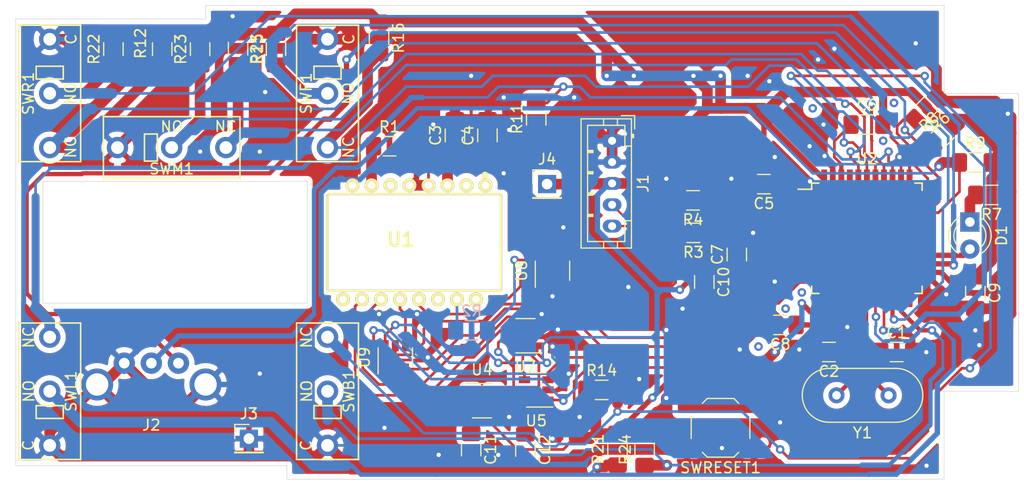
<source format=kicad_pcb>
(kicad_pcb (version 20190421) (host pcbnew "6.0.0-unknown-ee095a6~86~ubuntu18.04.1")
  (layers (0 "F.Cu" signal) (31 "B.Cu" signal) (34 "B.Paste" user) (35 "F.Paste" user) (36 "B.SilkS" user) (37 "F.SilkS" user) (38 "B.Mask" user) (39 "F.Mask" user) (44 "Edge.Cuts" user))
  (net 0 "")
  (net 1 "VCC")
  (net 2 "GND")
  (net 3 "Net-(C12-Pad1)")
  (net 4 "Net-(U1-Pad9)")
  (net 5 "Net-(U1-Pad12)")
  (net 6 "Net-(U1-Pad13)")
  (net 7 "Net-(U1-Pad10)")
  (net 8 "Net-(U1-Pad11)")
  (net 9 "Net-(U1-Pad16)")
  (net 10 "Net-(U1-Pad14)")
  (net 11 "Net-(U1-Pad6)")
  (net 12 "Net-(C3-Pad1)")
  (net 13 "Net-(U1-Pad2)")
  (net 14 "Net-(U1-Pad1)")
  (net 15 "Net-(J2-Pad2)")
  (net 16 "Net-(J2-Pad1)")
  (net 17 "Net-(R1-Pad1)")
  (net 18 "Net-(D1-Pad1)")
  (net 19 "Net-(R6-Pad2)")
  (net 20 "/ss")
  (net 21 "/miso ss-h")
  (net 22 "/sclk")
  (net 23 "/mosi")
  (net 24 "Net-(U4-Pad4)")
  (net 25 "Net-(C6-Pad1)")
  (net 26 "Net-(U2-Pad41)")
  (net 27 "Net-(U2-Pad30)")
  (net 28 "Net-(U2-Pad29)")
  (net 29 "Net-(U2-Pad28)")
  (net 30 "Net-(U2-Pad27)")
  (net 31 "Net-(D1-Pad2)")
  (net 32 "Net-(U2-Pad22)")
  (net 33 "Net-(C1-Pad1)")
  (net 34 "Net-(C2-Pad1)")
  (net 35 "Net-(SWRESET1-Pad2)")
  (net 36 "Net-(U2-Pad12)")
  (net 37 "/UCAP")
  (net 38 "Net-(U2-Pad1)")
  (net 39 "Net-(R25-Pad1)")
  (net 40 "Net-(R24-Pad1)")
  (net 41 "Net-(R23-Pad1)")
  (net 42 "Net-(R22-Pad1)")
  (net 43 "Net-(R15-Pad2)")
  (net 44 "Net-(R14-Pad2)")
  (net 45 "Net-(R13-Pad2)")
  (net 46 "Net-(R12-Pad2)")
  (net 47 "Net-(R11-Pad2)")
  (net 48 "Net-(R21-Pad1)")
  (net 49 "Net-(R2-Pad2)")
  (net 50 "/D+")
  (net 51 "/D-")
  (module "Package_QFP:TQFP-44_10x10mm_P0.8mm" (layer "F.Cu") (at 232.156 85.344)
    (fp_text reference "U2" (at 0 -7.45) (layer "F.SilkS"))
    (fp_text value "ATmega32U4-AU")
    (pad "44" smd rect (at -4 -5.7 90) (size 1.5 0.55) (layers "F.Cu" "F.Paste" "F.Mask") (net 1 "VCC"))
    (pad "43" smd rect (at -3.2 -5.7 90) (size 1.5 0.55) (layers "F.Cu" "F.Paste" "F.Mask") (net 2 "GND"))
    (pad "42" smd rect (at -2.4 -5.7 90) (size 1.5 0.55) (layers "F.Cu" "F.Paste" "F.Mask") (net 25 "Net-(C6-Pad1)"))
    (pad "41" smd rect (at -1.6 -5.7 90) (size 1.5 0.55) (layers "F.Cu" "F.Paste" "F.Mask") (net 26 "Net-(U2-Pad41)"))
    (pad "40" smd rect (at -0.8 -5.7 90) (size 1.5 0.55) (layers "F.Cu" "F.Paste" "F.Mask") (net 43 "Net-(R15-Pad2)"))
    (pad "39" smd rect (at 0 -5.7 90) (size 1.5 0.55) (layers "F.Cu" "F.Paste" "F.Mask") (net 44 "Net-(R14-Pad2)"))
    (pad "38" smd rect (at 0.8 -5.7 90) (size 1.5 0.55) (layers "F.Cu" "F.Paste" "F.Mask") (net 45 "Net-(R13-Pad2)"))
    (pad "37" smd rect (at 1.6 -5.7 90) (size 1.5 0.55) (layers "F.Cu" "F.Paste" "F.Mask") (net 46 "Net-(R12-Pad2)"))
    (pad "36" smd rect (at 2.4 -5.7 90) (size 1.5 0.55) (layers "F.Cu" "F.Paste" "F.Mask") (net 47 "Net-(R11-Pad2)"))
    (pad "35" smd rect (at 3.2 -5.7 90) (size 1.5 0.55) (layers "F.Cu" "F.Paste" "F.Mask") (net 2 "GND"))
    (pad "34" smd rect (at 4 -5.7 90) (size 1.5 0.55) (layers "F.Cu" "F.Paste" "F.Mask") (net 1 "VCC"))
    (pad "33" smd rect (at 5.7 -4) (size 1.5 0.55) (layers "F.Cu" "F.Paste" "F.Mask") (net 19 "Net-(R6-Pad2)"))
    (pad "32" smd rect (at 5.7 -3.2) (size 1.5 0.55) (layers "F.Cu" "F.Paste" "F.Mask") (net 16 "Net-(J2-Pad1)"))
    (pad "31" smd rect (at 5.7 -2.4) (size 1.5 0.55) (layers "F.Cu" "F.Paste" "F.Mask") (net 15 "Net-(J2-Pad2)"))
    (pad "30" smd rect (at 5.7 -1.6) (size 1.5 0.55) (layers "F.Cu" "F.Paste" "F.Mask") (net 27 "Net-(U2-Pad30)"))
    (pad "29" smd rect (at 5.7 -0.8) (size 1.5 0.55) (layers "F.Cu" "F.Paste" "F.Mask") (net 28 "Net-(U2-Pad29)"))
    (pad "28" smd rect (at 5.7 0) (size 1.5 0.55) (layers "F.Cu" "F.Paste" "F.Mask") (net 29 "Net-(U2-Pad28)"))
    (pad "27" smd rect (at 5.7 0.8) (size 1.5 0.55) (layers "F.Cu" "F.Paste" "F.Mask") (net 30 "Net-(U2-Pad27)"))
    (pad "26" smd rect (at 5.7 1.6) (size 1.5 0.55) (layers "F.Cu" "F.Paste" "F.Mask") (net 31 "Net-(D1-Pad2)"))
    (pad "25" smd rect (at 5.7 2.4) (size 1.5 0.55) (layers "F.Cu" "F.Paste" "F.Mask") (net 39 "Net-(R25-Pad1)"))
    (pad "24" smd rect (at 5.7 3.2) (size 1.5 0.55) (layers "F.Cu" "F.Paste" "F.Mask") (net 1 "VCC"))
    (pad "23" smd rect (at 5.7 4) (size 1.5 0.55) (layers "F.Cu" "F.Paste" "F.Mask") (net 2 "GND"))
    (pad "22" smd rect (at 4 5.7 90) (size 1.5 0.55) (layers "F.Cu" "F.Paste" "F.Mask") (net 32 "Net-(U2-Pad22)"))
    (pad "21" smd rect (at 3.2 5.7 90) (size 1.5 0.55) (layers "F.Cu" "F.Paste" "F.Mask") (net 40 "Net-(R24-Pad1)"))
    (pad "20" smd rect (at 2.4 5.7 90) (size 1.5 0.55) (layers "F.Cu" "F.Paste" "F.Mask") (net 41 "Net-(R23-Pad1)"))
    (pad "19" smd rect (at 1.6 5.7 90) (size 1.5 0.55) (layers "F.Cu" "F.Paste" "F.Mask") (net 42 "Net-(R22-Pad1)"))
    (pad "18" smd rect (at 0.8 5.7 90) (size 1.5 0.55) (layers "F.Cu" "F.Paste" "F.Mask") (net 48 "Net-(R21-Pad1)"))
    (pad "17" smd rect (at 0 5.7 90) (size 1.5 0.55) (layers "F.Cu" "F.Paste" "F.Mask") (net 33 "Net-(C1-Pad1)"))
    (pad "16" smd rect (at -0.8 5.7 90) (size 1.5 0.55) (layers "F.Cu" "F.Paste" "F.Mask") (net 34 "Net-(C2-Pad1)"))
    (pad "15" smd rect (at -1.6 5.7 90) (size 1.5 0.55) (layers "F.Cu" "F.Paste" "F.Mask") (net 2 "GND"))
    (pad "14" smd rect (at -2.4 5.7 90) (size 1.5 0.55) (layers "F.Cu" "F.Paste" "F.Mask") (net 1 "VCC"))
    (pad "13" smd rect (at -3.2 5.7 90) (size 1.5 0.55) (layers "F.Cu" "F.Paste" "F.Mask") (net 35 "Net-(SWRESET1-Pad2)"))
    (pad "12" smd rect (at -4 5.7 90) (size 1.5 0.55) (layers "F.Cu" "F.Paste" "F.Mask") (net 36 "Net-(U2-Pad12)"))
    (pad "11" smd rect (at -5.7 4) (size 1.5 0.55) (layers "F.Cu" "F.Paste" "F.Mask") (net 21 "/miso ss-h"))
    (pad "10" smd rect (at -5.7 3.2) (size 1.5 0.55) (layers "F.Cu" "F.Paste" "F.Mask") (net 23 "/mosi"))
    (pad "9" smd rect (at -5.7 2.4) (size 1.5 0.55) (layers "F.Cu" "F.Paste" "F.Mask") (net 22 "/sclk"))
    (pad "8" smd rect (at -5.7 1.6) (size 1.5 0.55) (layers "F.Cu" "F.Paste" "F.Mask") (net 20 "/ss"))
    (pad "7" smd rect (at -5.7 0.8) (size 1.5 0.55) (layers "F.Cu" "F.Paste" "F.Mask") (net 1 "VCC"))
    (pad "6" smd rect (at -5.7 0) (size 1.5 0.55) (layers "F.Cu" "F.Paste" "F.Mask") (net 37 "/UCAP"))
    (pad "5" smd rect (at -5.7 -0.8) (size 1.5 0.55) (layers "F.Cu" "F.Paste" "F.Mask") (net 2 "GND"))
    (pad "4" smd rect (at -5.7 -1.6) (size 1.5 0.55) (layers "F.Cu" "F.Paste" "F.Mask") (net 50 "/D+"))
    (pad "3" smd rect (at -5.7 -2.4) (size 1.5 0.55) (layers "F.Cu" "F.Paste" "F.Mask") (net 51 "/D-"))
    (pad "2" smd rect (at -5.7 -3.2) (size 1.5 0.55) (layers "F.Cu" "F.Paste" "F.Mask") (net 1 "VCC"))
    (pad "1" smd rect (at -5.7 -4) (size 1.5 0.55) (layers "F.Cu" "F.Paste" "F.Mask") (net 38 "Net-(U2-Pad1)"))
  )
  (module "Connector_PinHeader_2.54mm:PinHeader_1x01_P2.54mm_Vertical" (layer "F.Cu") (at 202.184 80.264)
    (fp_text reference "J4" (at 0 -2.33) (layer "F.SilkS"))
    (fp_text value "Conn_01x01")
    (pad "1" thru_hole rect (at 0 0) (size 1.7 1.7) (drill 1) (layers *.Cu *.Mask) (net 1 "VCC"))
  )
  (module "Connector_PinHeader_2.54mm:PinHeader_1x01_P2.54mm_Vertical" (layer "F.Cu") (at 174.244 104.14)
    (fp_text reference "J3" (at 0 -2.33) (layer "F.SilkS"))
    (fp_text value "Conn_01x01")
    (pad "1" thru_hole rect (at 0 0) (size 1.7 1.7) (drill 1) (layers *.Cu *.Mask) (net 2 "GND"))
  )
  (module "Resistor_SMD:R_1206_3216Metric_Pad1.42x1.75mm_HandSolder" (layer "F.Cu") (at 208.788 105.1195 90)
    (fp_text reference "R21" (at 0 -1.82 90) (layer "F.SilkS"))
    (fp_text value "5K")
    (pad "2" smd roundrect (at 1.4875 0 90) (size 1.425 1.75) (layers "F.Cu" "F.Paste" "F.Mask") (roundrect_rratio 0.175439) (net 1 "VCC"))
    (pad "1" smd roundrect (at -1.4875 0 90) (size 1.425 1.75) (layers "F.Cu" "F.Paste" "F.Mask") (roundrect_rratio 0.175439) (net 48 "Net-(R21-Pad1)"))
  )
  (module "Resistor_SMD:R_1206_3216Metric_Pad1.42x1.75mm_HandSolder" (layer "F.Cu") (at 201.168 74.1315 90)
    (fp_text reference "R11" (at 0 -1.82 90) (layer "F.SilkS"))
    (fp_text value "5K")
    (pad "2" smd roundrect (at 1.4875 0 90) (size 1.425 1.75) (layers "F.Cu" "F.Paste" "F.Mask") (roundrect_rratio 0.175439) (net 47 "Net-(R11-Pad2)"))
    (pad "1" smd roundrect (at -1.4875 0 90) (size 1.425 1.75) (layers "F.Cu" "F.Paste" "F.Mask") (roundrect_rratio 0.175439) (net 1 "VCC"))
  )
  (module "Resistor_SMD:R_1206_3216Metric_Pad1.42x1.75mm_HandSolder" (layer "F.Cu") (at 166.116 67.6005 270)
    (fp_text reference "R12" (at -0.5445 2.032 90) (layer "F.SilkS"))
    (fp_text value "5K")
    (pad "2" smd roundrect (at 1.4875 0 270) (size 1.425 1.75) (layers "F.Cu" "F.Paste" "F.Mask") (roundrect_rratio 0.175439) (net 46 "Net-(R12-Pad2)"))
    (pad "1" smd roundrect (at -1.4875 0 270) (size 1.425 1.75) (layers "F.Cu" "F.Paste" "F.Mask") (roundrect_rratio 0.175439) (net 1 "VCC"))
  )
  (module "Resistor_SMD:R_1206_3216Metric_Pad1.42x1.75mm_HandSolder" (layer "F.Cu") (at 173.228 67.564 270)
    (fp_text reference "R13" (at 0 -1.82 90) (layer "F.SilkS"))
    (fp_text value "5K")
    (pad "2" smd roundrect (at 1.4875 0 270) (size 1.425 1.75) (layers "F.Cu" "F.Paste" "F.Mask") (roundrect_rratio 0.175439) (net 45 "Net-(R13-Pad2)"))
    (pad "1" smd roundrect (at -1.4875 0 270) (size 1.425 1.75) (layers "F.Cu" "F.Paste" "F.Mask") (roundrect_rratio 0.175439) (net 1 "VCC"))
  )
  (module "Resistor_SMD:R_1206_3216Metric_Pad1.42x1.75mm_HandSolder" (layer "F.Cu") (at 207.3005 99.568)
    (fp_text reference "R14" (at 0 -1.82) (layer "F.SilkS"))
    (fp_text value "5K")
    (pad "2" smd roundrect (at 1.4875 0) (size 1.425 1.75) (layers "F.Cu" "F.Paste" "F.Mask") (roundrect_rratio 0.175439) (net 44 "Net-(R14-Pad2)"))
    (pad "1" smd roundrect (at -1.4875 0) (size 1.425 1.75) (layers "F.Cu" "F.Paste" "F.Mask") (roundrect_rratio 0.175439) (net 1 "VCC"))
  )
  (module "Resistor_SMD:R_1206_3216Metric_Pad1.42x1.75mm_HandSolder" (layer "F.Cu") (at 186.436 66.548 270)
    (fp_text reference "R15" (at 0 -1.82 90) (layer "F.SilkS"))
    (fp_text value "5K")
    (pad "2" smd roundrect (at 1.4875 0 270) (size 1.425 1.75) (layers "F.Cu" "F.Paste" "F.Mask") (roundrect_rratio 0.175439) (net 43 "Net-(R15-Pad2)"))
    (pad "1" smd roundrect (at -1.4875 0 270) (size 1.425 1.75) (layers "F.Cu" "F.Paste" "F.Mask") (roundrect_rratio 0.175439) (net 1 "VCC"))
  )
  (module "Resistor_SMD:R_1206_3216Metric_Pad1.42x1.75mm_HandSolder" (layer "F.Cu") (at 161.544 67.6005 90)
    (fp_text reference "R22" (at 0 -1.82 90) (layer "F.SilkS"))
    (fp_text value "5K")
    (pad "2" smd roundrect (at 1.4875 0 90) (size 1.425 1.75) (layers "F.Cu" "F.Paste" "F.Mask") (roundrect_rratio 0.175439) (net 1 "VCC"))
    (pad "1" smd roundrect (at -1.4875 0 90) (size 1.425 1.75) (layers "F.Cu" "F.Paste" "F.Mask") (roundrect_rratio 0.175439) (net 42 "Net-(R22-Pad1)"))
  )
  (module "Resistor_SMD:R_1206_3216Metric_Pad1.42x1.75mm_HandSolder" (layer "F.Cu") (at 169.672 67.6005 90)
    (fp_text reference "R23" (at 0 -1.82 90) (layer "F.SilkS"))
    (fp_text value "5K")
    (pad "2" smd roundrect (at 1.4875 0 90) (size 1.425 1.75) (layers "F.Cu" "F.Paste" "F.Mask") (roundrect_rratio 0.175439) (net 1 "VCC"))
    (pad "1" smd roundrect (at -1.4875 0 90) (size 1.425 1.75) (layers "F.Cu" "F.Paste" "F.Mask") (roundrect_rratio 0.175439) (net 41 "Net-(R23-Pad1)"))
  )
  (module "Resistor_SMD:R_1206_3216Metric_Pad1.42x1.75mm_HandSolder" (layer "F.Cu") (at 211.328 105.156 90)
    (fp_text reference "R24" (at 0 -1.82 90) (layer "F.SilkS"))
    (fp_text value "5K")
    (pad "2" smd roundrect (at 1.4875 0 90) (size 1.425 1.75) (layers "F.Cu" "F.Paste" "F.Mask") (roundrect_rratio 0.175439) (net 1 "VCC"))
    (pad "1" smd roundrect (at -1.4875 0 90) (size 1.425 1.75) (layers "F.Cu" "F.Paste" "F.Mask") (roundrect_rratio 0.175439) (net 40 "Net-(R24-Pad1)"))
  )
  (module "Resistor_SMD:R_1206_3216Metric_Pad1.42x1.75mm_HandSolder" (layer "F.Cu") (at 176.784 67.6005 90)
    (fp_text reference "R25" (at 0 -1.82 90) (layer "F.SilkS"))
    (fp_text value "5K")
    (pad "2" smd roundrect (at 1.4875 0 90) (size 1.425 1.75) (layers "F.Cu" "F.Paste" "F.Mask") (roundrect_rratio 0.175439) (net 1 "VCC"))
    (pad "1" smd roundrect (at -1.4875 0 90) (size 1.425 1.75) (layers "F.Cu" "F.Paste" "F.Mask") (roundrect_rratio 0.175439) (net 39 "Net-(R25-Pad1)"))
  )
  (module "Button_Switch_SMD:SW_SPST_TL3342" (layer "F.Cu") (at 218.44 103.124 180)
    (fp_text reference "SWRESET1" (at 0 -3.75) (layer "F.SilkS"))
    (fp_text value "SW_SPST")
    (pad "2" smd rect (at 3.15 1.9 180) (size 1.7 1) (layers "F.Cu" "F.Paste" "F.Mask") (net 35 "Net-(SWRESET1-Pad2)"))
    (pad "2" smd rect (at -3.15 1.9 180) (size 1.7 1) (layers "F.Cu" "F.Paste" "F.Mask") (net 35 "Net-(SWRESET1-Pad2)"))
    (pad "1" smd rect (at 3.15 -1.9 180) (size 1.7 1) (layers "F.Cu" "F.Paste" "F.Mask") (net 2 "GND"))
    (pad "1" smd rect (at -3.15 -1.9 180) (size 1.7 1) (layers "F.Cu" "F.Paste" "F.Mask") (net 2 "GND"))
  )
  (module "Capacitor_SMD:C_1206_3216Metric_Pad1.42x1.75mm_HandSolder" (layer "F.Cu") (at 219.964 86.868 90)
    (fp_text reference "C7" (at 0 -1.82 90) (layer "F.SilkS"))
    (fp_text value "1uF")
    (pad "2" smd roundrect (at 1.4875 0 90) (size 1.425 1.75) (layers "F.Cu" "F.Paste" "F.Mask") (roundrect_rratio 0.175439) (net 2 "GND"))
    (pad "1" smd roundrect (at -1.4875 0 90) (size 1.425 1.75) (layers "F.Cu" "F.Paste" "F.Mask") (roundrect_rratio 0.175439) (net 1 "VCC"))
  )
  (module "Capacitor_SMD:C_1206_3216Metric_Pad1.42x1.75mm_HandSolder" (layer "F.Cu") (at 222.504 80.264 180)
    (fp_text reference "C5" (at 0 -1.82) (layer "F.SilkS"))
    (fp_text value "100nf")
    (pad "2" smd roundrect (at 1.4875 0 180) (size 1.425 1.75) (layers "F.Cu" "F.Paste" "F.Mask") (roundrect_rratio 0.175439) (net 2 "GND"))
    (pad "1" smd roundrect (at -1.4875 0 180) (size 1.425 1.75) (layers "F.Cu" "F.Paste" "F.Mask") (roundrect_rratio 0.175439) (net 1 "VCC"))
  )
  (module "Capacitor_SMD:C_1206_3216Metric_Pad1.42x1.75mm_HandSolder" (layer "F.Cu") (at 224.028 93.472 180)
    (fp_text reference "C8" (at 0 -1.82) (layer "F.SilkS"))
    (fp_text value "100nf")
    (pad "2" smd roundrect (at 1.4875 0 180) (size 1.425 1.75) (layers "F.Cu" "F.Paste" "F.Mask") (roundrect_rratio 0.175439) (net 2 "GND"))
    (pad "1" smd roundrect (at -1.4875 0 180) (size 1.425 1.75) (layers "F.Cu" "F.Paste" "F.Mask") (roundrect_rratio 0.175439) (net 1 "VCC"))
  )
  (module "Capacitor_SMD:C_1206_3216Metric_Pad1.42x1.75mm_HandSolder" (layer "F.Cu") (at 193.548 75.692 90)
    (fp_text reference "C3" (at 0 -1.82 90) (layer "F.SilkS"))
    (fp_text value "100nF")
    (pad "2" smd roundrect (at 1.4875 0 90) (size 1.425 1.75) (layers "F.Cu" "F.Paste" "F.Mask") (roundrect_rratio 0.175439) (net 2 "GND"))
    (pad "1" smd roundrect (at -1.4875 0 90) (size 1.425 1.75) (layers "F.Cu" "F.Paste" "F.Mask") (roundrect_rratio 0.175439) (net 12 "Net-(C3-Pad1)"))
  )
  (module "Capacitor_SMD:C_1206_3216Metric_Pad1.42x1.75mm_HandSolder" (layer "F.Cu") (at 196.596 75.692 90)
    (fp_text reference "C4" (at 0 -1.82 90) (layer "F.SilkS"))
    (fp_text value "4.7uF")
    (pad "2" smd roundrect (at 1.4875 0 90) (size 1.425 1.75) (layers "F.Cu" "F.Paste" "F.Mask") (roundrect_rratio 0.175439) (net 2 "GND"))
    (pad "1" smd roundrect (at -1.4875 0 90) (size 1.425 1.75) (layers "F.Cu" "F.Paste" "F.Mask") (roundrect_rratio 0.175439) (net 12 "Net-(C3-Pad1)"))
  )
  (module "Capacitor_SMD:C_1206_3216Metric_Pad1.42x1.75mm_HandSolder" (layer "F.Cu") (at 242.316 90.4605 270)
    (fp_text reference "C9" (at 0 -1.82 90) (layer "F.SilkS"))
    (fp_text value "100nf")
    (pad "2" smd roundrect (at 1.4875 0 270) (size 1.425 1.75) (layers "F.Cu" "F.Paste" "F.Mask") (roundrect_rratio 0.175439) (net 2 "GND"))
    (pad "1" smd roundrect (at -1.4875 0 270) (size 1.425 1.75) (layers "F.Cu" "F.Paste" "F.Mask") (roundrect_rratio 0.175439) (net 1 "VCC"))
  )
  (module "Capacitor_SMD:C_1206_3216Metric_Pad1.42x1.75mm_HandSolder" (layer "F.Cu") (at 234.95 96.012)
    (fp_text reference "C1" (at 0 -1.82) (layer "F.SilkS"))
    (fp_text value "22pf")
    (pad "2" smd roundrect (at 1.4875 0) (size 1.425 1.75) (layers "F.Cu" "F.Paste" "F.Mask") (roundrect_rratio 0.175439) (net 2 "GND"))
    (pad "1" smd roundrect (at -1.4875 0) (size 1.425 1.75) (layers "F.Cu" "F.Paste" "F.Mask") (roundrect_rratio 0.175439) (net 33 "Net-(C1-Pad1)"))
  )
  (module "Capacitor_SMD:C_1206_3216Metric_Pad1.42x1.75mm_HandSolder" (layer "F.Cu") (at 200.152 105.1925 270)
    (fp_text reference "C12" (at 0 -1.82 90) (layer "F.SilkS"))
    (fp_text value "1uF")
    (pad "2" smd roundrect (at 1.4875 0 270) (size 1.425 1.75) (layers "F.Cu" "F.Paste" "F.Mask") (roundrect_rratio 0.175439) (net 2 "GND"))
    (pad "1" smd roundrect (at -1.4875 0 270) (size 1.425 1.75) (layers "F.Cu" "F.Paste" "F.Mask") (roundrect_rratio 0.175439) (net 3 "Net-(C12-Pad1)"))
  )
  (module "Capacitor_SMD:C_1206_3216Metric_Pad1.42x1.75mm_HandSolder" (layer "F.Cu") (at 232.156 74.676)
    (fp_text reference "C6" (at 0 -1.82) (layer "F.SilkS"))
    (fp_text value "100nf")
    (pad "2" smd roundrect (at 1.4875 0) (size 1.425 1.75) (layers "F.Cu" "F.Paste" "F.Mask") (roundrect_rratio 0.175439) (net 1 "VCC"))
    (pad "1" smd roundrect (at -1.4875 0) (size 1.425 1.75) (layers "F.Cu" "F.Paste" "F.Mask") (roundrect_rratio 0.175439) (net 25 "Net-(C6-Pad1)"))
  )
  (module "Capacitor_SMD:C_1206_3216Metric_Pad1.42x1.75mm_HandSolder" (layer "F.Cu") (at 228.6 96.012 180)
    (fp_text reference "C2" (at 0 -1.82) (layer "F.SilkS"))
    (fp_text value "22pf")
    (pad "2" smd roundrect (at 1.4875 0 180) (size 1.425 1.75) (layers "F.Cu" "F.Paste" "F.Mask") (roundrect_rratio 0.175439) (net 2 "GND"))
    (pad "1" smd roundrect (at -1.4875 0 180) (size 1.425 1.75) (layers "F.Cu" "F.Paste" "F.Mask") (roundrect_rratio 0.175439) (net 34 "Net-(C2-Pad1)"))
  )
  (module "Capacitor_SMD:C_1206_3216Metric_Pad1.42x1.75mm_HandSolder" (layer "F.Cu") (at 216.916 89.4445 270)
    (fp_text reference "C10" (at 0 -1.82 90) (layer "F.SilkS"))
    (fp_text value "1uF")
    (pad "2" smd roundrect (at 1.4875 0 270) (size 1.425 1.75) (layers "F.Cu" "F.Paste" "F.Mask") (roundrect_rratio 0.175439) (net 2 "GND"))
    (pad "1" smd roundrect (at -1.4875 0 270) (size 1.425 1.75) (layers "F.Cu" "F.Paste" "F.Mask") (roundrect_rratio 0.175439) (net 37 "/UCAP"))
  )
  (module "Capacitor_SMD:C_1206_3216Metric_Pad1.42x1.75mm_HandSolder" (layer "F.Cu") (at 195.072 105.156 270)
    (fp_text reference "C11" (at 0 -1.82 90) (layer "F.SilkS"))
    (fp_text value "1uF")
    (pad "2" smd roundrect (at 1.4875 0 270) (size 1.425 1.75) (layers "F.Cu" "F.Paste" "F.Mask") (roundrect_rratio 0.175439) (net 2 "GND"))
    (pad "1" smd roundrect (at -1.4875 0 270) (size 1.425 1.75) (layers "F.Cu" "F.Paste" "F.Mask") (roundrect_rratio 0.175439) (net 1 "VCC"))
  )
  (module "Crystal:Crystal_HC49-U_Vertical" (layer "F.Cu") (at 234.188 100.076 180)
    (fp_text reference "Y1" (at 2.44 -3.525) (layer "F.SilkS"))
    (fp_text value "16 Mhz Crystal")
    (pad "2" thru_hole circle (at 4.88 0 180) (size 1.5 1.5) (drill 0.8) (layers *.Cu *.Mask) (net 34 "Net-(C2-Pad1)"))
    (pad "1" thru_hole circle (at 0 0 180) (size 1.5 1.5) (drill 0.8) (layers *.Cu *.Mask) (net 33 "Net-(C1-Pad1)"))
  )
  (module "LED_THT:LED_D3.0mm" (layer "F.Cu") (at 241.808 83.82 270)
    (fp_text reference "D1" (at 1.27 -2.96 90) (layer "F.SilkS"))
    (fp_text value "LED")
    (pad "2" thru_hole circle (at 2.54 0 270) (size 1.8 1.8) (drill 0.9) (layers *.Cu *.Mask) (net 31 "Net-(D1-Pad2)"))
    (pad "1" thru_hole rect (at 0 0 270) (size 1.8 1.8) (drill 0.9) (layers *.Cu *.Mask) (net 18 "Net-(D1-Pad1)"))
  )
  (module "Package_TO_SOT_SMD:SOT-23-5" (layer "F.Cu") (at 196.088 100.584)
    (fp_text reference "U4" (at 0 -2.9) (layer "F.SilkS"))
    (fp_text value "TLV70019_SOT23-5")
    (pad "5" smd rect (at 1.1 -0.95) (size 1.06 0.65) (layers "F.Cu" "F.Paste" "F.Mask") (net 3 "Net-(C12-Pad1)"))
    (pad "4" smd rect (at 1.1 0.95) (size 1.06 0.65) (layers "F.Cu" "F.Paste" "F.Mask") (net 24 "Net-(U4-Pad4)"))
    (pad "3" smd rect (at -1.1 0.95) (size 1.06 0.65) (layers "F.Cu" "F.Paste" "F.Mask") (net 1 "VCC"))
    (pad "2" smd rect (at -1.1 0) (size 1.06 0.65) (layers "F.Cu" "F.Paste" "F.Mask") (net 2 "GND"))
    (pad "1" smd rect (at -1.1 -0.95) (size 1.06 0.65) (layers "F.Cu" "F.Paste" "F.Mask") (net 1 "VCC"))
  )
  (module "Package_TO_SOT_SMD:SOT-23-6" (layer "F.Cu") (at 201.168 99.568 180)
    (fp_text reference "U5" (at 0 -2.9) (layer "F.SilkS"))
    (fp_text value "SN74LVC1T45DBV")
    (pad "5" smd rect (at 1.1 0 180) (size 1.06 0.65) (layers "F.Cu" "F.Paste" "F.Mask") (net 1 "VCC"))
    (pad "6" smd rect (at 1.1 -0.95 180) (size 1.06 0.65) (layers "F.Cu" "F.Paste" "F.Mask") (net 3 "Net-(C12-Pad1)"))
    (pad "4" smd rect (at 1.1 0.95 180) (size 1.06 0.65) (layers "F.Cu" "F.Paste" "F.Mask") (net 8 "Net-(U1-Pad11)"))
    (pad "3" smd rect (at -1.1 0.95 180) (size 1.06 0.65) (layers "F.Cu" "F.Paste" "F.Mask") (net 23 "/mosi"))
    (pad "2" smd rect (at -1.1 0 180) (size 1.06 0.65) (layers "F.Cu" "F.Paste" "F.Mask") (net 2 "GND"))
    (pad "1" smd rect (at -1.1 -0.95 180) (size 1.06 0.65) (layers "F.Cu" "F.Paste" "F.Mask") (net 1 "VCC"))
  )
  (module "Package_TO_SOT_SMD:SOT-23-6" (layer "F.Cu") (at 200.152 94.488 180)
    (fp_text reference "U7" (at 0 -2.9) (layer "F.SilkS"))
    (fp_text value "SN74LVC1T45DBV")
    (pad "5" smd rect (at 1.1 0 180) (size 1.06 0.65) (layers "F.Cu" "F.Paste" "F.Mask") (net 1 "VCC"))
    (pad "6" smd rect (at 1.1 -0.95 180) (size 1.06 0.65) (layers "F.Cu" "F.Paste" "F.Mask") (net 3 "Net-(C12-Pad1)"))
    (pad "4" smd rect (at 1.1 0.95 180) (size 1.06 0.65) (layers "F.Cu" "F.Paste" "F.Mask") (net 7 "Net-(U1-Pad10)"))
    (pad "3" smd rect (at -1.1 0.95 180) (size 1.06 0.65) (layers "F.Cu" "F.Paste" "F.Mask") (net 22 "/sclk"))
    (pad "2" smd rect (at -1.1 0 180) (size 1.06 0.65) (layers "F.Cu" "F.Paste" "F.Mask") (net 2 "GND"))
    (pad "1" smd rect (at -1.1 -0.95 180) (size 1.06 0.65) (layers "F.Cu" "F.Paste" "F.Mask") (net 1 "VCC"))
  )
  (module "Package_TO_SOT_SMD:SOT-23-6" (layer "F.Cu") (at 202.692 88.392 90)
    (fp_text reference "U8" (at 0 -2.9 90) (layer "F.SilkS"))
    (fp_text value "SN74LVC1T45DBV")
    (pad "5" smd rect (at 1.1 0 90) (size 1.06 0.65) (layers "F.Cu" "F.Paste" "F.Mask") (net 1 "VCC"))
    (pad "6" smd rect (at 1.1 -0.95 90) (size 1.06 0.65) (layers "F.Cu" "F.Paste" "F.Mask") (net 3 "Net-(C12-Pad1)"))
    (pad "4" smd rect (at 1.1 0.95 90) (size 1.06 0.65) (layers "F.Cu" "F.Paste" "F.Mask") (net 6 "Net-(U1-Pad13)"))
    (pad "3" smd rect (at -1.1 0.95 90) (size 1.06 0.65) (layers "F.Cu" "F.Paste" "F.Mask") (net 20 "/ss"))
    (pad "2" smd rect (at -1.1 0 90) (size 1.06 0.65) (layers "F.Cu" "F.Paste" "F.Mask") (net 2 "GND"))
    (pad "1" smd rect (at -1.1 -0.95 90) (size 1.06 0.65) (layers "F.Cu" "F.Paste" "F.Mask") (net 1 "VCC"))
  )
  (module "Package_TO_SOT_SMD:SOT-23-6" (layer "F.Cu") (at 187.96 96.52 90)
    (fp_text reference "U9" (at 0 -2.9 90) (layer "F.SilkS"))
    (fp_text value "SN74LVC1T45DBV")
    (pad "5" smd rect (at 1.1 0 90) (size 1.06 0.65) (layers "F.Cu" "F.Paste" "F.Mask") (net 20 "/ss"))
    (pad "6" smd rect (at 1.1 -0.95 90) (size 1.06 0.65) (layers "F.Cu" "F.Paste" "F.Mask") (net 3 "Net-(C12-Pad1)"))
    (pad "4" smd rect (at 1.1 0.95 90) (size 1.06 0.65) (layers "F.Cu" "F.Paste" "F.Mask") (net 5 "Net-(U1-Pad12)"))
    (pad "3" smd rect (at -1.1 0.95 90) (size 1.06 0.65) (layers "F.Cu" "F.Paste" "F.Mask") (net 21 "/miso ss-h"))
    (pad "2" smd rect (at -1.1 0 90) (size 1.06 0.65) (layers "F.Cu" "F.Paste" "F.Mask") (net 2 "GND"))
    (pad "1" smd rect (at -1.1 -0.95 90) (size 1.06 0.65) (layers "F.Cu" "F.Paste" "F.Mask") (net 1 "VCC"))
  )
  (module "Resistor_SMD:R_1206_3216Metric_Pad1.42x1.75mm_HandSolder" (layer "F.Cu") (at 215.9 84.836 180)
    (fp_text reference "R3" (at 0 -1.82) (layer "F.SilkS"))
    (fp_text value "22")
    (pad "2" smd roundrect (at 1.4875 0 180) (size 1.425 1.75) (layers "F.Cu" "F.Paste" "F.Mask") (roundrect_rratio 0.175439) (net 50 "/D+"))
    (pad "1" smd roundrect (at -1.4875 0 180) (size 1.425 1.75) (layers "F.Cu" "F.Paste" "F.Mask") (roundrect_rratio 0.175439) (net 50 "/D+"))
  )
  (module "Resistor_SMD:R_1206_3216Metric_Pad1.42x1.75mm_HandSolder" (layer "F.Cu") (at 215.8635 81.788 180)
    (fp_text reference "R4" (at 0 -1.82) (layer "F.SilkS"))
    (fp_text value "22")
    (pad "2" smd roundrect (at 1.4875 0 180) (size 1.425 1.75) (layers "F.Cu" "F.Paste" "F.Mask") (roundrect_rratio 0.175439) (net 51 "/D-"))
    (pad "1" smd roundrect (at -1.4875 0 180) (size 1.425 1.75) (layers "F.Cu" "F.Paste" "F.Mask") (roundrect_rratio 0.175439) (net 51 "/D-"))
  )
  (module "Resistor_SMD:R_1206_3216Metric_Pad1.42x1.75mm_HandSolder" (layer "F.Cu") (at 242.316 78.232)
    (fp_text reference "R9" (at 0 -1.82) (layer "F.SilkS"))
    (fp_text value "10K")
    (pad "2" smd roundrect (at 1.4875 0) (size 1.425 1.75) (layers "F.Cu" "F.Paste" "F.Mask") (roundrect_rratio 0.175439) (net 1 "VCC"))
    (pad "1" smd roundrect (at -1.4875 0) (size 1.425 1.75) (layers "F.Cu" "F.Paste" "F.Mask") (roundrect_rratio 0.175439) (net 15 "Net-(J2-Pad2)"))
  )
  (module "Resistor_SMD:R_1206_3216Metric_Pad1.42x1.75mm_HandSolder" (layer "F.Cu") (at 239.268 75.692 45)
    (fp_text reference "R8" (at 0 -1.82 45) (layer "F.SilkS"))
    (fp_text value "10K")
    (pad "2" smd roundrect (at 1.4875 0 45) (size 1.425 1.75) (layers "F.Cu" "F.Paste" "F.Mask") (roundrect_rratio 0.175439) (net 1 "VCC"))
    (pad "1" smd roundrect (at -1.4875 0 45) (size 1.425 1.75) (layers "F.Cu" "F.Paste" "F.Mask") (roundrect_rratio 0.175439) (net 16 "Net-(J2-Pad1)"))
  )
  (module "Resistor_SMD:R_1206_3216Metric_Pad1.42x1.75mm_HandSolder" (layer "F.Cu") (at 237.744 73.152 225)
    (fp_text reference "R6" (at 0 -1.82 45) (layer "F.SilkS"))
    (fp_text value "1K")
    (pad "2" smd roundrect (at 1.4875 0 225) (size 1.425 1.75) (layers "F.Cu" "F.Paste" "F.Mask") (roundrect_rratio 0.175439) (net 19 "Net-(R6-Pad2)"))
    (pad "1" smd roundrect (at -1.4875 0 225) (size 1.425 1.75) (layers "F.Cu" "F.Paste" "F.Mask") (roundrect_rratio 0.175439) (net 2 "GND"))
  )
  (module "Resistor_SMD:R_1206_3216Metric_Pad1.42x1.75mm_HandSolder" (layer "F.Cu") (at 187.4155 76.708)
    (fp_text reference "R1" (at 0 -1.82) (layer "F.SilkS"))
    (fp_text value "10K")
    (pad "2" smd roundrect (at 1.4875 0) (size 1.425 1.75) (layers "F.Cu" "F.Paste" "F.Mask") (roundrect_rratio 0.175439) (net 3 "Net-(C12-Pad1)"))
    (pad "1" smd roundrect (at -1.4875 0) (size 1.425 1.75) (layers "F.Cu" "F.Paste" "F.Mask") (roundrect_rratio 0.175439) (net 17 "Net-(R1-Pad1)"))
  )
  (module "Resistor_SMD:R_1206_3216Metric_Pad1.42x1.75mm_HandSolder" (layer "F.Cu") (at 243.84 81.28 180)
    (fp_text reference "R7" (at 0 -1.82) (layer "F.SilkS"))
    (fp_text value "1K")
    (pad "2" smd roundrect (at 1.4875 0 180) (size 1.425 1.75) (layers "F.Cu" "F.Paste" "F.Mask") (roundrect_rratio 0.175439) (net 18 "Net-(D1-Pad1)"))
    (pad "1" smd roundrect (at -1.4875 0 180) (size 1.425 1.75) (layers "F.Cu" "F.Paste" "F.Mask") (roundrect_rratio 0.175439) (net 2 "GND"))
  )
  (module "Resistor_SMD:R_1206_3216Metric_Pad1.42x1.75mm_HandSolder" (layer "B.Cu") (at 195.1085 93.98 180)
    (fp_text reference "R2" (at 0 1.82) (layer "B.SilkS") (effects (justify mirror)))
    (fp_text value "39")
    (pad "2" smd roundrect (at 1.4875 0 180) (size 1.425 1.75) (layers "B.Cu" "B.Paste" "B.Mask") (roundrect_rratio 0.175439) (net 49 "Net-(R2-Pad2)"))
    (pad "1" smd roundrect (at -1.4875 0 180) (size 1.425 1.75) (layers "B.Cu" "B.Paste" "B.Mask") (roundrect_rratio 0.175439) (net 3 "Net-(C12-Pad1)"))
  )
  (module "KiCad:Microswitch_SPDT_D2F" (layer "F.Cu") (at 181.61 71.755 270)
    (fp_text reference "SWF1" (at 0 2 90) (layer "F.SilkS"))
    (fp_text value "SW_SPDT")
    (fp_text user "C" (at -5.08 -2 90) (layer "F.SilkS"))
    (fp_text user "NO" (at 0 -1.95 90) (layer "F.SilkS"))
    (fp_text user "NC" (at 5.06 -1.97 90) (layer "F.SilkS"))
    (pad "3" thru_hole circle (at 0 0 270) (size 2 2) (drill 1.2) (layers *.Cu *.Mask) (net 39 "Net-(R25-Pad1)"))
    (pad "2" thru_hole circle (at -5.08 0 270) (size 2 2) (drill 1.2) (layers *.Cu *.Mask) (net 2 "GND"))
    (pad "1" thru_hole circle (at 5.08 0 270) (size 2 2) (drill 1.2) (layers *.Cu *.Mask) (net 43 "Net-(R15-Pad2)"))
  )
  (module "PMW3360DM-T2QU:PMW3360" (layer "F.Cu") (at 189.738 85.725)
    (fp_text reference "U1" (at -1.27 -0.268) (layer "F.SilkS") (effects (font (size 1.27 1.27) (thickness 0.254))))
    (fp_text value "PMW3360DM-T2QU" hide)
    (pad "16" thru_hole circle (at 5.785 5.35 90) (size 1.3 1.3) (drill 0.7) (layers *.Cu *.Mask "F.SilkS") (net 9 "Net-(U1-Pad16)"))
    (pad "15" thru_hole circle (at 4.005 5.35 90) (size 1.3 1.3) (drill 0.7) (layers *.Cu *.Mask "F.SilkS") (net 49 "Net-(R2-Pad2)"))
    (pad "14" thru_hole circle (at 2.225 5.35 90) (size 1.3 1.3) (drill 0.7) (layers *.Cu *.Mask "F.SilkS") (net 10 "Net-(U1-Pad14)"))
    (pad "13" thru_hole circle (at 0.445 5.35 90) (size 1.3 1.3) (drill 0.7) (layers *.Cu *.Mask "F.SilkS") (net 6 "Net-(U1-Pad13)"))
    (pad "12" thru_hole circle (at -1.335 5.35 90) (size 1.3 1.3) (drill 0.7) (layers *.Cu *.Mask "F.SilkS") (net 5 "Net-(U1-Pad12)"))
    (pad "11" thru_hole circle (at -3.115 5.35 90) (size 1.3 1.3) (drill 0.7) (layers *.Cu *.Mask "F.SilkS") (net 8 "Net-(U1-Pad11)"))
    (pad "10" thru_hole circle (at -4.895 5.35 90) (size 1.3 1.3) (drill 0.7) (layers *.Cu *.Mask "F.SilkS") (net 7 "Net-(U1-Pad10)"))
    (pad "9" thru_hole circle (at -6.675 5.35 90) (size 1.3 1.3) (drill 0.7) (layers *.Cu *.Mask "F.SilkS") (net 4 "Net-(U1-Pad9)"))
    (pad "8" thru_hole circle (at -5.785 -5.35 90) (size 1.3 1.3) (drill 0.7) (layers *.Cu *.Mask "F.SilkS") (net 2 "GND"))
    (pad "7" thru_hole circle (at -4.005 -5.35 90) (size 1.3 1.3) (drill 0.7) (layers *.Cu *.Mask "F.SilkS") (net 17 "Net-(R1-Pad1)"))
    (pad "6" thru_hole circle (at -2.225 -5.35 90) (size 1.3 1.3) (drill 0.7) (layers *.Cu *.Mask "F.SilkS") (net 11 "Net-(U1-Pad6)"))
    (pad "5" thru_hole circle (at -0.445 -5.35 90) (size 1.3 1.3) (drill 0.7) (layers *.Cu *.Mask "F.SilkS") (net 3 "Net-(C12-Pad1)"))
    (pad "4" thru_hole circle (at 1.335 -5.35 90) (size 1.3 1.3) (drill 0.7) (layers *.Cu *.Mask "F.SilkS") (net 3 "Net-(C12-Pad1)"))
    (pad "3" thru_hole circle (at 3.115 -5.35 90) (size 1.3 1.3) (drill 0.7) (layers *.Cu *.Mask "F.SilkS") (net 12 "Net-(C3-Pad1)"))
    (pad "2" thru_hole circle (at 4.895 -5.35 90) (size 1.3 1.3) (drill 0.7) (layers *.Cu *.Mask "F.SilkS") (net 13 "Net-(U1-Pad2)"))
    (pad "1" thru_hole circle (at 6.675 -5.35 90) (size 1.3 1.3) (drill 0.7) (layers *.Cu *.Mask "F.SilkS") (net 14 "Net-(U1-Pad1)"))
  )
  (module "KiCad:Microswitch_SPDT_D2F" (layer "F.Cu") (at 181.61 99.695 90)
    (fp_text reference "SWB1" (at 0 2 90) (layer "F.SilkS"))
    (fp_text value "SW_SPDT")
    (fp_text user "C" (at -5.08 -2 90) (layer "F.SilkS"))
    (fp_text user "NO" (at 0 -1.95 90) (layer "F.SilkS"))
    (fp_text user "NC" (at 5.06 -1.97 90) (layer "F.SilkS"))
    (pad "3" thru_hole circle (at 0 0 90) (size 2 2) (drill 1.2) (layers *.Cu *.Mask) (net 40 "Net-(R24-Pad1)"))
    (pad "2" thru_hole circle (at -5.08 0 90) (size 2 2) (drill 1.2) (layers *.Cu *.Mask) (net 2 "GND"))
    (pad "1" thru_hole circle (at 5.08 0 90) (size 2 2) (drill 1.2) (layers *.Cu *.Mask) (net 44 "Net-(R14-Pad2)"))
  )
  (module "KiCad:ALPS_horzontal_encoder" (layer "F.Cu") (at 165.1 99.06 180)
    (fp_text reference "J2" (at 0 -3.81) (layer "F.SilkS"))
    (fp_text value "Conn_01x05_Female")
    (pad "5" thru_hole circle (at -5.08 0 180) (size 3 3) (drill 2.1) (layers *.Cu *.Mask) (net 2 "GND"))
    (pad "4" thru_hole circle (at 5.08 0 180) (size 3 3) (drill 2.1) (layers *.Cu *.Mask) (net 2 "GND"))
    (pad "3" thru_hole circle (at 2.54 2 180) (size 2 2) (drill 1) (layers *.Cu *.Mask) (net 2 "GND"))
    (pad "2" thru_hole circle (at 0 2 180) (size 2 2) (drill 1) (layers *.Cu *.Mask) (net 15 "Net-(J2-Pad2)"))
    (pad "1" thru_hole circle (at -2.54 2 180) (size 2 2) (drill 1) (layers *.Cu *.Mask) (net 16 "Net-(J2-Pad1)"))
  )
  (module "Connector_JST:JST_PH_B5B-PH-K_1x05_P2.00mm_Vertical" (layer "F.Cu") (at 208.28 76.2 270)
    (fp_text reference "J1" (at 4 -2.9 90) (layer "F.SilkS"))
    (fp_text value "Conn_01x05_Female")
    (pad "5" thru_hole oval (at 8 0 270) (size 1.2 1.75) (drill 0.75) (layers *.Cu *.Mask) (net 50 "/D+"))
    (pad "4" thru_hole oval (at 6 0 270) (size 1.2 1.75) (drill 0.75) (layers *.Cu *.Mask) (net 51 "/D-"))
    (pad "3" thru_hole oval (at 4 0 270) (size 1.2 1.75) (drill 0.75) (layers *.Cu *.Mask) (net 1 "VCC"))
    (pad "2" thru_hole oval (at 2 0 270) (size 1.2 1.75) (drill 0.75) (layers *.Cu *.Mask) (net 2 "GND"))
    (pad "1" thru_hole roundrect (at 0 0 270) (size 1.2 1.75) (drill 0.75) (layers *.Cu *.Mask) (roundrect_rratio 0.208333) (net 2 "GND"))
  )
  (module "KiCad:Microswitch_SPDT_D2F" (layer "F.Cu") (at 155.575 71.755 270)
    (fp_text reference "SWR1" (at 0 2 90) (layer "F.SilkS"))
    (fp_text value "SW_SPDT")
    (fp_text user "C" (at -5.08 -2 90) (layer "F.SilkS"))
    (fp_text user "NO" (at 0 -1.95 90) (layer "F.SilkS"))
    (fp_text user "NC" (at 5.06 -1.97 90) (layer "F.SilkS"))
    (pad "3" thru_hole circle (at 0 0 270) (size 2 2) (drill 1.2) (layers *.Cu *.Mask) (net 42 "Net-(R22-Pad1)"))
    (pad "2" thru_hole circle (at -5.08 0 270) (size 2 2) (drill 1.2) (layers *.Cu *.Mask) (net 2 "GND"))
    (pad "1" thru_hole circle (at 5.08 0 270) (size 2 2) (drill 1.2) (layers *.Cu *.Mask) (net 46 "Net-(R12-Pad2)"))
  )
  (module "KiCad:Microswitch_SPDT_D2F" (layer "F.Cu") (at 167.005 76.835)
    (fp_text reference "SWM1" (at 0 2) (layer "F.SilkS"))
    (fp_text value "SW_SPDT")
    (fp_text user "NO" (at 0 -1.95) (layer "F.SilkS"))
    (fp_text user "NC" (at 5.06 -1.97) (layer "F.SilkS"))
    (pad "3" thru_hole circle (at 0 0) (size 2 2) (drill 1.2) (layers *.Cu *.Mask) (net 41 "Net-(R23-Pad1)"))
    (pad "2" thru_hole circle (at -5.08 0) (size 2 2) (drill 1.2) (layers *.Cu *.Mask) (net 2 "GND"))
    (pad "1" thru_hole circle (at 5.08 0) (size 2 2) (drill 1.2) (layers *.Cu *.Mask) (net 45 "Net-(R13-Pad2)"))
  )
  (module "KiCad:Microswitch_SPDT_D2F" (layer "F.Cu") (at 155.575 99.695 90)
    (fp_text reference "SWL1" (at 0 2 90) (layer "F.SilkS"))
    (fp_text value "SW_SPDT")
    (fp_text user "C" (at -5.08 -2 90) (layer "F.SilkS"))
    (fp_text user "NO" (at 0 -1.95 90) (layer "F.SilkS"))
    (fp_text user "NC" (at 5.06 -1.97 90) (layer "F.SilkS"))
    (pad "3" thru_hole circle (at 0 0 90) (size 2 2) (drill 1.2) (layers *.Cu *.Mask) (net 48 "Net-(R21-Pad1)"))
    (pad "2" thru_hole circle (at -5.08 0 90) (size 2 2) (drill 1.2) (layers *.Cu *.Mask) (net 2 "GND"))
    (pad "1" thru_hole circle (at 5.08 0 90) (size 2 2) (drill 1.2) (layers *.Cu *.Mask) (net 47 "Net-(R11-Pad2)"))
  )
  (gr_line (start 154.94 80.01) (end 179.705 80.01) (layer "Edge.Cuts") (width 0.05))
  (gr_line (start 181.483 90.17) (end 181.483 81.28) (layer "Edge.Cuts") (width 0.05))
  (gr_line (start 197.993 90.17) (end 181.483 90.17) (layer "Edge.Cuts") (width 0.05))
  (gr_line (start 197.993 81.28) (end 197.993 90.17) (layer "Edge.Cuts") (width 0.05))
  (gr_line (start 181.483 81.28) (end 197.993 81.28) (layer "Edge.Cuts") (width 0.05))
  (gr_line (start 177.8 106.68) (end 177.8 107.95) (layer "Edge.Cuts") (width 0.05))
  (gr_line (start 152.4 106.68) (end 177.8 106.68) (layer "Edge.Cuts") (width 0.05))
  (gr_line (start 170.18 64.77) (end 152.4 64.77) (layer "Edge.Cuts") (width 0.05))
  (gr_line (start 170.18 63.5) (end 170.18 64.77) (layer "Edge.Cuts") (width 0.05))
  (gr_line (start 154.94 91.44) (end 154.94 90.805) (layer "Edge.Cuts") (width 0.05))
  (gr_line (start 179.705 91.44) (end 179.705 90.805) (layer "Edge.Cuts") (width 0.05))
  (gr_line (start 179.705 80.01) (end 179.705 90.805) (layer "Edge.Cuts") (width 0.05))
  (gr_line (start 239.395 71.755) (end 246.38 71.755) (layer "Edge.Cuts") (width 0.05))
  (gr_line (start 239.395 63.5) (end 239.395 71.755) (layer "Edge.Cuts") (width 0.05))
  (gr_line (start 239.395 99.695) (end 239.395 107.95) (layer "Edge.Cuts") (width 0.05))
  (gr_line (start 246.38 99.695) (end 239.395 99.695) (layer "Edge.Cuts") (width 0.05))
  (gr_line (start 154.94 90.805) (end 154.94 80.01) (layer "Edge.Cuts") (width 0.05))
  (gr_line (start 179.705 91.44) (end 154.94 91.44) (layer "Edge.Cuts") (width 0.05))
  (gr_line (start 152.4 106.68) (end 152.4 64.77) (layer "Edge.Cuts") (width 0.05))
  (gr_line (start 239.395 107.95) (end 177.8 107.95) (layer "Edge.Cuts") (width 0.05))
  (gr_line (start 246.38 71.755) (end 246.38 99.695) (layer "Edge.Cuts") (width 0.05))
  (gr_line (start 170.18 63.5) (end 239.395 63.5) (layer "Edge.Cuts") (width 0.05))
  (via (at 233.68 76.2) (size 0.8) (drill 0.4) (layers "F.Cu" "B.Cu") (net 0))
  (via (at 234.696 72.644) (size 0.8) (drill 0.4) (layers "F.Cu" "B.Cu") (net 0))
  (via (at 227.076 73.152) (size 0.8) (drill 0.4) (layers "F.Cu" "B.Cu") (net 0))
  (via (at 226.06 90.424) (size 0.8) (drill 0.4) (layers "F.Cu" "B.Cu") (net 0))
  (via (at 224.536 91.948) (size 0.8) (drill 0.4) (layers "F.Cu" "B.Cu") (net 0))
  (via (at 221.996 95.504) (size 0.8) (drill 0.4) (layers "F.Cu" "B.Cu") (net 0))
  (segment (start 208.005 80.2) (end 207.941 80.264) (width 0.5) (layer "F.Cu") (net 1))
  (segment (start 207.941 80.264) (end 205.232 80.264) (width 1) (layer "F.Cu") (net 1))
  (segment (start 194.5275 103.124) (end 195.072 103.6685) (width 0.5) (layer "F.Cu") (net 1))
  (segment (start 195.4775 104.074) (end 195.072 103.6685) (width 0.5) (layer "F.Cu") (net 1))
  (segment (start 223.9915 81.239) (end 223.9915 80.264) (width 0.5) (layer "F.Cu") (net 1))
  (segment (start 224.8965 82.144) (end 223.9915 81.239) (width 0.5) (layer "F.Cu") (net 1))
  (segment (start 226.456 82.144) (end 224.8965 82.144) (width 0.5) (layer "F.Cu") (net 1))
  (segment (start 210.155 80.2) (end 208.28 80.2) (width 1) (layer "F.Cu") (net 1))
  (segment (start 226.328 93.472) (end 225.5155 93.472) (width 0.5) (layer "F.Cu") (net 1))
  (segment (start 228.578 93.472) (end 226.328 93.472) (width 0.5) (layer "F.Cu") (net 1))
  (segment (start 229.756 92.294) (end 228.578 93.472) (width 0.5) (layer "F.Cu") (net 1))
  (segment (start 229.756 91.044) (end 229.756 92.294) (width 0.5) (layer "F.Cu") (net 1))
  (segment (start 208.28 80.2) (end 206.905 80.2) (width 0.5) (layer "F.Cu") (net 1))
  (segment (start 223.493998 86.144) (end 221.488 88.149998) (width 0.5) (layer "F.Cu") (net 1))
  (segment (start 226.456 86.144) (end 223.493998 86.144) (width 0.5) (layer "F.Cu") (net 1))
  (segment (start 237.856 88.544) (end 239.106 88.544) (width 0.5) (layer "F.Cu") (net 1))
  (segment (start 239.97 89.408) (end 240.792 89.408) (width 0.5) (layer "F.Cu") (net 1))
  (segment (start 241.227 88.973) (end 242.316 88.973) (width 0.5) (layer "F.Cu") (net 1))
  (segment (start 240.792 89.408) (end 241.227 88.973) (width 0.5) (layer "F.Cu") (net 1))
  (segment (start 202.75001 76.14199) (end 202.7985 76.0935) (width 0.25) (layer "F.Cu") (net 1))
  (segment (start 222.504 73.152) (end 221.996 73.152) (width 1) (layer "F.Cu") (net 1))
  (segment (start 208.005 80.2) (end 206.905 80.2) (width 0.5) (layer "F.Cu") (net 1))
  (segment (start 208.28 80.2) (end 208.005 80.2) (width 0.5) (layer "F.Cu") (net 1))
  (segment (start 206.905 80.2) (end 203.0525 76.3475) (width 0.5) (layer "F.Cu") (net 1))
  (segment (start 203.0525 76.3475) (end 202.7985 76.0935) (width 0.5) (layer "F.Cu") (net 1))
  (segment (start 206.405 80.2) (end 208.28 80.2) (width 1) (layer "F.Cu") (net 1))
  (segment (start 223.179 80.264) (end 222.504 79.589) (width 0.5) (layer "F.Cu") (net 1))
  (segment (start 223.9915 80.264) (end 223.179 80.264) (width 0.5) (layer "F.Cu") (net 1))
  (segment (start 227.98 79.644) (end 228.156 79.644) (width 0.5) (layer "F.Cu") (net 1))
  (segment (start 223.012 74.676) (end 227.98 79.644) (width 0.5) (layer "F.Cu") (net 1))
  (segment (start 223.012 74.168) (end 221.996 73.152) (width 0.5) (layer "F.Cu") (net 1))
  (segment (start 223.012 74.676) (end 223.012 74.168) (width 0.5) (layer "F.Cu") (net 1))
  (segment (start 222.504 74.676) (end 223.012 74.676) (width 0.5) (layer "F.Cu") (net 1))
  (segment (start 222.504 79.589) (end 222.504 74.676) (width 0.5) (layer "F.Cu") (net 1))
  (segment (start 223.012 74.168) (end 222.504 74.168) (width 0.5) (layer "F.Cu") (net 1))
  (segment (start 222.504 74.676) (end 222.504 74.168) (width 0.5) (layer "F.Cu") (net 1))
  (segment (start 220.98 73.152) (end 221.488 73.152) (width 0.5) (layer "F.Cu") (net 1))
  (segment (start 221.488 73.152) (end 222.504 74.168) (width 0.5) (layer "F.Cu") (net 1))
  (segment (start 221.996 73.152) (end 220.98 73.152) (width 1) (layer "F.Cu") (net 1))
  (segment (start 220.98 73.152) (end 222.504 74.676) (width 0.5) (layer "F.Cu") (net 1))
  (segment (start 224.536 71.628) (end 222.504 73.66) (width 1) (layer "F.Cu") (net 1))
  (segment (start 222.504 74.168) (end 222.504 73.66) (width 0.5) (layer "F.Cu") (net 1))
  (segment (start 222.504 73.66) (end 222.504 73.152) (width 0.5) (layer "F.Cu") (net 1))
  (segment (start 232.1195 71.6645) (end 232.156 71.628) (width 1) (layer "F.Cu") (net 1))
  (segment (start 233.68 74.676) (end 233.68 71.6645) (width 0.75) (layer "F.Cu") (net 1))
  (segment (start 219.964 88.3555) (end 221.0165 88.3555) (width 1) (layer "F.Cu") (net 1))
  (segment (start 221.0165 88.3555) (end 221.4515 88.3555) (width 0.25) (layer "F.Cu") (net 1))
  (segment (start 242.316 88.973) (end 243.84 87.449) (width 1) (layer "F.Cu") (net 1))
  (segment (start 238.76 74.168) (end 237.7805 73.1885) (width 1) (layer "F.Cu") (net 1))
  (segment (start 232.156 71.628) (end 234.6595 71.628) (width 0.75) (layer "F.Cu") (net 1))
  (segment (start 217.203 73.152) (end 217.203 71.407) (width 1) (layer "F.Cu") (net 1))
  (segment (start 217.203 71.407) (end 215.9 70.104) (width 1) (layer "F.Cu") (net 1))
  (segment (start 234.6595 71.628) (end 229.616 71.628) (width 0.5) (layer "F.Cu") (net 1))
  (segment (start 232.156 71.628) (end 229.616 71.628) (width 1) (layer "F.Cu") (net 1))
  (segment (start 229.616 71.628) (end 224.536 71.628) (width 1) (layer "F.Cu") (net 1))
  (segment (start 224.536 71.628) (end 234.6595 71.628) (width 0.5) (layer "F.Cu") (net 1))
  (segment (start 167.091 66.113) (end 166.116 66.113) (width 0.25) (layer "F.Cu") (net 1))
  (segment (start 167.681 66.113) (end 167.091 66.113) (width 0.25) (layer "F.Cu") (net 1))
  (segment (start 163.109 66.113) (end 161.544 66.113) (width 0.25) (layer "F.Cu") (net 1))
  (segment (start 166.116 66.113) (end 165.141 66.113) (width 0.25) (layer "F.Cu") (net 1))
  (segment (start 173.2645 66.113) (end 173.228 66.0765) (width 0.25) (layer "F.Cu") (net 1))
  (segment (start 175.768 66.113) (end 173.2645 66.113) (width 0.25) (layer "F.Cu") (net 1))
  (segment (start 169.7085 66.0765) (end 169.672 66.113) (width 0.25) (layer "F.Cu") (net 1))
  (segment (start 172.212 66.0765) (end 169.7085 66.0765) (width 0.25) (layer "F.Cu") (net 1))
  (segment (start 205.432999 65.224999) (end 205.2685 65.0605) (width 0.4) (layer "F.Cu") (net 1))
  (segment (start 208.788 68.58) (end 205.432999 65.224999) (width 0.5) (layer "F.Cu") (net 1))
  (segment (start 210.312 70.104) (end 208.788 68.58) (width 0.5) (layer "F.Cu") (net 1))
  (segment (start 216.0435 74.3115) (end 210.155 80.2) (width 1) (layer "F.Cu") (net 1))
  (segment (start 217.203 73.152) (end 216.0435 74.3115) (width 1) (layer "F.Cu") (net 1))
  (segment (start 201.168 75.692) (end 201.61799 76.14199) (width 0.25) (layer "F.Cu") (net 1))
  (segment (start 201.168 75.619) (end 201.168 75.692) (width 0.25) (layer "F.Cu") (net 1))
  (segment (start 201.61799 76.14199) (end 202.75001 76.14199) (width 0.25) (layer "F.Cu") (net 1))
  (segment (start 206.7925 103.6685) (end 206.756 103.632) (width 1) (layer "F.Cu") (net 1))
  (segment (start 209.804 103.6685) (end 206.7925 103.6685) (width 1) (layer "F.Cu") (net 1))
  (segment (start 206.756 103.632) (end 206.756 99.568) (width 1) (layer "F.Cu") (net 1))
  (segment (start 209.804 103.6685) (end 211.328 103.6685) (width 1) (layer "F.Cu") (net 1))
  (segment (start 206.248 104.14) (end 206.756 103.632) (width 1) (layer "F.Cu") (net 1))
  (segment (start 205.19602 104.14) (end 206.248 104.14) (width 1) (layer "F.Cu") (net 1))
  (segment (start 172.72 66.113) (end 161.544 66.113) (width 1) (layer "F.Cu") (net 1))
  (segment (start 176.784 66.113) (end 174.752 66.113) (width 1) (layer "F.Cu") (net 1))
  (segment (start 177.555347 65.341653) (end 176.784 66.113) (width 1) (layer "F.Cu") (net 1))
  (segment (start 178.607847 64.289153) (end 177.555347 65.341653) (width 1) (layer "F.Cu") (net 1))
  (segment (start 185.664653 64.289153) (end 178.607847 64.289153) (width 1) (layer "F.Cu") (net 1))
  (segment (start 186.436 65.0605) (end 185.664653 64.289153) (width 1) (layer "F.Cu") (net 1))
  (segment (start 186.436 65.0605) (end 205.2685 65.0605) (width 1) (layer "F.Cu") (net 1))
  (segment (start 215.9 70.104) (end 212.852 70.104) (width 1) (layer "B.Cu") (net 1))
  (segment (start 212.852 70.104) (end 209.296 70.104) (width 1) (layer "B.Cu") (net 1))
  (segment (start 215.9 70.104) (end 218.44 70.104) (width 1) (layer "B.Cu") (net 1))
  (via (at 218.44 70.104) (size 0.8) (drill 0.4) (layers "F.Cu" "B.Cu") (net 1))
  (segment (start 218.44 73.152) (end 218.44 70.104) (width 1) (layer "F.Cu") (net 1))
  (segment (start 218.44 73.152) (end 217.203 73.152) (width 1) (layer "F.Cu") (net 1))
  (segment (start 220.98 73.152) (end 218.44 73.152) (width 1) (layer "F.Cu") (net 1))
  (via (at 215.9 70.104) (size 0.8) (drill 0.4) (layers "F.Cu" "B.Cu") (net 1))
  (via (at 210.312 70.104) (size 0.8) (drill 0.4) (layers "F.Cu" "B.Cu") (net 1))
  (segment (start 209.296 70.104) (end 207.772 70.104) (width 1) (layer "B.Cu") (net 1))
  (via (at 207.772 70.104) (size 0.8) (drill 0.4) (layers "F.Cu" "B.Cu") (net 1))
  (segment (start 207.772 70.104) (end 207.772 67.564) (width 1) (layer "F.Cu") (net 1))
  (segment (start 205.2685 65.0605) (end 207.01 66.802) (width 1) (layer "F.Cu") (net 1))
  (segment (start 207.772 67.564) (end 207.01 66.802) (width 1) (layer "F.Cu") (net 1))
  (segment (start 207.01 66.802) (end 210.312 70.104) (width 1) (layer "F.Cu") (net 1))
  (segment (start 161.544 66.113) (end 176.784 66.113) (width 1) (layer "F.Cu") (net 1))
  (segment (start 218.89299 94.79701) (end 215.9 97.79) (width 0.5) (layer "F.Cu") (net 1))
  (segment (start 215.9 97.79) (end 215.646 98.044) (width 0.5) (layer "F.Cu") (net 1))
  (segment (start 209.559347 102.787136) (end 209.559347 102.860653) (width 0.5) (layer "F.Cu") (net 1))
  (segment (start 209.559347 102.860653) (end 208.788 103.632) (width 0.5) (layer "F.Cu") (net 1))
  (segment (start 214.666758 99.023242) (end 215.646 98.044) (width 0.5) (layer "F.Cu") (net 1))
  (segment (start 213.323242 99.023242) (end 214.666758 99.023242) (width 0.5) (layer "F.Cu") (net 1))
  (via (at 214.63 90.17) (size 0.8) (drill 0.4) (layers "F.Cu" "B.Cu") (net 1))
  (segment (start 208.005 80.2) (end 208.28 80.2) (width 0.5) (layer "B.Cu") (net 1))
  (segment (start 206.905 84.584938) (end 206.905 81.3) (width 0.5) (layer "B.Cu") (net 1))
  (segment (start 212.490062 90.17) (end 206.905 84.584938) (width 0.5) (layer "B.Cu") (net 1))
  (segment (start 206.905 81.3) (end 208.005 80.2) (width 0.5) (layer "B.Cu") (net 1))
  (via (at 212.053242 100.293242) (size 0.8) (drill 0.4) (layers "F.Cu" "B.Cu") (net 1))
  (segment (start 212.490062 99.856422) (end 212.053242 100.293242) (width 0.5) (layer "B.Cu") (net 1))
  (segment (start 213.323242 99.023242) (end 212.053242 100.293242) (width 0.5) (layer "F.Cu") (net 1))
  (segment (start 212.053242 100.293242) (end 209.559347 102.787136) (width 0.5) (layer "F.Cu") (net 1))
  (segment (start 202.595347 76.390347) (end 204.7075 78.5025) (width 0.25) (layer "F.Cu") (net 1))
  (segment (start 201.939347 76.390347) (end 202.595347 76.390347) (width 0.25) (layer "F.Cu") (net 1))
  (segment (start 201.168 75.619) (end 201.939347 76.390347) (width 0.25) (layer "F.Cu") (net 1))
  (segment (start 202.405 76.2) (end 204.7075 78.5025) (width 1) (layer "F.Cu") (net 1))
  (segment (start 204.7075 78.5025) (end 206.405 80.2) (width 1) (layer "F.Cu") (net 1))
  (segment (start 203.2 82.296) (end 202.692 82.804) (width 1) (layer "F.Cu") (net 1))
  (segment (start 201.742 88.712) (end 201.742 89.492) (width 0.25) (layer "F.Cu") (net 1))
  (segment (start 201.817001 88.636999) (end 201.742 88.712) (width 0.25) (layer "F.Cu") (net 1))
  (segment (start 203.971001 88.636999) (end 201.817001 88.636999) (width 0.25) (layer "F.Cu") (net 1))
  (segment (start 202.692 87.292) (end 202.692 86.512) (width 0.25) (layer "F.Cu") (net 1))
  (segment (start 204.368 86.004) (end 204.724 86.36) (width 0.25) (layer "F.Cu") (net 1))
  (segment (start 204.724 87.884) (end 203.971001 88.636999) (width 0.25) (layer "F.Cu") (net 1))
  (segment (start 204.724 86.36) (end 204.724 87.884) (width 0.25) (layer "F.Cu") (net 1))
  (via (at 202.174673 97.027936) (size 0.8) (drill 0.4) (layers "F.Cu" "B.Cu") (net 1))
  (segment (start 201.252 95.438) (end 201.252 96.105263) (width 0.25) (layer "F.Cu") (net 1))
  (segment (start 201.252 96.105263) (end 202.174673 97.027936) (width 0.25) (layer "F.Cu") (net 1))
  (segment (start 201.774674 95.348324) (end 202.488936 94.634062) (width 0.25) (layer "B.Cu") (net 1))
  (segment (start 201.774674 96.627937) (end 201.774674 95.348324) (width 0.25) (layer "B.Cu") (net 1))
  (segment (start 202.174673 97.027936) (end 201.774674 96.627937) (width 0.25) (layer "B.Cu") (net 1))
  (via (at 197.616653 96.007347) (size 0.8) (drill 0.4) (layers "F.Cu" "B.Cu") (net 1))
  (segment (start 202.174673 97.027936) (end 198.637242 97.027936) (width 0.25) (layer "B.Cu") (net 1))
  (segment (start 198.637242 97.027936) (end 197.616653 96.007347) (width 0.25) (layer "B.Cu") (net 1))
  (segment (start 198.272 94.488) (end 199.052 94.488) (width 0.25) (layer "F.Cu") (net 1))
  (segment (start 197.616653 95.143347) (end 198.272 94.488) (width 0.25) (layer "F.Cu") (net 1))
  (segment (start 197.616653 96.007347) (end 197.616653 95.143347) (width 0.25) (layer "F.Cu") (net 1))
  (via (at 203.708 100.584) (size 0.8) (drill 0.4) (layers "F.Cu" "B.Cu") (net 1))
  (segment (start 202.268 100.518) (end 203.642 100.518) (width 0.25) (layer "F.Cu") (net 1))
  (segment (start 203.642 100.518) (end 203.708 100.584) (width 0.25) (layer "F.Cu") (net 1))
  (segment (start 204.941001 94.778999) (end 205.085938 94.634062) (width 0.25) (layer "B.Cu") (net 1))
  (via (at 185.928 93.98) (size 0.8) (drill 0.4) (layers "F.Cu" "B.Cu") (net 1))
  (segment (start 185.928 94.545685) (end 185.928 93.98) (width 0.25) (layer "F.Cu") (net 1))
  (segment (start 185.928 96.333) (end 185.928 94.545685) (width 0.25) (layer "F.Cu") (net 1))
  (segment (start 187.01 97.415) (end 185.928 96.333) (width 0.25) (layer "F.Cu") (net 1))
  (segment (start 187.01 97.62) (end 187.01 97.415) (width 0.25) (layer "F.Cu") (net 1))
  (segment (start 186.493685 93.98) (end 185.928 93.98) (width 0.25) (layer "B.Cu") (net 1))
  (segment (start 186.758588 93.98) (end 186.493685 93.98) (width 0.25) (layer "B.Cu") (net 1))
  (segment (start 201.676 98.552) (end 191.330588 98.552) (width 0.25) (layer "B.Cu") (net 1))
  (segment (start 191.330588 98.552) (end 190.915294 98.136706) (width 0.25) (layer "B.Cu") (net 1))
  (segment (start 190.915294 98.136706) (end 186.758588 93.98) (width 0.25) (layer "B.Cu") (net 1))
  (segment (start 205.17369 103.632) (end 204.06318 104.74251) (width 0.25) (layer "F.Cu") (net 1))
  (segment (start 208.788 103.632) (end 205.17369 103.632) (width 0.25) (layer "F.Cu") (net 1))
  (segment (start 195.478002 99.634) (end 196.088 100.243998) (width 0.25) (layer "F.Cu") (net 1))
  (segment (start 194.988 99.634) (end 195.478002 99.634) (width 0.25) (layer "F.Cu") (net 1))
  (segment (start 195.768 101.534) (end 194.988 101.534) (width 0.25) (layer "F.Cu") (net 1))
  (segment (start 196.088 101.214) (end 195.768 101.534) (width 0.25) (layer "F.Cu") (net 1))
  (segment (start 196.088 100.243998) (end 196.088 101.214) (width 0.25) (layer "F.Cu") (net 1))
  (segment (start 194.988 103.5845) (end 195.072 103.6685) (width 0.25) (layer "F.Cu") (net 1))
  (segment (start 195.843347 102.897153) (end 195.843347 102.860653) (width 0.25) (layer "F.Cu") (net 1))
  (segment (start 195.072 103.6685) (end 195.843347 102.897153) (width 0.25) (layer "F.Cu") (net 1))
  (segment (start 200.558002 99.568) (end 200.068 99.568) (width 0.25) (layer "F.Cu") (net 1))
  (segment (start 204.724 104.14) (end 203.708 103.124) (width 0.25) (layer "F.Cu") (net 1))
  (segment (start 200.962989 99.972987) (end 200.558002 99.568) (width 0.25) (layer "F.Cu") (net 1))
  (segment (start 203.708 103.124) (end 202.184 103.124) (width 0.25) (layer "F.Cu") (net 1))
  (segment (start 202.184 103.124) (end 200.96299 101.90299) (width 0.25) (layer "F.Cu") (net 1))
  (segment (start 200.96299 101.90299) (end 200.962989 99.972987) (width 0.25) (layer "F.Cu") (net 1))
  (segment (start 204.06318 104.74251) (end 204.06318 104.80082) (width 0.25) (layer "F.Cu") (net 1))
  (segment (start 204.06318 104.80082) (end 203.708 105.156) (width 0.25) (layer "F.Cu") (net 1))
  (segment (start 203.708 105.156) (end 199.39 105.156) (width 0.25) (layer "F.Cu") (net 1))
  (segment (start 199.39 105.156) (end 198.755 104.521) (width 0.25) (layer "F.Cu") (net 1))
  (segment (start 215.803252 98.044) (end 215.646 98.044) (width 0.5) (layer "F.Cu") (net 1))
  (segment (start 221.700262 92.14699) (end 215.803252 98.044) (width 0.5) (layer "F.Cu") (net 1))
  (segment (start 223.292956 92.14699) (end 221.700262 92.14699) (width 0.5) (layer "F.Cu") (net 1))
  (segment (start 225.5155 93.472) (end 224.617966 93.472) (width 0.5) (layer "F.Cu") (net 1))
  (segment (start 224.617966 93.472) (end 223.292956 92.14699) (width 0.5) (layer "F.Cu") (net 1))
  (segment (start 196.088 102.616) (end 196.088 102.108) (width 0.25) (layer "F.Cu") (net 1))
  (segment (start 196.088 102.108) (end 196.215 101.981) (width 0.25) (layer "F.Cu") (net 1))
  (segment (start 196.215 101.981) (end 195.768 101.534) (width 0.25) (layer "F.Cu") (net 1))
  (segment (start 196.469 102.235) (end 196.215 101.981) (width 0.25) (layer "F.Cu") (net 1))
  (segment (start 196.088 102.616) (end 196.469 102.235) (width 0.25) (layer "F.Cu") (net 1))
  (segment (start 195.843347 102.860653) (end 196.088 102.616) (width 0.25) (layer "F.Cu") (net 1))
  (segment (start 196.596 102.616) (end 196.723 102.489) (width 0.25) (layer "F.Cu") (net 1))
  (segment (start 196.088 102.616) (end 196.596 102.616) (width 0.25) (layer "F.Cu") (net 1))
  (segment (start 198.755 104.521) (end 196.723 102.489) (width 0.25) (layer "F.Cu") (net 1))
  (segment (start 196.723 102.489) (end 196.469 102.235) (width 0.25) (layer "F.Cu") (net 1))
  (segment (start 218.989 88.3555) (end 217.9365 89.408) (width 0.5) (layer "F.Cu") (net 1))
  (segment (start 217.9365 89.408) (end 215.392 89.408) (width 0.5) (layer "F.Cu") (net 1))
  (segment (start 219.964 88.3555) (end 218.989 88.3555) (width 0.5) (layer "F.Cu") (net 1))
  (segment (start 215.392 89.408) (end 214.63 90.17) (width 0.5) (layer "F.Cu") (net 1))
  (segment (start 243.84 79.756) (end 244.45498 79.14102) (width 1) (layer "F.Cu") (net 1))
  (segment (start 243.84 87.449) (end 243.84 79.756) (width 1) (layer "F.Cu") (net 1))
  (segment (start 244.45498 79.14102) (end 244.45498 76.98805) (width 1) (layer "F.Cu") (net 1))
  (segment (start 241.63493 74.168) (end 238.76 74.168) (width 1) (layer "F.Cu") (net 1))
  (segment (start 244.45498 76.98805) (end 241.63493 74.168) (width 1) (layer "F.Cu") (net 1))
  (segment (start 236.326048 71.628) (end 234.6595 71.628) (width 0.75) (layer "F.Cu") (net 1))
  (segment (start 237.7805 73.082452) (end 236.326048 71.628) (width 1) (layer "F.Cu") (net 1))
  (segment (start 237.7805 73.1885) (end 237.7805 73.082452) (width 1) (layer "F.Cu") (net 1))
  (segment (start 244.574847 79.021153) (end 244.45498 79.14102) (width 0.25) (layer "F.Cu") (net 1))
  (segment (start 244.574847 79.003347) (end 244.574847 79.021153) (width 0.25) (layer "F.Cu") (net 1))
  (segment (start 243.8035 78.232) (end 244.574847 79.003347) (width 0.25) (layer "F.Cu") (net 1))
  (segment (start 212.490062 90.785938) (end 213.106 90.17) (width 0.25) (layer "B.Cu") (net 1))
  (segment (start 212.490062 91.078062) (end 212.490062 90.785938) (width 0.25) (layer "B.Cu") (net 1))
  (segment (start 213.106 90.17) (end 212.490062 90.17) (width 0.5) (layer "B.Cu") (net 1))
  (segment (start 214.63 90.17) (end 213.106 90.17) (width 0.5) (layer "B.Cu") (net 1))
  (segment (start 212.490062 90.17) (end 212.490062 91.078062) (width 0.5) (layer "B.Cu") (net 1))
  (segment (start 211.982062 94.634062) (end 212.490062 94.126062) (width 0.25) (layer "B.Cu") (net 1))
  (segment (start 212.490062 94.126062) (end 212.490062 94.634062) (width 0.5) (layer "B.Cu") (net 1))
  (segment (start 212.490062 91.078062) (end 212.490062 94.126062) (width 0.5) (layer "B.Cu") (net 1))
  (segment (start 211.982062 94.634062) (end 212.490062 94.634062) (width 0.25) (layer "B.Cu") (net 1))
  (segment (start 211.982062 94.634062) (end 212.490062 95.142062) (width 0.25) (layer "B.Cu") (net 1))
  (segment (start 212.490062 94.634062) (end 212.490062 95.142062) (width 0.5) (layer "B.Cu") (net 1))
  (segment (start 212.490062 95.142062) (end 212.490062 99.856422) (width 0.5) (layer "B.Cu") (net 1))
  (segment (start 205.593938 94.634062) (end 211.982062 94.634062) (width 0.25) (layer "B.Cu") (net 1))
  (segment (start 205.085938 94.634062) (end 205.593938 94.634062) (width 0.25) (layer "B.Cu") (net 1))
  (segment (start 204.941001 95.213001) (end 205.014999 95.213001) (width 0.25) (layer "B.Cu") (net 1))
  (segment (start 204.941001 95.213001) (end 204.941001 94.778999) (width 0.25) (layer "B.Cu") (net 1))
  (segment (start 204.941001 99.350999) (end 204.941001 95.213001) (width 0.25) (layer "B.Cu") (net 1))
  (segment (start 204.941001 94.997125) (end 204.577938 94.634062) (width 0.25) (layer "B.Cu") (net 1))
  (segment (start 204.941001 95.213001) (end 204.941001 94.997125) (width 0.25) (layer "B.Cu") (net 1))
  (segment (start 202.488936 94.634062) (end 204.577938 94.634062) (width 0.25) (layer "B.Cu") (net 1))
  (segment (start 204.577938 94.634062) (end 205.085938 94.634062) (width 0.25) (layer "B.Cu") (net 1))
  (segment (start 205.014999 94.778999) (end 205.232 94.996) (width 0.25) (layer "B.Cu") (net 1))
  (segment (start 205.014999 95.213001) (end 205.232 94.996) (width 0.25) (layer "B.Cu") (net 1))
  (segment (start 204.941001 94.778999) (end 205.014999 94.778999) (width 0.25) (layer "B.Cu") (net 1))
  (segment (start 205.232 94.996) (end 205.593938 94.634062) (width 0.25) (layer "B.Cu") (net 1))
  (segment (start 203.2 100.076) (end 204.216 100.076) (width 0.25) (layer "B.Cu") (net 1))
  (segment (start 204.216 100.076) (end 204.941001 99.350999) (width 0.25) (layer "B.Cu") (net 1))
  (segment (start 203.708 100.584) (end 204.216 100.076) (width 0.25) (layer "B.Cu") (net 1))
  (segment (start 203.2 100.076) (end 201.676 98.552) (width 0.25) (layer "B.Cu") (net 1))
  (segment (start 203.708 100.584) (end 203.2 100.076) (width 0.25) (layer "B.Cu") (net 1))
  (segment (start 205.19602 104.14) (end 204.724 104.14) (width 1) (layer "F.Cu") (net 1))
  (segment (start 196.257999 100.413997) (end 196.088 100.243998) (width 0.4) (layer "F.Cu") (net 1))
  (segment (start 196.596 102.616) (end 196.257999 102.277999) (width 0.4) (layer "F.Cu") (net 1))
  (segment (start 196.257999 101.194001) (end 196.257999 100.922001) (width 0.4) (layer "F.Cu") (net 1))
  (segment (start 195.918 101.534) (end 196.257999 101.194001) (width 0.4) (layer "F.Cu") (net 1))
  (segment (start 194.988 101.534) (end 195.918 101.534) (width 0.4) (layer "F.Cu") (net 1))
  (segment (start 196.257999 102.277999) (end 196.257999 100.922001) (width 0.4) (layer "F.Cu") (net 1))
  (segment (start 196.257999 100.922001) (end 196.257999 100.413997) (width 0.4) (layer "F.Cu") (net 1))
  (segment (start 236.156 79.644) (end 236.156 78.353412) (width 0.25) (layer "F.Cu") (net 1))
  (segment (start 236.156 77.845412) (end 236.156 78.353412) (width 0.25) (layer "F.Cu") (net 1))
  (segment (start 236.156 78.644) (end 236.156 79.644) (width 0.25) (layer "F.Cu") (net 1))
  (segment (start 234.414847 75.861845) (end 236.156 77.602998) (width 0.25) (layer "F.Cu") (net 1))
  (segment (start 234.414847 75.447347) (end 234.414847 75.861845) (width 0.25) (layer "F.Cu") (net 1))
  (segment (start 236.156 77.602998) (end 236.156 78.644) (width 0.25) (layer "F.Cu") (net 1))
  (segment (start 233.6435 74.676) (end 234.414847 75.447347) (width 0.25) (layer "F.Cu") (net 1))
  (segment (start 202.692 87.292) (end 202.692 85.852) (width 0.25) (layer "F.Cu") (net 1))
  (segment (start 203.022 86.182) (end 203.2 86.004) (width 0.25) (layer "F.Cu") (net 1))
  (segment (start 203.022 86.182) (end 202.692 85.852) (width 0.25) (layer "F.Cu") (net 1))
  (segment (start 202.692 86.512) (end 203.022 86.182) (width 0.25) (layer "F.Cu") (net 1))
  (segment (start 203.2 86.004) (end 203.2 85.852) (width 0.25) (layer "F.Cu") (net 1))
  (segment (start 203.2 85.852) (end 202.692 85.344) (width 0.25) (layer "F.Cu") (net 1))
  (segment (start 202.692 85.852) (end 202.692 85.344) (width 0.25) (layer "F.Cu") (net 1))
  (segment (start 202.692 85.344) (end 202.692 82.804) (width 0.25) (layer "F.Cu") (net 1))
  (segment (start 202.692 85.852) (end 203.2 85.852) (width 0.25) (layer "F.Cu") (net 1))
  (segment (start 203.2 85.852) (end 203.352 86.004) (width 0.25) (layer "F.Cu") (net 1))
  (segment (start 203.2 86.004) (end 203.352 86.004) (width 0.25) (layer "F.Cu") (net 1))
  (segment (start 203.352 86.004) (end 204.368 86.004) (width 0.25) (layer "F.Cu") (net 1))
  (segment (start 203.2 80.264) (end 204.216 81.28) (width 0.25) (layer "F.Cu") (net 1))
  (segment (start 205.232 80.264) (end 204.216 81.28) (width 1) (layer "F.Cu") (net 1))
  (segment (start 203.2 80.264) (end 202.184 80.264) (width 1) (layer "F.Cu") (net 1))
  (segment (start 205.232 80.264) (end 203.2 80.264) (width 1) (layer "F.Cu") (net 1))
  (segment (start 203.708 81.788) (end 203.2 82.296) (width 1) (layer "F.Cu") (net 1))
  (segment (start 204.216 81.28) (end 203.708 81.788) (width 1) (layer "F.Cu") (net 1))
  (segment (start 203.708 80.772) (end 203.2 80.264) (width 0.25) (layer "F.Cu") (net 1))
  (segment (start 203.708 81.788) (end 203.708 80.772) (width 0.25) (layer "F.Cu") (net 1))
  (segment (start 206.756 99.568) (end 205.813 99.568) (width 0.25) (layer "F.Cu") (net 1))
  (segment (start 239.106 88.544) (end 239.97 89.408) (width 0.5) (layer "F.Cu") (net 1))
  (segment (start 160.02 100.33) (end 160.02 99.06) (width 0.25) (layer "F.Cu") (net 2))
  (segment (start 162.02 97.06) (end 162.56 97.06) (width 0.25) (layer "F.Cu") (net 2))
  (segment (start 160.02 100.33) (end 160.02 99.06) (width 0.25) (layer "B.Cu") (net 2))
  (segment (start 160.56 99.06) (end 160.02 99.06) (width 0.25) (layer "B.Cu") (net 2))
  (segment (start 182.245 66.04) (end 181.61 66.675) (width 0.25) (layer "B.Cu") (net 2))
  (segment (start 194.523 74.2045) (end 193.548 74.2045) (width 1) (layer "F.Cu") (net 2))
  (segment (start 205.8845 74.2045) (end 194.523 74.2045) (width 1) (layer "F.Cu") (net 2))
  (segment (start 208.28 76.6) (end 205.8845 74.2045) (width 1) (layer "F.Cu") (net 2))
  (segment (start 208.28 78.2) (end 208.28 76.6) (width 1) (layer "F.Cu") (net 2))
  (segment (start 180.610001 105.774999) (end 181.61 104.775) (width 1) (layer "F.Cu") (net 2))
  (segment (start 155.575 104.775) (end 156.574999 105.774999) (width 1) (layer "F.Cu") (net 2))
  (segment (start 155.575 103.505) (end 160.02 99.06) (width 1) (layer "F.Cu") (net 2))
  (segment (start 155.575 104.775) (end 155.575 103.505) (width 1) (layer "F.Cu") (net 2))
  (segment (start 160.56 99.06) (end 162.56 97.06) (width 1) (layer "F.Cu") (net 2))
  (segment (start 160.02 99.06) (end 160.56 99.06) (width 1) (layer "F.Cu") (net 2))
  (segment (start 168.680001 100.559999) (end 170.18 99.06) (width 1) (layer "F.Cu") (net 2))
  (segment (start 160.02 99.06) (end 161.519999 100.559999) (width 1) (layer "F.Cu") (net 2))
  (segment (start 165.124001 99.624001) (end 165.124001 100.559999) (width 1) (layer "F.Cu") (net 2))
  (segment (start 162.56 97.06) (end 165.124001 99.624001) (width 1) (layer "F.Cu") (net 2))
  (segment (start 161.519999 100.559999) (end 165.124001 100.559999) (width 1) (layer "F.Cu") (net 2))
  (segment (start 165.124001 100.559999) (end 168.680001 100.559999) (width 1) (layer "F.Cu") (net 2))
  (segment (start 245.65499 92.409692) (end 242.692341 95.372341) (width 1) (layer "F.Cu") (net 2))
  (segment (start 208.28 76.2) (end 208.28 75.184) (width 1) (layer "F.Cu") (net 2))
  (segment (start 208.28 75.184) (end 214.884 68.58) (width 1) (layer "F.Cu") (net 2))
  (segment (start 239.094692 72.48001) (end 241.64401 72.48001) (width 1) (layer "F.Cu") (net 2))
  (segment (start 223.0485 93.472) (end 225.5885 96.012) (width 0.5) (layer "F.Cu") (net 2))
  (segment (start 222.5405 93.472) (end 223.0485 93.472) (width 0.5) (layer "F.Cu") (net 2))
  (segment (start 225.5885 96.012) (end 224.817153 96.783347) (width 0.5) (layer "F.Cu") (net 2))
  (segment (start 219.964 85.3805) (end 219.964 85.344) (width 0.5) (layer "F.Cu") (net 2))
  (segment (start 226.359847 95.240653) (end 225.82425 95.77625) (width 0.5) (layer "F.Cu") (net 2))
  (segment (start 226.91351 94.68699) (end 226.359847 95.240653) (width 0.5) (layer "F.Cu") (net 2))
  (segment (start 230.556 91.044) (end 230.556 92.483962) (width 0.5) (layer "F.Cu") (net 2))
  (segment (start 215.9 91.948) (end 216.916 90.932) (width 0.5) (layer "F.Cu") (net 2))
  (segment (start 213.36 91.948) (end 214.884 91.948) (width 0.5) (layer "F.Cu") (net 2))
  (via (at 213.36 93.94701) (size 0.8) (drill 0.4) (layers "F.Cu" "B.Cu") (net 2))
  (segment (start 213.36 91.948) (end 213.36 93.94701) (width 0.5) (layer "F.Cu") (net 2))
  (via (at 213.36 100.33) (size 0.8) (drill 0.4) (layers "F.Cu" "B.Cu") (net 2))
  (via (at 213.36 79.756) (size 0.8) (drill 0.4) (layers "F.Cu" "B.Cu") (net 2))
  (via (at 226.785 76.708) (size 0.8) (drill 0.4) (layers "F.Cu" "B.Cu") (net 2))
  (segment (start 228.956 79.644) (end 228.956 78.879) (width 0.25) (layer "F.Cu") (net 2))
  (segment (start 228.956 78.879) (end 226.785 76.708) (width 0.25) (layer "F.Cu") (net 2))
  (via (at 223.52 77.724) (size 0.8) (drill 0.4) (layers "F.Cu" "B.Cu") (net 2))
  (segment (start 228.956 79.644) (end 228.956 80.644) (width 0.25) (layer "F.Cu") (net 2))
  (segment (start 228.880999 80.719001) (end 227.620999 80.719001) (width 0.25) (layer "F.Cu") (net 2))
  (segment (start 228.956 80.644) (end 228.880999 80.719001) (width 0.25) (layer "F.Cu") (net 2))
  (segment (start 213.36 79.756) (end 211.328 77.724) (width 0.5) (layer "B.Cu") (net 2))
  (segment (start 211.328 77.724) (end 209.804 76.2) (width 0.5) (layer "B.Cu") (net 2))
  (segment (start 183.953 75.164002) (end 183.915998 75.164002) (width 0.25) (layer "F.Cu") (net 2))
  (segment (start 224.625998 77.724) (end 225.088999 78.187001) (width 0.25) (layer "F.Cu") (net 2))
  (segment (start 225.088999 78.187001) (end 225.044 78.142002) (width 0.25) (layer "F.Cu") (net 2))
  (segment (start 223.52 77.724) (end 211.328 77.724) (width 0.25) (layer "B.Cu") (net 2))
  (segment (start 208.28 76.2) (end 209.804 76.2) (width 1) (layer "B.Cu") (net 2))
  (segment (start 211.836 77.724) (end 211.582 77.978) (width 1) (layer "B.Cu") (net 2))
  (segment (start 223.52 77.724) (end 211.836 77.724) (width 1) (layer "B.Cu") (net 2))
  (segment (start 209.804 76.2) (end 211.582 77.978) (width 1) (layer "B.Cu") (net 2))
  (segment (start 211.582 77.978) (end 213.36 79.756) (width 1) (layer "B.Cu") (net 2))
  (segment (start 220.5085 79.756) (end 219.456 79.756) (width 1) (layer "F.Cu") (net 2))
  (segment (start 221.0165 80.264) (end 220.5085 79.756) (width 1) (layer "F.Cu") (net 2))
  (segment (start 224.625998 77.724) (end 225.596999 78.695001) (width 0.5) (layer "F.Cu") (net 2))
  (segment (start 223.52 77.724) (end 224.625998 77.724) (width 0.5) (layer "F.Cu") (net 2))
  (segment (start 225.596999 78.695001) (end 225.088999 78.187001) (width 0.25) (layer "F.Cu") (net 2))
  (segment (start 225.596999 78.695001) (end 225.596999 78.784999) (width 0.5) (layer "F.Cu") (net 2))
  (segment (start 227.285001 80.473001) (end 227.374999 80.473001) (width 0.5) (layer "F.Cu") (net 2))
  (segment (start 227.620999 80.719001) (end 227.374999 80.473001) (width 0.25) (layer "F.Cu") (net 2))
  (segment (start 228.956 78.394) (end 228.956 79.644) (width 0.5) (layer "F.Cu") (net 2))
  (segment (start 226.785 76.708) (end 227.184999 77.107999) (width 0.5) (layer "F.Cu") (net 2))
  (segment (start 227.669999 77.107999) (end 228.189 77.627) (width 0.5) (layer "F.Cu") (net 2))
  (segment (start 227.184999 77.107999) (end 227.669999 77.107999) (width 0.5) (layer "F.Cu") (net 2))
  (segment (start 228.751001 80.794001) (end 227.606001 80.794001) (width 0.4) (layer "F.Cu") (net 2))
  (segment (start 228.956 80.589002) (end 228.751001 80.794001) (width 0.4) (layer "F.Cu") (net 2))
  (segment (start 227.606001 80.794001) (end 227.076 80.264) (width 0.4) (layer "F.Cu") (net 2))
  (segment (start 228.956 79.644) (end 228.956 80.589002) (width 0.4) (layer "F.Cu") (net 2))
  (segment (start 225.596999 78.784999) (end 226.822 80.01) (width 0.5) (layer "F.Cu") (net 2))
  (segment (start 227.076 80.264) (end 227.285001 80.473001) (width 0.5) (layer "F.Cu") (net 2))
  (segment (start 237.7075 96.012) (end 237.72575 96.03025) (width 1) (layer "F.Cu") (net 2))
  (segment (start 245.193298 91.948) (end 245.65499 92.409692) (width 1) (layer "F.Cu") (net 2))
  (segment (start 242.316 91.948) (end 245.193298 91.948) (width 1) (layer "F.Cu") (net 2))
  (segment (start 245.364 81.28) (end 245.65499 80.98901) (width 1) (layer "F.Cu") (net 2))
  (segment (start 245.3275 81.28) (end 245.364 81.28) (width 1) (layer "F.Cu") (net 2))
  (segment (start 245.65499 80.98901) (end 245.65499 92.409692) (width 1) (layer "F.Cu") (net 2))
  (segment (start 183.953 79.455762) (end 183.388 78.890762) (width 1) (layer "F.Cu") (net 2))
  (segment (start 183.953 80.375) (end 183.953 79.455762) (width 1) (layer "F.Cu") (net 2))
  (segment (start 183.388 76.2) (end 186.417499 73.170501) (width 1) (layer "F.Cu") (net 2))
  (segment (start 183.388 78.890762) (end 183.388 76.2) (width 1) (layer "F.Cu") (net 2))
  (segment (start 186.417499 73.170501) (end 186.671499 73.170501) (width 0.5) (layer "F.Cu") (net 2))
  (segment (start 233.68 68.58) (end 235.194682 68.58) (width 1) (layer "F.Cu") (net 2))
  (segment (start 186.309 66.675) (end 181.61 66.675) (width 0.25) (layer "F.Cu") (net 2))
  (segment (start 181.61 66.675) (end 180.195787 66.675) (width 1) (layer "F.Cu") (net 2))
  (segment (start 189.55899 66.62299) (end 183.076223 66.62299) (width 1) (layer "F.Cu") (net 2))
  (segment (start 183.024213 66.675) (end 181.61 66.675) (width 1) (layer "F.Cu") (net 2))
  (segment (start 183.076223 66.62299) (end 183.024213 66.675) (width 1) (layer "F.Cu") (net 2))
  (segment (start 214.94 105.024) (end 213.36 103.444) (width 1) (layer "F.Cu") (net 2))
  (segment (start 215.29 105.024) (end 214.94 105.024) (width 1) (layer "F.Cu") (net 2))
  (segment (start 213.36 105.156) (end 213.36 103.444) (width 1) (layer "F.Cu") (net 2))
  (segment (start 182.609999 105.774999) (end 181.61 104.775) (width 1) (layer "F.Cu") (net 2))
  (segment (start 213.36 105.156) (end 206.92907 105.156) (width 1) (layer "F.Cu") (net 2))
  (segment (start 206.92907 105.156) (end 205.40507 106.68) (width 1) (layer "F.Cu") (net 2))
  (segment (start 204.216 106.68) (end 203.89249 107.00351) (width 1) (layer "F.Cu") (net 2))
  (segment (start 205.40507 106.68) (end 204.216 106.68) (width 1) (layer "F.Cu") (net 2))
  (segment (start 183.83851 107.00351) (end 182.609999 105.774999) (width 1) (layer "F.Cu") (net 2))
  (segment (start 177.689001 67.674999) (end 177.83849 67.52551) (width 0.25) (layer "F.Cu") (net 2))
  (segment (start 162.924999 75.835001) (end 161.925 76.835) (width 1) (layer "F.Cu") (net 2))
  (segment (start 167.69101 71.06899) (end 162.924999 75.835001) (width 1) (layer "F.Cu") (net 2))
  (segment (start 167.69101 68.52899) (end 167.69101 71.06899) (width 1) (layer "F.Cu") (net 2))
  (segment (start 167.69101 67.61501) (end 167.64 67.564) (width 1) (layer "F.Cu") (net 2))
  (segment (start 167.69101 71.06899) (end 167.69101 67.61501) (width 1) (layer "F.Cu") (net 2))
  (segment (start 167.69101 67.94401) (end 168.10951 67.52551) (width 1) (layer "F.Cu") (net 2))
  (segment (start 167.69101 71.06899) (end 167.69101 67.94401) (width 1) (layer "F.Cu") (net 2))
  (segment (start 176.82249 67.52551) (end 175.80649 67.52551) (width 1) (layer "F.Cu") (net 2))
  (segment (start 177.83849 67.52551) (end 175.80649 67.52551) (width 1) (layer "F.Cu") (net 2))
  (segment (start 175.80649 67.52551) (end 168.10951 67.52551) (width 1) (layer "F.Cu") (net 2))
  (segment (start 156.989213 66.675) (end 155.575 66.675) (width 1) (layer "F.Cu") (net 2))
  (segment (start 157.839723 67.52551) (end 156.989213 66.675) (width 1) (layer "F.Cu") (net 2))
  (segment (start 178.65302 66.675) (end 177.80251 67.52551) (width 1) (layer "F.Cu") (net 2))
  (segment (start 181.61 66.675) (end 178.65302 66.675) (width 1) (layer "F.Cu") (net 2))
  (segment (start 193.548 70.612) (end 193.548 74.2045) (width 1) (layer "F.Cu") (net 2))
  (segment (start 190.754 68.166998) (end 190.754 67.818) (width 0.5) (layer "F.Cu") (net 2))
  (segment (start 189.55899 66.62299) (end 190.754 67.818) (width 1) (layer "F.Cu") (net 2))
  (segment (start 190.754 67.818) (end 193.548 70.612) (width 1) (layer "F.Cu") (net 2))
  (segment (start 174.244 104.14) (end 174.244 105.664) (width 1) (layer "F.Cu") (net 2))
  (segment (start 156.574999 105.774999) (end 174.354999 105.774999) (width 1) (layer "F.Cu") (net 2))
  (segment (start 174.244 105.664) (end 174.354999 105.774999) (width 1) (layer "F.Cu") (net 2))
  (segment (start 174.354999 105.774999) (end 180.610001 105.774999) (width 1) (layer "F.Cu") (net 2))
  (segment (start 186.417499 72.503499) (end 186.610499 72.310499) (width 0.25) (layer "F.Cu") (net 2))
  (segment (start 186.417499 73.170501) (end 186.417499 72.503499) (width 0.25) (layer "F.Cu") (net 2))
  (segment (start 186.610499 72.310499) (end 190.754 68.166998) (width 0.5) (layer "F.Cu") (net 2))
  (segment (start 213.36 103.444) (end 213.36 100.33) (width 1) (layer "F.Cu") (net 2))
  (segment (start 213.36 99.06) (end 213.36 100.33) (width 0.5) (layer "B.Cu") (net 2))
  (segment (start 213.36 93.94701) (end 213.36 99.06) (width 0.5) (layer "B.Cu") (net 2))
  (segment (start 236.4375 96.012) (end 237.7075 96.012) (width 0.25) (layer "F.Cu") (net 2))
  (via (at 191.008 96.52) (size 0.8) (drill 0.4) (layers "F.Cu" "B.Cu") (net 2))
  (segment (start 190.763001 96.764999) (end 191.008 96.52) (width 0.25) (layer "F.Cu") (net 2))
  (segment (start 188.035001 96.764999) (end 190.763001 96.764999) (width 0.25) (layer "F.Cu") (net 2))
  (segment (start 187.96 97.62) (end 187.96 96.84) (width 0.25) (layer "F.Cu") (net 2))
  (segment (start 187.96 96.84) (end 188.035001 96.764999) (width 0.25) (layer "F.Cu") (net 2))
  (via (at 204.216 98.044) (size 0.8) (drill 0.4) (layers "F.Cu" "B.Cu") (net 2))
  (segment (start 204.216 98.4) (end 204.216 98.044) (width 0.25) (layer "F.Cu") (net 2))
  (segment (start 202.268 99.568) (end 203.048 99.568) (width 0.25) (layer "F.Cu") (net 2))
  (segment (start 203.048 99.568) (end 204.216 98.4) (width 0.25) (layer "F.Cu") (net 2))
  (segment (start 192.532 98.044) (end 191.008 96.52) (width 0.25) (layer "B.Cu") (net 2))
  (segment (start 201.252 94.488) (end 201.676 94.488) (width 0.25) (layer "F.Cu") (net 2))
  (via (at 202.692 95.504) (size 0.8) (drill 0.4) (layers "F.Cu" "B.Cu") (net 2))
  (segment (start 201.676 94.488) (end 202.692 95.504) (width 0.25) (layer "F.Cu") (net 2))
  (segment (start 202.692 95.504) (end 202.692 96.52) (width 0.25) (layer "B.Cu") (net 2))
  (via (at 203.2 93.909062) (size 0.8) (drill 0.4) (layers "F.Cu" "B.Cu") (net 2))
  (segment (start 201.252 94.488) (end 202.621062 94.488) (width 0.25) (layer "F.Cu") (net 2))
  (segment (start 202.621062 94.488) (end 203.2 93.909062) (width 0.25) (layer "F.Cu") (net 2))
  (segment (start 202.692 93.401062) (end 203.2 93.909062) (width 0.25) (layer "B.Cu") (net 2))
  (segment (start 202.692 91.948) (end 202.692 93.401062) (width 0.25) (layer "B.Cu") (net 2))
  (via (at 202.692 90.791001) (size 0.8) (drill 0.4) (layers "F.Cu" "B.Cu") (net 2))
  (segment (start 202.692 91.948) (end 202.692 90.791001) (width 0.25) (layer "B.Cu") (net 2))
  (segment (start 202.692 90.791001) (end 202.692 89.492) (width 0.25) (layer "F.Cu") (net 2))
  (segment (start 180.284999 103.449999) (end 180.610001 103.775001) (width 0.25) (layer "B.Cu") (net 2))
  (segment (start 180.610001 103.775001) (end 181.61 104.775) (width 0.25) (layer "B.Cu") (net 2))
  (segment (start 180.284999 93.978999) (end 180.284999 103.449999) (width 0.25) (layer "B.Cu") (net 2))
  (segment (start 181.299998 92.964) (end 180.284999 93.978999) (width 0.25) (layer "B.Cu") (net 2))
  (segment (start 189.934998 96.52) (end 186.436 93.021002) (width 0.25) (layer "B.Cu") (net 2))
  (segment (start 191.008 96.52) (end 189.934998 96.52) (width 0.25) (layer "B.Cu") (net 2))
  (segment (start 184.969002 93.021002) (end 184.912 92.964) (width 0.25) (layer "B.Cu") (net 2))
  (via (at 242.692341 95.372341) (size 0.8) (drill 0.4) (layers "F.Cu" "B.Cu") (net 2))
  (via (at 236.728 67.056) (size 0.8) (drill 0.4) (layers "F.Cu" "B.Cu") (net 2))
  (via (at 227.584 68.58) (size 0.8) (drill 0.4) (layers "F.Cu" "B.Cu") (net 2))
  (via (at 175.768 71.628) (size 0.8) (drill 0.4) (layers "F.Cu" "B.Cu") (net 2))
  (via (at 175.26 77.216) (size 0.8) (drill 0.4) (layers "F.Cu" "B.Cu") (net 2))
  (via (at 169.672 77.216) (size 0.8) (drill 0.4) (layers "F.Cu" "B.Cu") (net 2))
  (via (at 220.98 70.104) (size 0.8) (drill 0.4) (layers "F.Cu" "B.Cu") (net 2))
  (via (at 195.072 70.104) (size 0.8) (drill 0.4) (layers "F.Cu" "B.Cu") (net 2))
  (via (at 198.12 72.136) (size 0.8) (drill 0.4) (layers "F.Cu" "B.Cu") (net 2))
  (via (at 204.724 72.136) (size 0.8) (drill 0.4) (layers "F.Cu" "B.Cu") (net 2))
  (segment (start 203.89249 107.00351) (end 196.27249 107.00351) (width 1) (layer "F.Cu") (net 2))
  (segment (start 194.988 100.584) (end 194.208 100.584) (width 0.25) (layer "F.Cu") (net 2))
  (segment (start 194.208 100.584) (end 193.22449 101.56751) (width 0.25) (layer "F.Cu") (net 2))
  (segment (start 196.27249 107.00351) (end 193.22449 107.00351) (width 1) (layer "F.Cu") (net 2))
  (segment (start 193.22449 101.56751) (end 193.22449 107.00351) (width 0.25) (layer "F.Cu") (net 2))
  (segment (start 175.29849 71.15849) (end 175.768 71.628) (width 0.25) (layer "F.Cu") (net 2))
  (segment (start 175.29849 67.52551) (end 175.29849 71.15849) (width 0.25) (layer "F.Cu") (net 2))
  (segment (start 175.29849 67.52551) (end 157.839723 67.52551) (width 1) (layer "F.Cu") (net 2))
  (segment (start 177.80251 67.52551) (end 175.29849 67.52551) (width 1) (layer "F.Cu") (net 2))
  (segment (start 175.26 72.136) (end 175.768 71.628) (width 0.25) (layer "F.Cu") (net 2))
  (segment (start 175.26 77.216) (end 175.26 72.136) (width 0.25) (layer "F.Cu") (net 2))
  (segment (start 174.860001 77.615999) (end 175.26 77.216) (width 0.25) (layer "F.Cu") (net 2))
  (segment (start 173.75301 78.72299) (end 174.860001 77.615999) (width 0.25) (layer "F.Cu") (net 2))
  (segment (start 171.17899 78.72299) (end 173.75301 78.72299) (width 0.25) (layer "F.Cu") (net 2))
  (segment (start 169.672 77.216) (end 171.17899 78.72299) (width 0.25) (layer "F.Cu") (net 2))
  (segment (start 235.204 68.58) (end 235.194682 68.58) (width 0.25) (layer "F.Cu") (net 2))
  (segment (start 236.728 67.056) (end 235.204 68.58) (width 0.25) (layer "F.Cu") (net 2))
  (segment (start 220.98 69.088) (end 221.488 68.58) (width 0.25) (layer "F.Cu") (net 2))
  (segment (start 214.884 68.58) (end 221.488 68.58) (width 1) (layer "F.Cu") (net 2))
  (segment (start 220.98 70.104) (end 220.98 69.088) (width 0.25) (layer "F.Cu") (net 2))
  (segment (start 204.724 73.044) (end 205.8845 74.2045) (width 0.25) (layer "F.Cu") (net 2))
  (segment (start 204.724 72.136) (end 204.724 73.044) (width 0.25) (layer "F.Cu") (net 2))
  (segment (start 196.596 73.66) (end 196.596 74.2045) (width 0.25) (layer "F.Cu") (net 2))
  (segment (start 198.12 72.136) (end 196.596 73.66) (width 0.25) (layer "F.Cu") (net 2))
  (via (at 205.232 102.108) (size 0.8) (drill 0.4) (layers "F.Cu" "B.Cu") (net 2))
  (via (at 210.82 98.552) (size 0.8) (drill 0.4) (layers "F.Cu" "B.Cu") (net 2))
  (via (at 203.708 84.328) (size 0.8) (drill 0.4) (layers "F.Cu" "B.Cu") (net 2))
  (via (at 198.12 79.248) (size 0.8) (drill 0.4) (layers "F.Cu" "B.Cu") (net 2))
  (via (at 223.52 89.408) (size 0.8) (drill 0.4) (layers "F.Cu" "B.Cu") (net 2))
  (via (at 245.364 73.66) (size 0.8) (drill 0.4) (layers "F.Cu" "B.Cu") (net 2))
  (via (at 202.692 104.14) (size 0.8) (drill 0.4) (layers "F.Cu" "B.Cu") (net 2))
  (via (at 172.72 64.516) (size 0.8) (drill 0.4) (layers "F.Cu" "B.Cu") (net 2))
  (via (at 198.628 102.108) (size 0.8) (drill 0.4) (layers "F.Cu" "B.Cu") (net 2))
  (via (at 224.028 102.616) (size 0.8) (drill 0.4) (layers "F.Cu" "B.Cu") (net 2))
  (via (at 209.804 89.916) (size 0.8) (drill 0.4) (layers "F.Cu" "B.Cu") (net 2))
  (via (at 186.944 103.124) (size 0.8) (drill 0.4) (layers "F.Cu" "B.Cu") (net 2))
  (via (at 175.26 98.044) (size 0.8) (drill 0.4) (layers "F.Cu" "B.Cu") (net 2))
  (segment (start 202.692 85.344) (end 203.708 84.328) (width 0.5) (layer "B.Cu") (net 2))
  (segment (start 202.692 90.791001) (end 202.692 85.344) (width 0.5) (layer "B.Cu") (net 2))
  (segment (start 198.628 79.248) (end 198.12 79.248) (width 0.5) (layer "B.Cu") (net 2))
  (segment (start 203.708 84.328) (end 198.628 79.248) (width 0.5) (layer "B.Cu") (net 2))
  (segment (start 170.561 66.675) (end 155.575 66.675) (width 0.5) (layer "B.Cu") (net 2))
  (segment (start 172.72 64.516) (end 170.561 66.675) (width 0.5) (layer "B.Cu") (net 2))
  (segment (start 174.244 99.06) (end 175.26 98.044) (width 0.5) (layer "B.Cu") (net 2))
  (segment (start 170.18 99.06) (end 174.244 99.06) (width 0.5) (layer "B.Cu") (net 2))
  (segment (start 186.944 106.68) (end 186.62049 107.00351) (width 0.5) (layer "F.Cu") (net 2))
  (segment (start 186.944 103.124) (end 186.944 106.68) (width 0.5) (layer "F.Cu") (net 2))
  (segment (start 193.22449 107.00351) (end 186.62049 107.00351) (width 1) (layer "F.Cu") (net 2))
  (segment (start 186.62049 107.00351) (end 183.83851 107.00351) (width 1) (layer "F.Cu") (net 2))
  (segment (start 200.66 102.108) (end 202.692 104.14) (width 0.5) (layer "B.Cu") (net 2))
  (segment (start 198.628 102.108) (end 200.66 102.108) (width 0.5) (layer "B.Cu") (net 2))
  (segment (start 204.724 102.108) (end 202.692 104.14) (width 0.5) (layer "B.Cu") (net 2))
  (segment (start 205.232 102.108) (end 204.724 102.108) (width 0.5) (layer "B.Cu") (net 2))
  (segment (start 205.232 102.108) (end 208.788 98.552) (width 0.5) (layer "B.Cu") (net 2))
  (segment (start 184.632999 79.846999) (end 186.279998 78.2) (width 0.5) (layer "B.Cu") (net 2))
  (segment (start 206.905 78.2) (end 208.28 78.2) (width 0.5) (layer "B.Cu") (net 2))
  (segment (start 182.244236 79.846999) (end 184.632999 79.846999) (width 0.5) (layer "B.Cu") (net 2))
  (segment (start 181.00799 81.083245) (end 182.244236 79.846999) (width 0.5) (layer "B.Cu") (net 2))
  (segment (start 181.00799 90.647992) (end 181.00799 81.083245) (width 0.5) (layer "B.Cu") (net 2))
  (segment (start 210.82 98.552) (end 209.804 98.552) (width 0.5) (layer "B.Cu") (net 2))
  (segment (start 198.12 78.232) (end 198.152 78.2) (width 0.5) (layer "B.Cu") (net 2))
  (segment (start 198.12 79.248) (end 198.12 78.232) (width 0.5) (layer "B.Cu") (net 2))
  (segment (start 186.279998 78.2) (end 198.152 78.2) (width 0.5) (layer "B.Cu") (net 2))
  (segment (start 198.152 78.2) (end 206.905 78.2) (width 0.5) (layer "B.Cu") (net 2))
  (via (at 186.436 92.456) (size 0.8) (drill 0.4) (layers "F.Cu" "B.Cu") (net 2))
  (segment (start 186.436 92.456) (end 186.436 93.021002) (width 0.25) (layer "B.Cu") (net 2))
  (segment (start 186.436 93.021002) (end 186.378998 93.021002) (width 0.25) (layer "B.Cu") (net 2))
  (segment (start 185.985002 92.906998) (end 185.985002 93.021002) (width 0.25) (layer "B.Cu") (net 2))
  (segment (start 186.436 92.456) (end 185.985002 92.906998) (width 0.25) (layer "B.Cu") (net 2))
  (segment (start 186.378998 93.021002) (end 185.985002 93.021002) (width 0.25) (layer "B.Cu") (net 2))
  (segment (start 185.985002 93.021002) (end 184.969002 93.021002) (width 0.25) (layer "B.Cu") (net 2))
  (segment (start 183.896 92.964) (end 181.299998 92.964) (width 0.25) (layer "B.Cu") (net 2))
  (segment (start 183.863999 92.996001) (end 183.896 92.964) (width 0.25) (layer "B.Cu") (net 2))
  (segment (start 184.912 92.964) (end 183.896 92.964) (width 0.25) (layer "B.Cu") (net 2))
  (segment (start 183.863999 93.504001) (end 183.863999 92.996001) (width 0.25) (layer "B.Cu") (net 2))
  (segment (start 183.863999 93.504001) (end 181.00799 90.647992) (width 0.5) (layer "B.Cu") (net 2))
  (segment (start 245.65499 80.98901) (end 245.65499 76.49099) (width 1) (layer "F.Cu") (net 2))
  (segment (start 245.364 74.38501) (end 245.364 73.66) (width 1) (layer "F.Cu") (net 2))
  (segment (start 244.63899 73.66) (end 245.364 74.38501) (width 1) (layer "F.Cu") (net 2))
  (segment (start 243.84 73.66) (end 244.63899 73.66) (width 1) (layer "F.Cu") (net 2))
  (segment (start 245.65499 76.49099) (end 245.65499 75.47499) (width 1) (layer "F.Cu") (net 2))
  (segment (start 245.65499 75.47499) (end 243.84 73.66) (width 1) (layer "F.Cu") (net 2))
  (segment (start 243.84 73.66) (end 242.66001 72.48001) (width 1) (layer "F.Cu") (net 2))
  (segment (start 241.64401 72.48001) (end 242.66001 72.48001) (width 1) (layer "F.Cu") (net 2))
  (segment (start 242.66001 72.48001) (end 244.18401 72.48001) (width 1) (layer "F.Cu") (net 2))
  (segment (start 243.84 73.66) (end 244.602 72.898) (width 1) (layer "F.Cu") (net 2))
  (segment (start 244.602 72.898) (end 245.364 73.66) (width 1) (layer "F.Cu") (net 2))
  (segment (start 244.18401 72.48001) (end 244.602 72.898) (width 1) (layer "F.Cu") (net 2))
  (segment (start 245.65499 73.95099) (end 245.364 73.66) (width 1) (layer "F.Cu") (net 2))
  (segment (start 245.65499 75.47499) (end 245.65499 73.95099) (width 1) (layer "F.Cu") (net 2))
  (segment (start 238.795821 69.123821) (end 236.728 67.056) (width 0.25) (layer "F.Cu") (net 2))
  (segment (start 238.795821 72.100179) (end 238.795821 69.123821) (width 0.25) (layer "F.Cu") (net 2))
  (segment (start 203.708 97.536) (end 204.216 98.044) (width 0.25) (layer "B.Cu") (net 2))
  (segment (start 202.692 96.52) (end 203.708 97.536) (width 0.25) (layer "B.Cu") (net 2))
  (segment (start 203.708 98.044) (end 192.532 98.044) (width 0.25) (layer "B.Cu") (net 2))
  (segment (start 203.708 98.044) (end 203.708 97.536) (width 0.25) (layer "B.Cu") (net 2))
  (segment (start 204.216 98.044) (end 203.708 98.044) (width 0.25) (layer "B.Cu") (net 2))
  (segment (start 209.296 98.552) (end 210.82 98.552) (width 0.5) (layer "B.Cu") (net 2))
  (segment (start 208.788 98.552) (end 209.296 98.552) (width 0.5) (layer "B.Cu") (net 2))
  (segment (start 228.352972 94.68699) (end 227.27499 94.68699) (width 0.5) (layer "F.Cu") (net 2))
  (segment (start 227.27499 94.68699) (end 226.91351 94.68699) (width 0.5) (layer "F.Cu") (net 2))
  (segment (start 230.556 93.43798) (end 230.32299 93.67099) (width 0.5) (layer "F.Cu") (net 2))
  (segment (start 230.556 91.044) (end 230.556 93.43798) (width 0.5) (layer "F.Cu") (net 2))
  (segment (start 229.30699 94.68699) (end 227.27499 94.68699) (width 0.4) (layer "F.Cu") (net 2))
  (segment (start 229.30699 94.68699) (end 226.91351 94.68699) (width 0.5) (layer "F.Cu") (net 2))
  (segment (start 227.1125 96.012) (end 227.076 96.012) (width 0.5) (layer "F.Cu") (net 2))
  (segment (start 226.359847 95.295847) (end 226.359847 95.240653) (width 0.5) (layer "F.Cu") (net 2))
  (segment (start 227.076 96.012) (end 226.359847 95.295847) (width 0.5) (layer "F.Cu") (net 2))
  (segment (start 230.32299 93.67099) (end 229.30699 94.68699) (width 0.5) (layer "F.Cu") (net 2))
  (via (at 230.32299 93.67099) (size 0.8) (drill 0.4) (layers "F.Cu" "B.Cu") (net 2))
  (segment (start 238.331 89.344) (end 239.5935 90.6065) (width 0.5) (layer "F.Cu") (net 2))
  (segment (start 237.856 89.344) (end 238.331 89.344) (width 0.5) (layer "F.Cu") (net 2))
  (segment (start 240.427 91.44) (end 241.808 91.44) (width 0.5) (layer "F.Cu") (net 2))
  (segment (start 241.808 91.44) (end 242.316 91.948) (width 0.5) (layer "F.Cu") (net 2))
  (segment (start 239.5935 90.6065) (end 240.427 91.44) (width 0.5) (layer "F.Cu") (net 2))
  (via (at 239.5935 90.6065) (size 0.8) (drill 0.4) (layers "F.Cu" "B.Cu") (net 2))
  (segment (start 226.456 84.544) (end 221.78 84.544) (width 0.5) (layer "F.Cu") (net 2))
  (segment (start 220.9435 85.3805) (end 219.964 85.3805) (width 0.5) (layer "F.Cu") (net 2))
  (segment (start 221.78 84.544) (end 221.488 84.836) (width 0.5) (layer "F.Cu") (net 2))
  (segment (start 221.488 84.836) (end 220.9435 85.3805) (width 0.5) (layer "F.Cu") (net 2))
  (via (at 221.488 84.836) (size 0.8) (drill 0.4) (layers "F.Cu" "B.Cu") (net 2))
  (segment (start 228.189 77.627) (end 228.956 78.394) (width 0.5) (layer "F.Cu") (net 2))
  (via (at 228.189 77.627) (size 0.8) (drill 0.4) (layers "F.Cu" "B.Cu") (net 2))
  (segment (start 226.822 80.01) (end 227.076 80.264) (width 0.5) (layer "F.Cu") (net 2))
  (via (at 226.822 80.01) (size 0.8) (drill 0.4) (layers "F.Cu" "B.Cu") (net 2))
  (via (at 237.72575 96.03025) (size 0.8) (drill 0.4) (layers "F.Cu" "B.Cu") (net 2))
  (segment (start 225.82425 95.77625) (end 225.5885 96.012) (width 0.5) (layer "F.Cu") (net 2))
  (via (at 225.82425 95.77625) (size 0.8) (drill 0.4) (layers "F.Cu" "B.Cu") (net 2))
  (via (at 235.204 77.724) (size 0.8) (drill 0.4) (layers "F.Cu" "B.Cu") (net 2))
  (segment (start 235.356 79.644) (end 235.356 77.876) (width 0.25) (layer "F.Cu") (net 2))
  (segment (start 235.356 77.876) (end 235.204 77.724) (width 0.25) (layer "F.Cu") (net 2))
  (segment (start 223.52 89.408) (end 219.456 93.472) (width 0.25) (layer "B.Cu") (net 2))
  (segment (start 213.83501 93.472) (end 213.36 93.94701) (width 0.25) (layer "B.Cu") (net 2))
  (segment (start 219.456 93.472) (end 213.83501 93.472) (width 0.25) (layer "B.Cu") (net 2))
  (segment (start 214.884 91.948) (end 215.9 91.948) (width 0.5) (layer "F.Cu") (net 2))
  (via (at 214.884 91.948) (size 0.8) (drill 0.4) (layers "F.Cu" "B.Cu") (net 2))
  (segment (start 228.588999 78.026999) (end 228.189 77.627) (width 0.25) (layer "B.Cu") (net 2))
  (segment (start 228.953011 78.391011) (end 228.588999 78.026999) (width 0.25) (layer "B.Cu") (net 2))
  (segment (start 234.536989 78.391011) (end 228.953011 78.391011) (width 0.25) (layer "B.Cu") (net 2))
  (segment (start 235.204 77.724) (end 234.536989 78.391011) (width 0.25) (layer "B.Cu") (net 2))
  (segment (start 219.456 79.756) (end 213.36 79.756) (width 1) (layer "F.Cu") (net 2))
  (via (at 219.456 79.756) (size 0.8) (drill 0.4) (layers "F.Cu" "B.Cu") (net 2))
  (segment (start 235.204 68.58) (end 237.744 68.58) (width 1) (layer "F.Cu") (net 2))
  (segment (start 238.66999 72.055308) (end 238.755341 72.140659) (width 1) (layer "F.Cu") (net 2))
  (segment (start 237.744 68.58) (end 238.66999 69.50599) (width 1) (layer "F.Cu") (net 2))
  (segment (start 238.66999 69.50599) (end 238.66999 72.055308) (width 1) (layer "F.Cu") (net 2))
  (segment (start 238.383659 95.372341) (end 237.72575 96.03025) (width 1) (layer "F.Cu") (net 2))
  (segment (start 224.028 102.616) (end 224.427999 103.015999) (width 0.25) (layer "F.Cu") (net 2))
  (segment (start 221.59 105.024) (end 221.59 104.038) (width 1) (layer "F.Cu") (net 2))
  (segment (start 223.012 102.616) (end 224.028 102.616) (width 1) (layer "F.Cu") (net 2))
  (segment (start 221.59 104.038) (end 223.012 102.616) (width 1) (layer "F.Cu") (net 2))
  (segment (start 224.028 97.5725) (end 225.82425 95.77625) (width 1) (layer "F.Cu") (net 2))
  (segment (start 224.028 102.616) (end 224.028 97.5725) (width 1) (layer "F.Cu") (net 2))
  (segment (start 221.59 105.024) (end 218.572 105.024) (width 1) (layer "F.Cu") (net 2))
  (segment (start 215.6825 100.33) (end 217.95025 98.06225) (width 0.25) (layer "F.Cu") (net 2))
  (segment (start 213.36 100.33) (end 215.6825 100.33) (width 0.25) (layer "F.Cu") (net 2))
  (segment (start 222.5405 93.472) (end 220.23625 95.77625) (width 0.5) (layer "F.Cu") (net 2))
  (segment (start 215.9365 100.076) (end 222.5405 93.472) (width 0.25) (layer "F.Cu") (net 2))
  (segment (start 213.868 100.076) (end 215.9365 100.076) (width 0.25) (layer "F.Cu") (net 2))
  (segment (start 213.36 100.33) (end 213.614 100.33) (width 0.25) (layer "F.Cu") (net 2))
  (segment (start 213.614 100.33) (end 213.868 100.076) (width 0.25) (layer "F.Cu") (net 2))
  (segment (start 218.572 105.024) (end 215.29 105.024) (width 1) (layer "F.Cu") (net 2))
  (via (at 218.572 105.024) (size 0.8) (drill 0.4) (layers "F.Cu" "B.Cu") (net 2))
  (via (at 223.012 70.612) (size 0.8) (drill 0.4) (layers "F.Cu" "B.Cu") (net 2))
  (via (at 228.092 74.676) (size 0.8) (drill 0.4) (layers "F.Cu" "B.Cu") (net 2))
  (via (at 229.108 67.564) (size 0.8) (drill 0.4) (layers "F.Cu" "B.Cu") (net 2))
  (via (at 191.516 74.676) (size 0.8) (drill 0.4) (layers "F.Cu" "B.Cu") (net 2))
  (via (at 198.628 75.184) (size 0.8) (drill 0.4) (layers "F.Cu" "B.Cu") (net 2))
  (via (at 242.316 93.98) (size 0.8) (drill 0.4) (layers "F.Cu" "B.Cu") (net 2))
  (segment (start 220.23625 95.77625) (end 217.95025 98.06225) (width 0.5) (layer "F.Cu") (net 2))
  (via (at 220.23625 95.77625) (size 0.8) (drill 0.4) (layers "F.Cu" "B.Cu") (net 2))
  (via (at 197.612 105.664) (size 0.8) (drill 0.4) (layers "F.Cu" "B.Cu") (net 2))
  (segment (start 200.152 106.68) (end 198.628 106.68) (width 0.25) (layer "F.Cu") (net 2))
  (segment (start 198.628 106.68) (end 197.612 105.664) (width 0.25) (layer "F.Cu") (net 2))
  (segment (start 197.612 105.664) (end 196.723 104.775) (width 0.25) (layer "B.Cu") (net 2))
  (via (at 192.024 105.664) (size 0.8) (drill 0.4) (layers "F.Cu" "B.Cu") (net 2))
  (segment (start 195.072 106.6435) (end 193.0035 106.6435) (width 0.25) (layer "F.Cu") (net 2))
  (segment (start 193.0035 106.6435) (end 192.024 105.664) (width 0.25) (layer "F.Cu") (net 2))
  (segment (start 191.700685 104.775) (end 191.643 104.775) (width 0.25) (layer "B.Cu") (net 2))
  (segment (start 192.024 105.098315) (end 191.700685 104.775) (width 0.25) (layer "B.Cu") (net 2))
  (segment (start 196.723 104.775) (end 191.643 104.775) (width 0.25) (layer "B.Cu") (net 2))
  (segment (start 192.024 105.664) (end 192.024 105.098315) (width 0.25) (layer "B.Cu") (net 2))
  (segment (start 191.643 104.775) (end 181.61 104.775) (width 0.25) (layer "B.Cu") (net 2))
  (segment (start 213.36 89.61231) (end 213.36 89.916) (width 0.25) (layer "F.Cu") (net 2))
  (segment (start 218.42501 86.91949) (end 216.05282 86.91949) (width 0.25) (layer "F.Cu") (net 2))
  (segment (start 219.964 85.3805) (end 218.42501 86.91949) (width 0.25) (layer "F.Cu") (net 2))
  (segment (start 242.692341 95.372341) (end 241.939659 95.372341) (width 1) (layer "F.Cu") (net 2))
  (segment (start 240.415659 97.012613) (end 240.415659 95.372341) (width 1) (layer "F.Cu") (net 2))
  (segment (start 237.934991 99.493281) (end 240.415659 97.012613) (width 0.75) (layer "F.Cu") (net 2))
  (segment (start 237.93499 102.78227) (end 237.934991 99.493281) (width 0.75) (layer "F.Cu") (net 2))
  (segment (start 235.56126 105.156) (end 237.93499 102.78227) (width 0.75) (layer "F.Cu") (net 2))
  (segment (start 242.692341 95.372341) (end 240.415659 95.372341) (width 1) (layer "F.Cu") (net 2))
  (segment (start 240.415659 95.372341) (end 238.383659 95.372341) (width 1) (layer "F.Cu") (net 2))
  (segment (start 226.568 105.156) (end 224.028 102.616) (width 1) (layer "F.Cu") (net 2))
  (segment (start 235.56126 105.156) (end 226.568 105.156) (width 1) (layer "F.Cu") (net 2))
  (segment (start 242.055931 95.372341) (end 242.692341 95.372341) (width 1) (layer "F.Cu") (net 2))
  (segment (start 240.415659 97.012613) (end 242.055931 95.372341) (width 1) (layer "F.Cu") (net 2))
  (via (at 237.744 106.68) (size 0.8) (drill 0.4) (layers "F.Cu" "B.Cu") (net 2))
  (segment (start 227.456 84.544) (end 226.456 84.544) (width 0.25) (layer "F.Cu") (net 2))
  (segment (start 230.556 87.644) (end 227.456 84.544) (width 0.25) (layer "F.Cu") (net 2))
  (segment (start 230.556 85.444) (end 230.556 89.332) (width 0.25) (layer "F.Cu") (net 2))
  (segment (start 235.356 79.644) (end 235.356 80.644) (width 0.25) (layer "F.Cu") (net 2))
  (segment (start 230.556 91.044) (end 230.556 89.332) (width 0.25) (layer "F.Cu") (net 2))
  (segment (start 230.556 89.332) (end 230.556 87.644) (width 0.25) (layer "F.Cu") (net 2))
  (segment (start 235.356 80.644) (end 232.422 83.578) (width 0.25) (layer "F.Cu") (net 2))
  (segment (start 229.949998 81.788) (end 228.880999 80.719001) (width 0.25) (layer "F.Cu") (net 2))
  (segment (start 232.422 83.578) (end 230.632 81.788) (width 0.25) (layer "F.Cu") (net 2))
  (segment (start 230.632 81.788) (end 229.949998 81.788) (width 0.25) (layer "F.Cu") (net 2))
  (segment (start 237.856 89.344) (end 236.664 89.344) (width 0.25) (layer "F.Cu") (net 2))
  (segment (start 236.664 89.344) (end 231.66 84.34) (width 0.25) (layer "F.Cu") (net 2))
  (segment (start 232.422 83.578) (end 231.66 84.34) (width 0.25) (layer "F.Cu") (net 2))
  (segment (start 231.66 84.34) (end 230.556 85.444) (width 0.25) (layer "F.Cu") (net 2))
  (segment (start 229.108 67.564) (end 229.108 68.58) (width 0.25) (layer "F.Cu") (net 2))
  (segment (start 227.584 68.58) (end 229.108 68.58) (width 1) (layer "F.Cu") (net 2))
  (segment (start 229.108 68.58) (end 233.68 68.58) (width 1) (layer "F.Cu") (net 2))
  (segment (start 222.504 70.104) (end 223.012 70.612) (width 0.25) (layer "F.Cu") (net 2))
  (segment (start 220.98 70.104) (end 222.504 70.104) (width 0.25) (layer "F.Cu") (net 2))
  (segment (start 223.012 69.088) (end 223.52 68.58) (width 0.25) (layer "F.Cu") (net 2))
  (segment (start 223.012 70.612) (end 223.012 69.088) (width 0.25) (layer "F.Cu") (net 2))
  (segment (start 221.488 68.58) (end 223.52 68.58) (width 1) (layer "F.Cu") (net 2))
  (segment (start 223.52 68.58) (end 227.584 68.58) (width 1) (layer "F.Cu") (net 2))
  (segment (start 226.785 75.983) (end 228.092 74.676) (width 0.25) (layer "F.Cu") (net 2))
  (segment (start 226.785 76.708) (end 226.785 75.983) (width 0.25) (layer "F.Cu") (net 2))
  (segment (start 194.056 70.104) (end 193.548 70.612) (width 0.25) (layer "F.Cu") (net 2))
  (segment (start 195.072 70.104) (end 194.056 70.104) (width 0.25) (layer "F.Cu") (net 2))
  (segment (start 193.0765 74.676) (end 193.548 74.2045) (width 0.25) (layer "F.Cu") (net 2))
  (segment (start 191.516 74.676) (end 193.0765 74.676) (width 0.25) (layer "F.Cu") (net 2))
  (segment (start 197.5755 75.184) (end 196.596 74.2045) (width 0.25) (layer "F.Cu") (net 2))
  (segment (start 198.628 75.184) (end 197.5755 75.184) (width 0.25) (layer "F.Cu") (net 2))
  (segment (start 237.178315 106.68) (end 237.744 106.68) (width 0.25) (layer "F.Cu") (net 2))
  (segment (start 224.346 106.68) (end 237.178315 106.68) (width 0.25) (layer "F.Cu") (net 2))
  (segment (start 222.69 105.024) (end 224.346 106.68) (width 0.25) (layer "F.Cu") (net 2))
  (segment (start 221.59 105.024) (end 222.69 105.024) (width 0.25) (layer "F.Cu") (net 2))
  (segment (start 242.316 94.996) (end 242.692341 95.372341) (width 0.25) (layer "F.Cu") (net 2))
  (segment (start 242.316 93.98) (end 242.316 94.996) (width 0.25) (layer "F.Cu") (net 2))
  (segment (start 213.36 90.424) (end 212.852 89.916) (width 0.25) (layer "F.Cu") (net 2))
  (segment (start 212.852 89.916) (end 209.804 89.916) (width 0.5) (layer "F.Cu") (net 2))
  (segment (start 213.36 89.916) (end 212.852 89.916) (width 0.5) (layer "F.Cu") (net 2))
  (segment (start 213.36 89.916) (end 213.36 90.424) (width 0.25) (layer "F.Cu") (net 2))
  (segment (start 213.36 90.366998) (end 214.224155 89.502843) (width 0.25) (layer "F.Cu") (net 2))
  (segment (start 213.36 90.932) (end 213.36 90.366998) (width 0.25) (layer "F.Cu") (net 2))
  (segment (start 213.36 90.424) (end 213.36 90.932) (width 0.5) (layer "F.Cu") (net 2))
  (segment (start 213.36 90.932) (end 213.36 91.948) (width 0.5) (layer "F.Cu") (net 2))
  (segment (start 214.224155 88.748155) (end 213.36 89.61231) (width 0.25) (layer "F.Cu") (net 2))
  (segment (start 216.05282 86.91949) (end 214.224155 88.748155) (width 0.25) (layer "F.Cu") (net 2))
  (segment (start 213.36 89.916) (end 214.224155 89.051845) (width 0.25) (layer "F.Cu") (net 2))
  (segment (start 214.224155 89.502843) (end 214.224155 89.051845) (width 0.25) (layer "F.Cu") (net 2))
  (segment (start 214.224155 89.051845) (end 214.224155 88.748155) (width 0.25) (layer "F.Cu") (net 2))
  (segment (start 214.224155 89.051845) (end 213.868 89.408) (width 0.25) (layer "F.Cu") (net 2))
  (segment (start 213.868 89.408) (end 213.36 89.916) (width 0.25) (layer "F.Cu") (net 2))
  (segment (start 192.532 102.108) (end 192.499999 102.140001) (width 0.25) (layer "B.Cu") (net 2))
  (segment (start 198.628 102.108) (end 192.532 102.108) (width 0.25) (layer "B.Cu") (net 2))
  (segment (start 192.499999 102.140001) (end 183.863999 93.504001) (width 0.5) (layer "B.Cu") (net 2))
  (via (at 201.676 92.456) (size 0.8) (drill 0.4) (layers "F.Cu" "B.Cu") (net 2))
  (via (at 189.992 92.456) (size 0.8) (drill 0.4) (layers "F.Cu" "B.Cu") (net 2))
  (segment (start 189.293 80.375) (end 191.073 80.375) (width 1) (layer "F.Cu") (net 3))
  (segment (start 189.674347 77.479347) (end 188.903 76.708) (width 0.5) (layer "F.Cu") (net 3))
  (segment (start 189.942999 77.747999) (end 189.674347 77.479347) (width 0.5) (layer "F.Cu") (net 3))
  (segment (start 189.942999 79.725001) (end 189.942999 77.747999) (width 0.5) (layer "F.Cu") (net 3))
  (segment (start 189.293 80.375) (end 189.942999 79.725001) (width 0.5) (layer "F.Cu") (net 3))
  (segment (start 199.052 96.013) (end 199.052 95.438) (width 0.25) (layer "F.Cu") (net 3))
  (via (at 197.612 97.028) (size 0.8) (drill 0.4) (layers "F.Cu" "B.Cu") (net 3))
  (segment (start 196.596 93.98) (end 196.596 96.012) (width 0.25) (layer "B.Cu") (net 3))
  (segment (start 196.596 96.012) (end 197.612 97.028) (width 0.25) (layer "B.Cu") (net 3))
  (segment (start 198.968 97.028) (end 199.052 96.944) (width 0.25) (layer "F.Cu") (net 3))
  (segment (start 196.596 96.012) (end 195.58 97.028) (width 0.25) (layer "B.Cu") (net 3))
  (segment (start 195.58 97.028) (end 194.056 97.028) (width 0.25) (layer "B.Cu") (net 3))
  (segment (start 194.056 97.028) (end 193.04 97.028) (width 0.25) (layer "B.Cu") (net 3))
  (segment (start 193.04 97.028) (end 189.484 93.472) (width 0.25) (layer "B.Cu") (net 3))
  (via (at 187.96 93.472) (size 0.8) (drill 0.4) (layers "F.Cu" "B.Cu") (net 3))
  (segment (start 189.484 93.472) (end 187.96 93.472) (width 0.25) (layer "B.Cu") (net 3))
  (segment (start 187.01 94.422) (end 187.01 95.42) (width 0.25) (layer "F.Cu") (net 3))
  (segment (start 187.96 93.472) (end 187.01 94.422) (width 0.25) (layer "F.Cu") (net 3))
  (via (at 199.136 87.376) (size 0.8) (drill 0.4) (layers "F.Cu" "B.Cu") (net 3))
  (segment (start 196.596 93.98) (end 199.136 91.44) (width 0.25) (layer "B.Cu") (net 3))
  (segment (start 199.136 91.44) (end 199.136 87.376) (width 0.25) (layer "B.Cu") (net 3))
  (segment (start 201.658 87.376) (end 201.742 87.292) (width 0.25) (layer "F.Cu") (net 3))
  (segment (start 199.136 87.376) (end 201.658 87.376) (width 0.25) (layer "F.Cu") (net 3))
  (segment (start 191.073 79.455762) (end 191.073 80.375) (width 0.25) (layer "F.Cu") (net 3))
  (segment (start 191.073 77.75381) (end 191.073 79.455762) (width 0.25) (layer "F.Cu") (net 3))
  (segment (start 201.742 87.087) (end 199.644 84.989) (width 0.25) (layer "F.Cu") (net 3))
  (segment (start 197.45918 76.14199) (end 192.68482 76.14199) (width 0.25) (layer "F.Cu") (net 3))
  (segment (start 201.742 87.292) (end 201.742 87.087) (width 0.25) (layer "F.Cu") (net 3))
  (segment (start 199.644 78.32681) (end 197.45918 76.14199) (width 0.25) (layer "F.Cu") (net 3))
  (segment (start 199.644 84.989) (end 199.644 78.32681) (width 0.25) (layer "F.Cu") (net 3))
  (segment (start 192.68482 76.14199) (end 191.073 77.75381) (width 0.25) (layer "F.Cu") (net 3))
  (segment (start 197.393 99.634) (end 197.188 99.634) (width 0.25) (layer "F.Cu") (net 3))
  (segment (start 200.152 103.705) (end 200.152 102.393) (width 0.25) (layer "F.Cu") (net 3))
  (segment (start 198.852 100.518) (end 199.288 100.518) (width 0.25) (layer "F.Cu") (net 3))
  (segment (start 198.694 100.518) (end 198.4855 100.7265) (width 0.25) (layer "F.Cu") (net 3))
  (segment (start 198.4855 100.7265) (end 197.393 99.634) (width 0.25) (layer "F.Cu") (net 3))
  (segment (start 199.052 100.5) (end 199.07 100.518) (width 0.25) (layer "F.Cu") (net 3))
  (segment (start 200.068 100.518) (end 199.07 100.518) (width 0.25) (layer "F.Cu") (net 3))
  (segment (start 199.07 100.518) (end 198.694 100.518) (width 0.25) (layer "F.Cu") (net 3))
  (segment (start 199.288 100.518) (end 199.136 100.366) (width 0.25) (layer "F.Cu") (net 3))
  (segment (start 198.694 100.518) (end 199.052 100.16) (width 0.25) (layer "F.Cu") (net 3))
  (segment (start 199.052 100.16) (end 199.052 100.5) (width 0.25) (layer "F.Cu") (net 3))
  (segment (start 199.052 97.452) (end 198.628 97.028) (width 0.25) (layer "F.Cu") (net 3))
  (segment (start 199.052 97.62) (end 199.052 97.452) (width 0.25) (layer "F.Cu") (net 3))
  (segment (start 198.628 97.028) (end 198.968 97.028) (width 0.25) (layer "F.Cu") (net 3))
  (segment (start 197.612 97.028) (end 198.628 97.028) (width 0.25) (layer "F.Cu") (net 3))
  (segment (start 199.052 97.62) (end 199.052 100.16) (width 0.25) (layer "F.Cu") (net 3))
  (segment (start 199.052 96.944) (end 199.052 97.62) (width 0.25) (layer "F.Cu") (net 3))
  (segment (start 198.628 97.028) (end 199.052 96.604) (width 0.25) (layer "F.Cu") (net 3))
  (segment (start 199.052 96.944) (end 199.052 96.604) (width 0.25) (layer "F.Cu") (net 3))
  (segment (start 199.052 96.604) (end 199.052 96.013) (width 0.25) (layer "F.Cu") (net 3))
  (segment (start 198.7395 100.5635) (end 198.694 100.518) (width 0.25) (layer "F.Cu") (net 3))
  (segment (start 198.7395 100.9805) (end 198.7395 100.5635) (width 0.25) (layer "F.Cu") (net 3))
  (segment (start 198.7395 100.9805) (end 198.4855 100.7265) (width 0.25) (layer "F.Cu") (net 3))
  (segment (start 198.7395 100.9805) (end 198.7705 100.9805) (width 0.25) (layer "F.Cu") (net 3))
  (segment (start 199.3745 101.5845) (end 199.3745 101.6155) (width 0.25) (layer "F.Cu") (net 3))
  (segment (start 198.7705 100.9805) (end 199.3745 101.5845) (width 0.25) (layer "F.Cu") (net 3))
  (segment (start 200.152 102.393) (end 199.3745 101.6155) (width 0.25) (layer "F.Cu") (net 3))
  (segment (start 200.068 100.518) (end 199.578 100.518) (width 0.25) (layer "F.Cu") (net 3))
  (segment (start 199.288 100.518) (end 199.578 100.518) (width 0.25) (layer "F.Cu") (net 3))
  (segment (start 199.233 100.518) (end 198.7705 100.9805) (width 0.25) (layer "F.Cu") (net 3))
  (segment (start 200.068 100.518) (end 199.233 100.518) (width 0.25) (layer "F.Cu") (net 3))
  (segment (start 199.3745 100.6595) (end 199.233 100.518) (width 0.25) (layer "F.Cu") (net 3))
  (segment (start 199.3745 101.5845) (end 199.3745 100.6595) (width 0.25) (layer "F.Cu") (net 3))
  (segment (start 199.233 100.518) (end 199.233 101.443) (width 0.25) (layer "F.Cu") (net 3))
  (segment (start 198.852 101.062) (end 199.233 101.443) (width 0.25) (layer "F.Cu") (net 3))
  (segment (start 198.852 100.518) (end 198.852 101.062) (width 0.25) (layer "F.Cu") (net 3))
  (segment (start 198.852 100.518) (end 198.308 100.518) (width 0.25) (layer "F.Cu") (net 3))
  (segment (start 188.403 91.375) (end 188.403 91.075) (width 0.25) (layer "F.Cu") (net 5))
  (segment (start 188.91 94.64) (end 188.91 95.42) (width 0.25) (layer "F.Cu") (net 5))
  (segment (start 188.91 92.501238) (end 188.91 94.64) (width 0.25) (layer "F.Cu") (net 5))
  (segment (start 188.403 91.994238) (end 188.91 92.501238) (width 0.25) (layer "F.Cu") (net 5))
  (segment (start 188.403 91.075) (end 188.403 91.994238) (width 0.25) (layer "F.Cu") (net 5))
  (segment (start 190.183 91.418) (end 190.183 91.075) (width 0.25) (layer "F.Cu") (net 6))
  (segment (start 203.463001 87.665409) (end 203.65001 87.4784) (width 0.25) (layer "F.Cu") (net 6))
  (segment (start 203.65001 87.4784) (end 203.65001 87.292) (width 0.25) (layer "F.Cu") (net 6))
  (segment (start 202.428999 88.147001) (end 201.920999 88.147001) (width 0.25) (layer "F.Cu") (net 6))
  (segment (start 203.65001 87.773992) (end 203.65001 87.4784) (width 0.25) (layer "F.Cu") (net 6))
  (segment (start 203.277001 88.147001) (end 203.65001 87.773992) (width 0.25) (layer "F.Cu") (net 6))
  (segment (start 202.936999 88.147001) (end 203.277001 88.147001) (width 0.25) (layer "F.Cu") (net 6))
  (segment (start 202.936999 88.147001) (end 202.428999 88.147001) (width 0.25) (layer "F.Cu") (net 6))
  (segment (start 201.431001 88.147001) (end 202.428999 88.147001) (width 0.25) (layer "F.Cu") (net 6))
  (segment (start 200.470999 88.186989) (end 203.237013 88.186989) (width 0.25) (layer "F.Cu") (net 6))
  (segment (start 199.700994 89.859006) (end 199.700994 88.956994) (width 0.25) (layer "F.Cu") (net 6))
  (segment (start 190.183 91.075) (end 190.183 91.631) (width 0.25) (layer "F.Cu") (net 6))
  (segment (start 190.183 91.631) (end 191.008 92.456) (width 0.25) (layer "F.Cu") (net 6))
  (segment (start 203.237013 88.186989) (end 203.642 87.782002) (width 0.25) (layer "F.Cu") (net 6))
  (segment (start 198.571006 90.988994) (end 199.700994 89.859006) (width 0.25) (layer "F.Cu") (net 6))
  (segment (start 203.642 87.782002) (end 203.642 87.292) (width 0.25) (layer "F.Cu") (net 6))
  (segment (start 196.201988 92.456) (end 197.668994 90.988994) (width 0.25) (layer "F.Cu") (net 6))
  (segment (start 199.700994 88.956994) (end 200.470999 88.186989) (width 0.25) (layer "F.Cu") (net 6))
  (segment (start 191.008 92.456) (end 196.201988 92.456) (width 0.25) (layer "F.Cu") (net 6))
  (segment (start 197.668994 90.988994) (end 198.571006 90.988994) (width 0.25) (layer "F.Cu") (net 6))
  (segment (start 199.052 93.538) (end 198.272 93.538) (width 0.25) (layer "F.Cu") (net 7))
  (segment (start 191.008 100.076) (end 185.42 100.076) (width 0.25) (layer "F.Cu") (net 7))
  (segment (start 198.272 93.538) (end 195.29 96.52) (width 0.25) (layer "F.Cu") (net 7))
  (segment (start 195.29 96.52) (end 194.564 96.52) (width 0.25) (layer "F.Cu") (net 7))
  (segment (start 194.564 96.52) (end 191.008 100.076) (width 0.25) (layer "F.Cu") (net 7))
  (segment (start 184.193001 91.724999) (end 184.193001 98.849001) (width 0.25) (layer "F.Cu") (net 7))
  (segment (start 184.843 91.075) (end 184.193001 91.724999) (width 0.25) (layer "F.Cu") (net 7))
  (segment (start 184.193001 98.849001) (end 184.404 99.06) (width 0.25) (layer "F.Cu") (net 7))
  (segment (start 185.42 100.076) (end 184.404 99.06) (width 0.25) (layer "F.Cu") (net 7))
  (segment (start 186.80854 91.26054) (end 186.623 91.075) (width 0.25) (layer "B.Cu") (net 8))
  (segment (start 200.068 98.043) (end 200.068 98.618) (width 0.25) (layer "F.Cu") (net 8))
  (segment (start 198.475998 92.71) (end 199.664002 92.71) (width 0.25) (layer "F.Cu") (net 8))
  (segment (start 199.907001 92.952999) (end 199.907001 97.882001) (width 0.25) (layer "F.Cu") (net 8))
  (segment (start 198.297999 92.887999) (end 198.475998 92.71) (width 0.25) (layer "F.Cu") (net 8))
  (segment (start 199.664002 92.71) (end 199.907001 92.952999) (width 0.25) (layer "F.Cu") (net 8))
  (segment (start 195.79659 95.377) (end 198.285591 92.887999) (width 0.25) (layer "F.Cu") (net 8))
  (segment (start 199.907001 97.882001) (end 200.068 98.043) (width 0.25) (layer "F.Cu") (net 8))
  (segment (start 198.285591 92.887999) (end 198.297999 92.887999) (width 0.25) (layer "F.Cu") (net 8))
  (segment (start 190.5 99.06) (end 194.183 95.377) (width 0.25) (layer "F.Cu") (net 8))
  (segment (start 194.183 95.377) (end 195.79659 95.377) (width 0.25) (layer "F.Cu") (net 8))
  (segment (start 184.912 97.536) (end 186.436 99.06) (width 0.25) (layer "F.Cu") (net 8))
  (segment (start 184.912 92.786) (end 184.912 97.536) (width 0.25) (layer "F.Cu") (net 8))
  (segment (start 186.623 91.075) (end 184.912 92.786) (width 0.25) (layer "F.Cu") (net 8))
  (segment (start 186.436 99.06) (end 190.5 99.06) (width 0.25) (layer "F.Cu") (net 8))
  (segment (start 192.853 77.8745) (end 193.548 77.1795) (width 1) (layer "F.Cu") (net 12))
  (segment (start 192.853 80.375) (end 192.853 77.8745) (width 1) (layer "F.Cu") (net 12))
  (segment (start 193.548 77.1795) (end 196.596 77.1795) (width 0.4) (layer "F.Cu") (net 12))
  (via (at 238.884653 78.615347) (size 0.8) (drill 0.4) (layers "F.Cu" "B.Cu") (net 15))
  (segment (start 238.76 78.490694) (end 238.884653 78.615347) (width 0.25) (layer "F.Cu") (net 15))
  (segment (start 238.884653 78.615347) (end 238.252 79.248) (width 0.25) (layer "B.Cu") (net 15))
  (segment (start 238.252 79.248) (end 227.076 79.248) (width 0.25) (layer "B.Cu") (net 15))
  (segment (start 227.076 79.248) (end 221.54599 73.71799) (width 0.25) (layer "B.Cu") (net 15))
  (segment (start 178.292 94.504) (end 178.562 94.234) (width 0.4) (layer "B.Cu") (net 15))
  (segment (start 180.34 92.456) (end 180.34 80.772) (width 0.4) (layer "B.Cu") (net 15))
  (segment (start 180.34 80.772) (end 181.356 79.756) (width 0.4) (layer "B.Cu") (net 15))
  (segment (start 181.356 79.756) (end 182.372 78.74) (width 0.4) (layer "B.Cu") (net 15))
  (segment (start 220.98 73.152) (end 221.54599 73.71799) (width 0.4) (layer "B.Cu") (net 15))
  (segment (start 189.992 73.152) (end 220.98 73.152) (width 0.4) (layer "B.Cu") (net 15))
  (segment (start 184.42101 78.72299) (end 189.992 73.152) (width 0.4) (layer "B.Cu") (net 15))
  (segment (start 181.356 79.756) (end 182.38901 78.72299) (width 0.4) (layer "B.Cu") (net 15))
  (segment (start 182.38901 78.72299) (end 184.42101 78.72299) (width 0.4) (layer "B.Cu") (net 15))
  (segment (start 178.292 94.504) (end 180.34 92.456) (width 0.5) (layer "B.Cu") (net 15))
  (segment (start 167.656 94.504) (end 178.292 94.504) (width 0.5) (layer "B.Cu") (net 15))
  (segment (start 165.1 97.06) (end 167.656 94.504) (width 0.5) (layer "B.Cu") (net 15))
  (segment (start 239.268 78.232) (end 238.95537 78.54463) (width 1) (layer "F.Cu") (net 15))
  (segment (start 240.8285 78.232) (end 239.268 78.232) (width 1) (layer "F.Cu") (net 15))
  (segment (start 240.8285 80.9715) (end 240.8285 79.207) (width 0.25) (layer "F.Cu") (net 15))
  (segment (start 238.856 82.944) (end 240.8285 80.9715) (width 0.25) (layer "F.Cu") (net 15))
  (segment (start 240.8285 79.207) (end 240.8285 78.232) (width 0.25) (layer "F.Cu") (net 15))
  (segment (start 237.856 82.944) (end 238.856 82.944) (width 0.25) (layer "F.Cu") (net 15))
  (via (at 235.712 75.184) (size 0.8) (drill 0.4) (layers "F.Cu" "B.Cu") (net 16))
  (via (at 183.388 68.58) (size 0.8) (drill 0.4) (layers "F.Cu" "B.Cu") (net 16))
  (segment (start 238.626 79.382) (end 238.118 78.874) (width 0.25) (layer "F.Cu") (net 16))
  (segment (start 165.068 94.488) (end 167.64 97.06) (width 0.4) (layer "F.Cu") (net 16))
  (segment (start 159.512 94.488) (end 165.068 94.488) (width 0.4) (layer "F.Cu") (net 16))
  (segment (start 157.48 92.456) (end 159.512 94.488) (width 0.4) (layer "F.Cu") (net 16))
  (segment (start 153.416 80.932946) (end 153.416 90.517054) (width 0.4) (layer "F.Cu") (net 16))
  (segment (start 153.416 90.517054) (end 155.354946 92.456) (width 0.4) (layer "F.Cu") (net 16))
  (segment (start 155.354946 92.456) (end 157.48 92.456) (width 0.4) (layer "F.Cu") (net 16))
  (segment (start 186.436 66.04) (end 186.944 66.04) (width 0.5) (layer "B.Cu") (net 16))
  (segment (start 229.23641 66.04) (end 186.944 66.04) (width 0.25) (layer "B.Cu") (net 16))
  (segment (start 158.576473 79.328473) (end 158.656946 79.248) (width 0.25) (layer "F.Cu") (net 16))
  (segment (start 155.020473 79.328473) (end 153.416 80.932946) (width 0.4) (layer "F.Cu") (net 16))
  (segment (start 176.189002 79.248) (end 181.269002 74.168) (width 0.4) (layer "F.Cu") (net 16))
  (segment (start 172.72 79.248) (end 176.189002 79.248) (width 0.4) (layer "F.Cu") (net 16))
  (segment (start 185.928 66.04) (end 186.944 66.04) (width 0.4) (layer "B.Cu") (net 16))
  (segment (start 183.388 68.58) (end 185.928 66.04) (width 0.4) (layer "B.Cu") (net 16))
  (segment (start 155.448 79.248) (end 155.367527 79.328473) (width 0.25) (layer "F.Cu") (net 16))
  (segment (start 159.004 79.248) (end 155.448 79.248) (width 0.25) (layer "F.Cu") (net 16))
  (segment (start 155.367527 79.328473) (end 158.576473 79.328473) (width 0.4) (layer "F.Cu") (net 16))
  (segment (start 155.020473 79.328473) (end 155.367527 79.328473) (width 0.4) (layer "F.Cu") (net 16))
  (segment (start 159.004 79.248) (end 172.72 79.248) (width 0.4) (layer "F.Cu") (net 16))
  (segment (start 158.656946 79.248) (end 159.004 79.248) (width 0.4) (layer "F.Cu") (net 16))
  (segment (start 181.864 74.168) (end 181.269002 74.168) (width 0.5) (layer "F.Cu") (net 16))
  (segment (start 183.388 68.58) (end 183.388 72.644) (width 0.5) (layer "F.Cu") (net 16))
  (segment (start 183.388 72.644) (end 181.864 74.168) (width 0.5) (layer "F.Cu") (net 16))
  (segment (start 237.864 78.62) (end 237.641655 78.397655) (width 0.25) (layer "F.Cu") (net 16))
  (segment (start 238.118 78.874) (end 237.864 78.62) (width 0.25) (layer "F.Cu") (net 16))
  (segment (start 237.61 77.35) (end 238.216179 76.743821) (width 0.25) (layer "F.Cu") (net 16))
  (segment (start 237.641655 77.113655) (end 236.22 75.692) (width 0.25) (layer "F.Cu") (net 16))
  (segment (start 237.641655 77.318345) (end 237.641655 77.113655) (width 0.25) (layer "F.Cu") (net 16))
  (segment (start 236.22 75.692) (end 235.712 75.184) (width 0.25) (layer "F.Cu") (net 16))
  (segment (start 235.522205 72.325795) (end 235.712 72.51559) (width 0.25) (layer "B.Cu") (net 16))
  (segment (start 235.712 72.51559) (end 235.712 75.184) (width 0.25) (layer "B.Cu") (net 16))
  (segment (start 229.23641 66.04) (end 235.522205 72.325795) (width 0.25) (layer "B.Cu") (net 16))
  (segment (start 237.641655 77.318345) (end 238.216179 76.743821) (width 0.25) (layer "F.Cu") (net 16))
  (segment (start 237.641655 78.397655) (end 237.641655 77.318345) (width 0.25) (layer "F.Cu") (net 16))
  (segment (start 238.931001 79.687001) (end 237.641655 78.397655) (width 0.25) (layer "F.Cu") (net 16))
  (segment (start 238.931001 81.879001) (end 238.931001 79.687001) (width 0.25) (layer "F.Cu") (net 16))
  (segment (start 238.666002 82.144) (end 238.931001 81.879001) (width 0.25) (layer "F.Cu") (net 16))
  (segment (start 237.856 82.144) (end 238.666002 82.144) (width 0.25) (layer "F.Cu") (net 16))
  (segment (start 185.733 76.903) (end 185.733 80.375) (width 1) (layer "F.Cu") (net 17))
  (segment (start 185.928 76.708) (end 185.733 76.903) (width 1) (layer "F.Cu") (net 17))
  (segment (start 241.808 81.8245) (end 242.3525 81.28) (width 1) (layer "F.Cu") (net 18))
  (segment (start 241.808 83.82) (end 241.808 81.8245) (width 1) (layer "F.Cu") (net 18))
  (segment (start 235.204 74.602332) (end 235.602511 74.203821) (width 0.25) (layer "F.Cu") (net 19))
  (segment (start 235.602511 74.203821) (end 236.692179 74.203821) (width 0.25) (layer "F.Cu") (net 19))
  (segment (start 234.986999 74.819333) (end 235.602511 74.203821) (width 0.25) (layer "F.Cu") (net 19))
  (segment (start 234.986999 75.532001) (end 234.986999 74.819333) (width 0.25) (layer "F.Cu") (net 19))
  (segment (start 236.60601 77.151012) (end 234.986999 75.532001) (width 0.25) (layer "F.Cu") (net 19))
  (segment (start 236.60601 78.484008) (end 236.60601 77.151012) (width 0.25) (layer "F.Cu") (net 19))
  (segment (start 237.856 79.733998) (end 236.60601 78.484008) (width 0.25) (layer "F.Cu") (net 19))
  (segment (start 237.856 81.344) (end 237.856 79.733998) (width 0.25) (layer "F.Cu") (net 19))
  (segment (start 226.532 86.868) (end 226.456 86.944) (width 0.25) (layer "F.Cu") (net 20))
  (segment (start 203.631001 90.347001) (end 203.642 90.336002) (width 0.25) (layer "F.Cu") (net 20))
  (segment (start 203.642 90.336002) (end 203.642 89.492) (width 0.25) (layer "F.Cu") (net 20))
  (segment (start 203.642 91.506) (end 203.631999 91.516001) (width 0.25) (layer "F.Cu") (net 20))
  (segment (start 213.011999 94.672011) (end 213.937989 94.672011) (width 0.25) (layer "F.Cu") (net 20))
  (segment (start 203.642 91.506) (end 203.631998 91.516002) (width 0.25) (layer "F.Cu") (net 20))
  (segment (start 198.043998 91.516002) (end 196.43741 93.12259) (width 0.25) (layer "F.Cu") (net 20))
  (segment (start 196.43741 93.12259) (end 194.40541 93.12259) (width 0.25) (layer "F.Cu") (net 20))
  (segment (start 207.876049 94.672011) (end 205.192019 91.987981) (width 0.25) (layer "F.Cu") (net 20))
  (segment (start 214.191989 94.672011) (end 207.876049 94.672011) (width 0.25) (layer "F.Cu") (net 20))
  (segment (start 216.727655 92.136345) (end 214.191989 94.672011) (width 0.25) (layer "F.Cu") (net 20))
  (segment (start 220.798696 89.89449) (end 219.8542 89.89449) (width 0.25) (layer "F.Cu") (net 20))
  (segment (start 217.612345 92.136345) (end 216.727655 92.136345) (width 0.25) (layer "F.Cu") (net 20))
  (segment (start 226.456 86.756) (end 226.444001 86.744001) (width 0.25) (layer "F.Cu") (net 20))
  (segment (start 226.444001 86.744001) (end 223.949185 86.744001) (width 0.25) (layer "F.Cu") (net 20))
  (segment (start 226.456 86.944) (end 226.456 86.756) (width 0.25) (layer "F.Cu") (net 20))
  (segment (start 223.949185 86.744001) (end 220.798696 89.89449) (width 0.25) (layer "F.Cu") (net 20))
  (segment (start 219.8542 89.89449) (end 217.612345 92.136345) (width 0.25) (layer "F.Cu") (net 20))
  (segment (start 203.774 91.506) (end 204.255981 91.987981) (width 0.25) (layer "F.Cu") (net 20))
  (segment (start 203.642 91.506) (end 203.774 91.506) (width 0.25) (layer "F.Cu") (net 20))
  (segment (start 205.192019 91.987981) (end 204.255981 91.987981) (width 0.25) (layer "F.Cu") (net 20))
  (segment (start 203.558003 90.998) (end 203.642 90.998) (width 0.25) (layer "F.Cu") (net 20))
  (segment (start 203.123998 91.432005) (end 203.558003 90.998) (width 0.25) (layer "F.Cu") (net 20))
  (segment (start 203.123998 91.516002) (end 203.123998 91.432005) (width 0.25) (layer "F.Cu") (net 20))
  (segment (start 203.631998 91.516002) (end 203.123998 91.516002) (width 0.25) (layer "F.Cu") (net 20))
  (segment (start 203.642 89.492) (end 203.642 90.998) (width 0.25) (layer "F.Cu") (net 20))
  (segment (start 203.123998 91.516002) (end 198.043998 91.516002) (width 0.25) (layer "F.Cu") (net 20))
  (segment (start 203.642 90.998) (end 203.642 91.506) (width 0.25) (layer "F.Cu") (net 20))
  (segment (start 194.40541 93.12259) (end 196.171808 93.12259) (width 0.25) (layer "F.Cu") (net 20))
  (segment (start 197.778396 91.516002) (end 203.040001 91.516002) (width 0.25) (layer "F.Cu") (net 20))
  (segment (start 196.171808 93.12259) (end 197.778396 91.516002) (width 0.25) (layer "F.Cu") (net 20))
  (segment (start 189.495001 96.275001) (end 188.035001 96.275001) (width 0.25) (layer "F.Cu") (net 20))
  (segment (start 187.96 96.2) (end 187.96 95.42) (width 0.25) (layer "F.Cu") (net 20))
  (segment (start 188.035001 96.275001) (end 187.96 96.2) (width 0.25) (layer "F.Cu") (net 20))
  (segment (start 190.637001 95.133001) (end 190.637001 93.842999) (width 0.25) (layer "F.Cu") (net 20))
  (segment (start 190.637001 95.133001) (end 189.495001 96.275001) (width 0.25) (layer "F.Cu") (net 20))
  (segment (start 191.35741 93.12259) (end 193.19859 93.12259) (width 0.25) (layer "F.Cu") (net 20))
  (segment (start 190.637001 93.842999) (end 191.35741 93.12259) (width 0.25) (layer "F.Cu") (net 20))
  (segment (start 194.40541 93.12259) (end 193.19859 93.12259) (width 0.25) (layer "F.Cu") (net 20))
  (segment (start 226.456 89.344) (end 226.124 89.344) (width 0.4) (layer "F.Cu") (net 21))
  (segment (start 200.133989 92.437989) (end 200.396999 92.700999) (width 0.25) (layer "F.Cu") (net 21))
  (segment (start 188.91 97.62) (end 190.924 97.62) (width 0.25) (layer "F.Cu") (net 21))
  (segment (start 190.981002 97.62) (end 190.924 97.62) (width 0.25) (layer "F.Cu") (net 21))
  (segment (start 194.144208 94.456794) (end 190.981002 97.62) (width 0.25) (layer "F.Cu") (net 21))
  (segment (start 195.611206 94.456794) (end 194.144208 94.456794) (width 0.25) (layer "F.Cu") (net 21))
  (segment (start 195.611206 94.456794) (end 196.088 93.98) (width 0.25) (layer "F.Cu") (net 21))
  (segment (start 196.62381 93.5726) (end 198.230398 91.966012) (width 0.25) (layer "F.Cu") (net 21))
  (segment (start 196.088 93.98) (end 196.4954 93.5726) (width 0.25) (layer "F.Cu") (net 21))
  (segment (start 196.4954 93.5726) (end 196.62381 93.5726) (width 0.25) (layer "F.Cu") (net 21))
  (segment (start 198.230398 91.966012) (end 198.646012 91.966012) (width 0.25) (layer "F.Cu") (net 21))
  (segment (start 198.646012 91.966012) (end 199.662012 91.966012) (width 0.25) (layer "F.Cu") (net 21))
  (segment (start 225.981 89.344) (end 226.456 89.344) (width 0.25) (layer "F.Cu") (net 21))
  (segment (start 220.98 91.44) (end 223.885 91.44) (width 0.25) (layer "F.Cu") (net 21))
  (segment (start 214.95101 97.46899) (end 220.98 91.44) (width 0.25) (layer "F.Cu") (net 21))
  (segment (start 206.01132 97.46899) (end 214.95101 97.46899) (width 0.25) (layer "F.Cu") (net 21))
  (segment (start 204.724 98.75631) (end 206.01132 97.46899) (width 0.25) (layer "F.Cu") (net 21))
  (segment (start 204.724 101.092) (end 204.724 98.75631) (width 0.25) (layer "F.Cu") (net 21))
  (segment (start 203.708 102.108) (end 204.724 101.092) (width 0.25) (layer "F.Cu") (net 21))
  (segment (start 199.662012 91.966012) (end 200.396999 92.700999) (width 0.25) (layer "F.Cu") (net 21))
  (segment (start 223.885 91.44) (end 225.981 89.344) (width 0.25) (layer "F.Cu") (net 21))
  (segment (start 200.396999 92.700999) (end 200.396999 96.023001) (width 0.25) (layer "F.Cu") (net 21))
  (segment (start 200.396999 96.023001) (end 201.412999 97.039001) (width 0.25) (layer "F.Cu") (net 21))
  (segment (start 201.412999 101.103001) (end 202.417998 102.108) (width 0.25) (layer "F.Cu") (net 21))
  (segment (start 201.412999 97.039001) (end 201.412999 101.103001) (width 0.25) (layer "F.Cu") (net 21))
  (segment (start 202.417998 102.108) (end 203.708 102.108) (width 0.25) (layer "F.Cu") (net 21))
  (segment (start 224.04241 87.744) (end 226.456 87.744) (width 0.25) (layer "F.Cu") (net 22))
  (segment (start 221.24643 90.53998) (end 224.04241 87.744) (width 0.25) (layer "F.Cu") (net 22))
  (segment (start 219.845122 90.53998) (end 221.24643 90.53998) (width 0.25) (layer "F.Cu") (net 22))
  (segment (start 201.252 93.538) (end 202.032 93.538) (width 0.25) (layer "F.Cu") (net 22))
  (segment (start 202.032 93.538) (end 202.606 92.964) (width 0.25) (layer "F.Cu") (net 22))
  (segment (start 204.724 92.964) (end 207.264 95.504) (width 0.25) (layer "F.Cu") (net 22))
  (segment (start 202.606 92.964) (end 204.724 92.964) (width 0.25) (layer "F.Cu") (net 22))
  (segment (start 207.264 95.504) (end 214.881102 95.504) (width 0.25) (layer "F.Cu") (net 22))
  (segment (start 214.881102 95.504) (end 219.845122 90.53998) (width 0.25) (layer "F.Cu") (net 22))
  (segment (start 202.268 98.618) (end 202.268 97.96) (width 0.25) (layer "F.Cu") (net 23))
  (segment (start 225.456 88.544) (end 226.456 88.544) (width 0.25) (layer "F.Cu") (net 23))
  (segment (start 223.01001 90.98999) (end 225.456 88.544) (width 0.25) (layer "F.Cu") (net 23))
  (segment (start 202.268 97.96) (end 203.708 96.52) (width 0.25) (layer "F.Cu") (net 23))
  (segment (start 203.708 96.52) (end 214.99998 96.52) (width 0.25) (layer "F.Cu") (net 23))
  (segment (start 214.99998 96.52) (end 220.52999 90.98999) (width 0.25) (layer "F.Cu") (net 23))
  (segment (start 220.52999 90.98999) (end 223.01001 90.98999) (width 0.25) (layer "F.Cu") (net 23))
  (segment (start 229.756 78.644) (end 229.756 79.644) (width 0.25) (layer "F.Cu") (net 25))
  (segment (start 229.756 78.494) (end 229.756 79.644) (width 0.4) (layer "F.Cu") (net 25))
  (segment (start 230.6685 74.676) (end 229.897153 75.447347) (width 0.25) (layer "F.Cu") (net 25))
  (segment (start 229.756 78.380814) (end 229.108 77.732814) (width 0.25) (layer "F.Cu") (net 25))
  (segment (start 229.756 79.644) (end 229.756 78.380814) (width 0.25) (layer "F.Cu") (net 25))
  (segment (start 229.108 76.2365) (end 230.6685 74.676) (width 0.25) (layer "F.Cu") (net 25))
  (segment (start 229.108 77.732814) (end 229.108 76.2365) (width 0.25) (layer "F.Cu") (net 25))
  (segment (start 241.224 86.944) (end 237.856 86.944) (width 0.5) (layer "F.Cu") (net 31))
  (segment (start 241.808 86.36) (end 241.224 86.944) (width 0.5) (layer "F.Cu") (net 31))
  (segment (start 232.156 96.52) (end 232.156 91.044) (width 0.25) (layer "F.Cu") (net 33))
  (segment (start 233.172 96.012) (end 232.156 97.028) (width 0.25) (layer "F.Cu") (net 33))
  (segment (start 232.156 98.044) (end 232.156 96.52) (width 0.25) (layer "F.Cu") (net 33))
  (segment (start 232.156 97.028) (end 232.156 96.52) (width 0.25) (layer "F.Cu") (net 33))
  (segment (start 233.438001 99.326001) (end 232.664 98.552) (width 0.4) (layer "F.Cu") (net 33))
  (segment (start 234.188 100.076) (end 233.438001 99.326001) (width 0.4) (layer "F.Cu") (net 33))
  (segment (start 232.664 98.552) (end 232.156 98.044) (width 0.25) (layer "F.Cu") (net 33))
  (segment (start 230.632 96.012) (end 231.356 96.736) (width 0.25) (layer "F.Cu") (net 34))
  (segment (start 231.356 98.028) (end 231.356 96.228) (width 0.25) (layer "F.Cu") (net 34))
  (segment (start 231.356 96.736) (end 231.356 91.044) (width 0.25) (layer "F.Cu") (net 34))
  (segment (start 229.308 100.076) (end 230.732 98.652) (width 0.4) (layer "F.Cu") (net 34))
  (segment (start 230.732 98.652) (end 231.356 98.028) (width 0.25) (layer "F.Cu") (net 34))
  (via (at 223.52 96.012) (size 0.8) (drill 0.4) (layers "F.Cu" "B.Cu") (net 35))
  (via (at 226.06 91.44) (size 0.8) (drill 0.4) (layers "F.Cu" "B.Cu") (net 35))
  (segment (start 223.52 96.012) (end 226.06 93.472) (width 0.5) (layer "B.Cu") (net 35))
  (segment (start 226.06 93.472) (end 226.06 91.44) (width 0.5) (layer "B.Cu") (net 35))
  (segment (start 228.956 92.1) (end 228.956 91.044) (width 0.5) (layer "F.Cu") (net 35))
  (segment (start 226.864001 92.244001) (end 228.811999 92.244001) (width 0.5) (layer "F.Cu") (net 35))
  (segment (start 228.811999 92.244001) (end 228.956 92.1) (width 0.5) (layer "F.Cu") (net 35))
  (segment (start 226.06 91.44) (end 226.864001 92.244001) (width 0.5) (layer "F.Cu") (net 35))
  (segment (start 215.29 101.224) (end 221.59 101.224) (width 1) (layer "F.Cu") (net 35))
  (segment (start 221.59 97.942) (end 223.52 96.012) (width 1) (layer "F.Cu") (net 35))
  (segment (start 221.59 101.224) (end 221.59 97.942) (width 1) (layer "F.Cu") (net 35))
  (segment (start 218.285034 87.957) (end 216.916 87.957) (width 0.5) (layer "F.Cu") (net 37))
  (segment (start 220.939017 86.827017) (end 219.415017 86.827017) (width 0.5) (layer "F.Cu") (net 37))
  (segment (start 220.98 86.868) (end 220.939017 86.827017) (width 0.5) (layer "F.Cu") (net 37))
  (segment (start 222.504 85.344) (end 220.98 86.868) (width 0.5) (layer "F.Cu") (net 37))
  (segment (start 219.415017 86.827017) (end 218.285034 87.957) (width 0.5) (layer "F.Cu") (net 37))
  (segment (start 226.456 85.344) (end 222.504 85.344) (width 0.5) (layer "F.Cu") (net 37))
  (via (at 240.284 87.884) (size 0.8) (drill 0.4) (layers "F.Cu" "B.Cu") (net 39))
  (segment (start 240.457999 87.710001) (end 240.284 87.884) (width 0.5) (layer "B.Cu") (net 39))
  (segment (start 240.144 87.744) (end 237.856 87.744) (width 0.5) (layer "F.Cu") (net 39))
  (segment (start 240.284 87.884) (end 240.144 87.744) (width 0.5) (layer "F.Cu") (net 39))
  (segment (start 240.284 82.296) (end 240.284 87.884) (width 0.5) (layer "B.Cu") (net 39))
  (segment (start 181.61 71.755) (end 178.943 71.755) (width 1) (layer "B.Cu") (net 39))
  (segment (start 178.943 71.755) (end 176.276 69.088) (width 1) (layer "B.Cu") (net 39))
  (segment (start 176.276 69.088) (end 176.276 67.056) (width 1) (layer "B.Cu") (net 39))
  (segment (start 176.276 67.056) (end 177.292 66.04) (width 1) (layer "B.Cu") (net 39))
  (segment (start 177.292 66.04) (end 177.8 66.04) (width 1) (layer "B.Cu") (net 39))
  (segment (start 179.451 71.755) (end 176.784 69.088) (width 1) (layer "F.Cu") (net 39))
  (segment (start 181.61 71.755) (end 179.451 71.755) (width 1) (layer "F.Cu") (net 39))
  (segment (start 179.451 71.755) (end 181.61 71.755) (width 0.25) (layer "B.Cu") (net 39))
  (segment (start 240.284 82.296) (end 240.284 75.692) (width 0.25) (layer "B.Cu") (net 39))
  (segment (start 176.784 67.056) (end 176.784 69.088) (width 0.25) (layer "B.Cu") (net 39))
  (segment (start 240.284 75.692) (end 229.941999 65.349999) (width 0.25) (layer "B.Cu") (net 39))
  (segment (start 178.490001 65.349999) (end 176.784 67.056) (width 0.25) (layer "B.Cu") (net 39))
  (segment (start 229.941999 65.349999) (end 178.490001 65.349999) (width 0.25) (layer "B.Cu") (net 39))
  (segment (start 176.784 69.088) (end 179.451 71.755) (width 0.25) (layer "B.Cu") (net 39))
  (via (at 238.252 93.98) (size 0.8) (drill 0.4) (layers "F.Cu" "B.Cu") (net 40))
  (segment (start 181.61 102.362) (end 181.61 99.695) (width 1) (layer "B.Cu") (net 40))
  (segment (start 231.704002 106.623998) (end 234.244002 106.623998) (width 0.5) (layer "B.Cu") (net 40))
  (segment (start 237.686315 93.98) (end 238.252 93.98) (width 0.4) (layer "F.Cu") (net 40))
  (segment (start 237.142 93.98) (end 237.686315 93.98) (width 0.4) (layer "F.Cu") (net 40))
  (segment (start 235.356 92.194) (end 237.142 93.98) (width 0.4) (layer "F.Cu") (net 40))
  (segment (start 235.356 91.044) (end 235.356 92.194) (width 0.4) (layer "F.Cu") (net 40))
  (via (at 213.416002 106.623998) (size 0.8) (drill 0.4) (layers "F.Cu" "B.Cu") (net 40))
  (segment (start 213.3965 106.6435) (end 213.416002 106.623998) (width 1) (layer "F.Cu") (net 40))
  (segment (start 211.328 106.6435) (end 213.3965 106.6435) (width 1) (layer "F.Cu") (net 40))
  (segment (start 213.416002 106.623998) (end 231.704002 106.623998) (width 0.25) (layer "B.Cu") (net 40))
  (segment (start 234.244002 106.623998) (end 238.10999 102.75801) (width 0.4) (layer "B.Cu") (net 40))
  (segment (start 238.10999 102.75801) (end 238.10999 98.69401) (width 0.4) (layer "B.Cu") (net 40))
  (segment (start 239.268 94.996) (end 238.76 94.488) (width 0.25) (layer "B.Cu") (net 40))
  (segment (start 239.268 97.536) (end 239.268 94.996) (width 0.25) (layer "B.Cu") (net 40))
  (segment (start 238.76 94.488) (end 238.252 93.98) (width 0.4) (layer "B.Cu") (net 40))
  (segment (start 238.10999 98.69401) (end 239.268 97.536) (width 0.4) (layer "B.Cu") (net 40))
  (segment (start 181.61 101.346) (end 181.61 99.695) (width 0.25) (layer "B.Cu") (net 40))
  (segment (start 200.152 104.14) (end 184.404 104.14) (width 0.25) (layer "B.Cu") (net 40))
  (segment (start 211.948004 105.156) (end 205.86841 105.156) (width 0.25) (layer "B.Cu") (net 40))
  (segment (start 205.86841 105.156) (end 205.36041 105.664) (width 0.25) (layer "B.Cu") (net 40))
  (segment (start 213.416002 106.623998) (end 211.948004 105.156) (width 0.25) (layer "B.Cu") (net 40))
  (segment (start 205.36041 105.664) (end 201.676 105.664) (width 0.25) (layer "B.Cu") (net 40))
  (segment (start 184.404 104.14) (end 181.61 101.346) (width 0.25) (layer "B.Cu") (net 40))
  (segment (start 201.676 105.664) (end 200.152 104.14) (width 0.25) (layer "B.Cu") (net 40))
  (via (at 234.696 92.964) (size 0.8) (drill 0.4) (layers "F.Cu" "B.Cu") (net 41))
  (segment (start 167.005 76.835) (end 168.656 75.184) (width 1) (layer "B.Cu") (net 41))
  (segment (start 169.164 75.184) (end 168.656 75.184) (width 1) (layer "B.Cu") (net 41))
  (segment (start 169.672 74.676) (end 169.164 75.184) (width 1) (layer "B.Cu") (net 41))
  (segment (start 234.556 92.824) (end 234.696 92.964) (width 0.4) (layer "F.Cu") (net 41))
  (segment (start 234.556 91.044) (end 234.556 92.824) (width 0.4) (layer "F.Cu") (net 41))
  (segment (start 171.704 74.676) (end 169.672 74.676) (width 1) (layer "B.Cu") (net 41))
  (segment (start 169.672 72.136) (end 169.672 69.088) (width 0.25) (layer "F.Cu") (net 41))
  (segment (start 169.672 69.088) (end 169.672 73.152) (width 0.25) (layer "F.Cu") (net 41))
  (segment (start 169.672 74.168) (end 167.005 76.835) (width 1) (layer "F.Cu") (net 41))
  (segment (start 169.672 69.088) (end 169.672 74.168) (width 1) (layer "F.Cu") (net 41))
  (segment (start 169.672 74.168) (end 168.656 75.184) (width 0.25) (layer "B.Cu") (net 41))
  (segment (start 182.88 74.168) (end 169.672 74.168) (width 0.25) (layer "B.Cu") (net 41))
  (segment (start 228.403499 69.624501) (end 227.555499 69.624501) (width 0.25) (layer "B.Cu") (net 41))
  (segment (start 188.976 68.072) (end 182.88 74.168) (width 0.25) (layer "B.Cu") (net 41))
  (segment (start 234.687999 75.909001) (end 228.403499 69.624501) (width 0.25) (layer "B.Cu") (net 41))
  (segment (start 226.002998 68.072) (end 188.976 68.072) (width 0.25) (layer "B.Cu") (net 41))
  (segment (start 236.060001 75.909001) (end 234.687999 75.909001) (width 0.25) (layer "B.Cu") (net 41))
  (segment (start 227.555499 69.624501) (end 226.002998 68.072) (width 0.25) (layer "B.Cu") (net 41))
  (segment (start 236.785002 75.184) (end 236.060001 75.909001) (width 0.25) (layer "B.Cu") (net 41))
  (segment (start 239.268 82.498814) (end 239.776 81.990814) (width 0.25) (layer "B.Cu") (net 41))
  (segment (start 239.776 81.990814) (end 239.776 75.82041) (width 0.25) (layer "B.Cu") (net 41))
  (segment (start 239.776 75.82041) (end 238.63159 74.676) (width 0.25) (layer "B.Cu") (net 41))
  (segment (start 236.437001 75.532001) (end 236.437001 75.474999) (width 0.25) (layer "B.Cu") (net 41))
  (segment (start 236.060001 75.909001) (end 236.437001 75.532001) (width 0.25) (layer "B.Cu") (net 41))
  (segment (start 236.785002 75.184) (end 236.785002 75.126998) (width 0.25) (layer "B.Cu") (net 41))
  (segment (start 237.236 74.676) (end 238.63159 74.676) (width 0.25) (layer "B.Cu") (net 41))
  (segment (start 236.785002 75.126998) (end 237.236 74.676) (width 0.25) (layer "B.Cu") (net 41))
  (segment (start 234.696 92.964) (end 235.712 92.964) (width 0.25) (layer "B.Cu") (net 41))
  (segment (start 239.268 89.408) (end 239.268 87.884) (width 0.25) (layer "B.Cu") (net 41))
  (segment (start 239.268 88.392) (end 239.268 87.884) (width 0.25) (layer "B.Cu") (net 41))
  (segment (start 235.712 92.964) (end 239.268 89.408) (width 0.25) (layer "B.Cu") (net 41))
  (segment (start 239.268 87.884) (end 239.268 82.498814) (width 0.25) (layer "B.Cu") (net 41))
  (via (at 233.68 93.98) (size 0.8) (drill 0.4) (layers "F.Cu" "B.Cu") (net 42))
  (segment (start 233.756 93.904) (end 233.756 91.044) (width 0.25) (layer "F.Cu") (net 42))
  (segment (start 233.68 93.98) (end 233.756 93.904) (width 0.5) (layer "F.Cu") (net 42))
  (segment (start 236.186002 93.98) (end 233.68 93.98) (width 0.5) (layer "B.Cu") (net 42))
  (segment (start 243.158001 82.559999) (end 243.158001 87.008001) (width 0.5) (layer "B.Cu") (net 42))
  (segment (start 238.76 72.644) (end 230.632 64.516) (width 0.4) (layer "B.Cu") (net 42))
  (segment (start 155.575 71.755) (end 161.417 71.755) (width 1) (layer "B.Cu") (net 42))
  (segment (start 177.64926 64.516) (end 176.784 64.516) (width 0.25) (layer "B.Cu") (net 42))
  (segment (start 177.8 64.516) (end 177.64926 64.516) (width 0.25) (layer "B.Cu") (net 42))
  (segment (start 230.632 64.516) (end 177.8 64.516) (width 0.25) (layer "B.Cu") (net 42))
  (segment (start 169.037 71.755) (end 161.417 71.755) (width 0.25) (layer "B.Cu") (net 42))
  (segment (start 176.276 64.516) (end 169.037 71.755) (width 0.25) (layer "B.Cu") (net 42))
  (segment (start 177.8 64.516) (end 176.276 64.516) (width 0.25) (layer "B.Cu") (net 42))
  (segment (start 158.877 71.755) (end 161.544 69.088) (width 1) (layer "F.Cu") (net 42))
  (segment (start 155.575 71.755) (end 158.877 71.755) (width 1) (layer "F.Cu") (net 42))
  (segment (start 236.186002 93.98) (end 237.710002 92.456) (width 0.5) (layer "B.Cu") (net 42))
  (segment (start 237.710002 92.456) (end 240.792 92.456) (width 0.5) (layer "B.Cu") (net 42))
  (segment (start 243.158001 90.089999) (end 243.158001 87.008001) (width 0.5) (layer "B.Cu") (net 42))
  (segment (start 240.792 92.456) (end 243.158001 90.089999) (width 0.5) (layer "B.Cu") (net 42))
  (segment (start 240.792 74.676) (end 238.76 72.644) (width 0.4) (layer "B.Cu") (net 42))
  (segment (start 243.158001 78.623003) (end 243.158001 82.559999) (width 0.25) (layer "B.Cu") (net 42))
  (segment (start 240.792 76.257002) (end 243.158001 78.623003) (width 0.25) (layer "B.Cu") (net 42))
  (segment (start 240.792 74.676) (end 240.792 76.257002) (width 0.25) (layer "B.Cu") (net 42))
  (segment (start 181.3225 76.835) (end 181.61 76.835) (width 0.25) (layer "F.Cu") (net 43))
  (via (at 230.627347 77.216) (size 0.8) (drill 0.4) (layers "F.Cu" "B.Cu") (net 43))
  (segment (start 208.28 71.12) (end 208.788 71.12) (width 0.25) (layer "B.Cu") (net 43))
  (segment (start 181.61 76.28093) (end 181.61 76.835) (width 1) (layer "F.Cu") (net 43))
  (segment (start 185.358991 72.531939) (end 181.61 76.28093) (width 1) (layer "F.Cu") (net 43))
  (segment (start 185.358991 69.112509) (end 185.358991 72.531939) (width 1) (layer "F.Cu") (net 43))
  (segment (start 186.436 68.0355) (end 185.358991 69.112509) (width 1) (layer "F.Cu") (net 43))
  (segment (start 206.756 71.12) (end 208.788 71.12) (width 0.25) (layer "B.Cu") (net 43))
  (segment (start 208.788 71.12) (end 209.296 71.12) (width 0.25) (layer "B.Cu") (net 43))
  (segment (start 209.296 71.12) (end 206.756 71.12) (width 0.25) (layer "B.Cu") (net 43))
  (segment (start 206.756 71.12) (end 205.74 70.104) (width 0.25) (layer "B.Cu") (net 43))
  (segment (start 205.74 70.104) (end 197.104 70.104) (width 0.25) (layer "B.Cu") (net 43))
  (segment (start 197.104 70.104) (end 196.088 71.12) (width 0.25) (layer "B.Cu") (net 43))
  (segment (start 181.61 76.835) (end 183.261 76.835) (width 0.25) (layer "B.Cu") (net 43))
  (segment (start 188.976 71.12) (end 189.992 71.12) (width 0.25) (layer "B.Cu") (net 43))
  (segment (start 183.261 76.835) (end 188.976 71.12) (width 0.25) (layer "B.Cu") (net 43))
  (segment (start 196.088 71.12) (end 189.992 71.12) (width 0.25) (layer "B.Cu") (net 43))
  (segment (start 230.627347 77.781685) (end 230.627347 77.216) (width 0.25) (layer "F.Cu") (net 43))
  (segment (start 231.356 78.510338) (end 230.627347 77.781685) (width 0.25) (layer "F.Cu") (net 43))
  (segment (start 231.356 79.644) (end 231.356 78.510338) (width 0.25) (layer "F.Cu") (net 43))
  (segment (start 231.865001 76.544031) (end 231.193032 77.216) (width 0.25) (layer "B.Cu") (net 43))
  (segment (start 231.865001 75.401001) (end 231.865001 76.544031) (width 0.25) (layer "B.Cu") (net 43))
  (segment (start 209.296 71.12) (end 221.037002 71.12) (width 0.25) (layer "B.Cu") (net 43))
  (segment (start 221.037002 71.12) (end 223.012 69.145002) (width 0.25) (layer "B.Cu") (net 43))
  (segment (start 223.012 69.145002) (end 225.101002 69.145002) (width 0.25) (layer "B.Cu") (net 43))
  (segment (start 229.917001 73.453001) (end 231.865001 75.401001) (width 0.25) (layer "B.Cu") (net 43))
  (segment (start 231.193032 77.216) (end 230.627347 77.216) (width 0.25) (layer "B.Cu") (net 43))
  (segment (start 229.409001 73.453001) (end 229.917001 73.453001) (width 0.25) (layer "B.Cu") (net 43))
  (segment (start 225.101002 69.145002) (end 229.409001 73.453001) (width 0.25) (layer "B.Cu") (net 43))
  (segment (start 180.995 94) (end 181.61 94.615) (width 0.25) (layer "F.Cu") (net 44))
  (segment (start 181.61 94.615) (end 183.388 96.393) (width 1) (layer "B.Cu") (net 44))
  (via (at 208.788 101.6) (size 0.8) (drill 0.4) (layers "F.Cu" "B.Cu") (net 44))
  (segment (start 208.788 100.838) (end 208.788 101.6) (width 0.5) (layer "F.Cu") (net 44))
  (segment (start 208.788 100.838) (end 208.788 99.568) (width 1) (layer "F.Cu") (net 44))
  (segment (start 230.845955 76.361606) (end 230.0082 76.361606) (width 0.25) (layer "F.Cu") (net 44))
  (segment (start 231.477356 76.993007) (end 230.845955 76.361606) (width 0.25) (layer "F.Cu") (net 44))
  (via (at 230.0082 76.361606) (size 0.8) (drill 0.4) (layers "F.Cu" "B.Cu") (net 44))
  (segment (start 231.477356 77.553356) (end 231.477356 76.993007) (width 0.25) (layer "F.Cu") (net 44))
  (segment (start 232.156 79.644) (end 232.156 78.232) (width 0.25) (layer "F.Cu") (net 44))
  (segment (start 232.156 78.232) (end 231.477356 77.553356) (width 0.25) (layer "F.Cu") (net 44))
  (via (at 225.039347 70.108653) (size 0.8) (drill 0.4) (layers "F.Cu" "B.Cu") (net 44))
  (segment (start 225.105655 70.108653) (end 225.039347 70.108653) (width 0.25) (layer "B.Cu") (net 44))
  (segment (start 230.0082 76.361606) (end 230.0082 75.011198) (width 0.25) (layer "B.Cu") (net 44))
  (segment (start 230.0082 75.011198) (end 225.105655 70.108653) (width 0.25) (layer "B.Cu") (net 44))
  (segment (start 237.739347 70.108653) (end 237.728182 70.119818) (width 0.25) (layer "F.Cu") (net 44))
  (segment (start 225.039347 70.108653) (end 237.739347 70.108653) (width 0.25) (layer "F.Cu") (net 44))
  (segment (start 237.728182 70.119818) (end 237.56999 70.119818) (width 0.25) (layer "F.Cu") (net 44))
  (via (at 237.56999 70.119818) (size 0.8) (drill 0.4) (layers "F.Cu" "B.Cu") (net 44))
  (segment (start 237.56999 70.119818) (end 237.56999 70.711514) (width 0.25) (layer "B.Cu") (net 44))
  (segment (start 237.56999 70.711514) (end 243.733011 76.874535) (width 0.25) (layer "B.Cu") (net 44))
  (segment (start 243.733011 95.610989) (end 241.808 97.536) (width 0.25) (layer "B.Cu") (net 44))
  (segment (start 243.733011 95.102989) (end 243.733011 95.610989) (width 0.25) (layer "B.Cu") (net 44))
  (via (at 241.808 97.536) (size 0.8) (drill 0.4) (layers "F.Cu" "B.Cu") (net 44))
  (segment (start 243.733011 76.874535) (end 243.733011 95.102989) (width 0.25) (layer "B.Cu") (net 44))
  (via (at 224.028 105.156) (size 0.8) (drill 0.4) (layers "F.Cu" "B.Cu") (net 44))
  (segment (start 220.472 101.6) (end 208.788 101.6) (width 0.25) (layer "B.Cu") (net 44))
  (segment (start 224.028 105.156) (end 220.472 101.6) (width 0.25) (layer "B.Cu") (net 44))
  (segment (start 203.257002 104.648) (end 203.040001 104.865001) (width 0.25) (layer "B.Cu") (net 44))
  (segment (start 205.74 104.648) (end 203.257002 104.648) (width 0.25) (layer "B.Cu") (net 44))
  (segment (start 203.040001 104.865001) (end 201.893001 104.865001) (width 0.25) (layer "B.Cu") (net 44))
  (segment (start 208.788 101.6) (end 205.74 104.648) (width 0.25) (layer "B.Cu") (net 44))
  (segment (start 201.893001 104.865001) (end 200.66 103.632) (width 0.25) (layer "B.Cu") (net 44))
  (segment (start 200.66 103.632) (end 190.627 103.632) (width 0.25) (layer "B.Cu") (net 44))
  (segment (start 190.627 103.632) (end 190.0555 103.0605) (width 0.25) (layer "B.Cu") (net 44))
  (segment (start 190.0555 103.0605) (end 181.61 94.615) (width 0.25) (layer "B.Cu") (net 44))
  (segment (start 241.059012 97.536) (end 241.808 97.536) (width 0.25) (layer "F.Cu") (net 44))
  (segment (start 238.635 99.960012) (end 241.059012 97.536) (width 0.25) (layer "F.Cu") (net 44))
  (segment (start 236.410991 105.981009) (end 238.635 103.757) (width 0.25) (layer "F.Cu") (net 44))
  (segment (start 224.853009 105.981009) (end 236.410991 105.981009) (width 0.25) (layer "F.Cu") (net 44))
  (segment (start 238.635 103.757) (end 238.635 99.960012) (width 0.25) (layer "F.Cu") (net 44))
  (segment (start 224.028 105.156) (end 224.853009 105.981009) (width 0.25) (layer "F.Cu") (net 44))
  (segment (start 208.788 99.568) (end 208.788 101.6) (width 0.25) (layer "F.Cu") (net 44))
  (segment (start 182.88 75.184) (end 173.736 75.184) (width 0.25) (layer "B.Cu") (net 45))
  (segment (start 188.976 69.088) (end 182.88 75.184) (width 0.25) (layer "B.Cu") (net 45))
  (segment (start 172.085 76.835) (end 173.482 75.438) (width 1) (layer "B.Cu") (net 45))
  (segment (start 173.736 75.184) (end 173.482 75.438) (width 0.25) (layer "B.Cu") (net 45))
  (segment (start 173.482 75.438) (end 177.546 75.438) (width 1) (layer "B.Cu") (net 45))
  (segment (start 173.228 75.692) (end 172.085 76.835) (width 1) (layer "F.Cu") (net 45))
  (segment (start 173.228 69.0515) (end 173.228 75.692) (width 1) (layer "F.Cu") (net 45))
  (via (at 230.124 72.728) (size 0.8) (drill 0.4) (layers "F.Cu" "B.Cu") (net 45))
  (segment (start 230.124 72.728) (end 229.724001 72.328001) (width 0.25) (layer "B.Cu") (net 45))
  (segment (start 232.956 78.644) (end 232.956 79.644) (width 0.25) (layer "F.Cu") (net 45))
  (segment (start 232.956 78.39559) (end 232.956 78.644) (width 0.25) (layer "F.Cu") (net 45))
  (segment (start 231.927365 73.96568) (end 231.927365 77.366955) (width 0.25) (layer "F.Cu") (net 45))
  (segment (start 231.927365 77.366955) (end 232.956 78.39559) (width 0.25) (layer "F.Cu") (net 45))
  (segment (start 230.689685 72.728) (end 231.927365 73.96568) (width 0.25) (layer "F.Cu") (net 45))
  (segment (start 230.124 72.728) (end 230.689685 72.728) (width 0.25) (layer "F.Cu") (net 45))
  (segment (start 229.724001 72.328001) (end 229.300001 72.328001) (width 0.25) (layer "B.Cu") (net 45))
  (segment (start 229.300001 72.328001) (end 225.552 68.58) (width 0.25) (layer "B.Cu") (net 45))
  (segment (start 219.456 68.58) (end 218.948 69.088) (width 0.25) (layer "B.Cu") (net 45))
  (segment (start 225.552 68.58) (end 219.456 68.58) (width 0.25) (layer "B.Cu") (net 45))
  (segment (start 218.948 69.088) (end 188.976 69.088) (width 0.25) (layer "B.Cu") (net 45))
  (segment (start 159.204999 73.205001) (end 159.565001 73.205001) (width 1) (layer "B.Cu") (net 46))
  (segment (start 155.575 76.835) (end 159.204999 73.205001) (width 1) (layer "B.Cu") (net 46))
  (segment (start 162.052 73.152) (end 166.116 69.088) (width 0.25) (layer "F.Cu") (net 46))
  (segment (start 158.369 76.835) (end 155.575 76.835) (width 1) (layer "F.Cu") (net 46))
  (segment (start 166.116 69.088) (end 158.369 76.835) (width 1) (layer "F.Cu") (net 46))
  (segment (start 182.318999 73.205001) (end 159.565001 73.205001) (width 0.25) (layer "B.Cu") (net 46))
  (segment (start 188.468 67.056) (end 182.318999 73.205001) (width 0.25) (layer "B.Cu") (net 46))
  (segment (start 223.52 67.056) (end 188.468 67.056) (width 0.25) (layer "B.Cu") (net 46))
  (via (at 232.58 72.728) (size 0.8) (drill 0.4) (layers "F.Cu" "B.Cu") (net 46))
  (segment (start 232.58 75.51319) (end 232.58 72.728) (width 0.25) (layer "F.Cu") (net 46))
  (segment (start 232.664 76.2) (end 232.58 76.116) (width 0.25) (layer "F.Cu") (net 46))
  (segment (start 232.58 76.116) (end 232.58 75.51319) (width 0.25) (layer "F.Cu") (net 46))
  (segment (start 232.58 72.162315) (end 227.473685 67.056) (width 0.25) (layer "B.Cu") (net 46))
  (segment (start 227.473685 67.056) (end 223.52 67.056) (width 0.25) (layer "B.Cu") (net 46))
  (segment (start 232.58 72.728) (end 232.58 72.162315) (width 0.25) (layer "B.Cu") (net 46))
  (segment (start 232.60599 73.319675) (end 232.58 73.293685) (width 0.25) (layer "F.Cu") (net 46))
  (segment (start 232.58 73.293685) (end 232.58 72.728) (width 0.25) (layer "F.Cu") (net 46))
  (segment (start 233.756 78.551524) (end 232.60599 77.401514) (width 0.25) (layer "F.Cu") (net 46))
  (segment (start 232.60599 77.401514) (end 232.60599 73.319675) (width 0.25) (layer "F.Cu") (net 46))
  (segment (start 233.756 79.644) (end 233.756 78.551524) (width 0.25) (layer "F.Cu") (net 46))
  (via (at 234.188 77.216) (size 0.8) (drill 0.4) (layers "F.Cu" "B.Cu") (net 47))
  (segment (start 234.578664 79.621336) (end 234.556 79.644) (width 0.25) (layer "F.Cu") (net 47))
  (segment (start 220.472 72.136) (end 220.98 72.136) (width 0.25) (layer "B.Cu") (net 47))
  (segment (start 219.456 72.136) (end 221.139998 72.136) (width 0.25) (layer "B.Cu") (net 47))
  (segment (start 219.456 72.136) (end 220.472 72.136) (width 0.25) (layer "B.Cu") (net 47))
  (segment (start 179.324 78.74) (end 179.903999 78.160001) (width 0.4) (layer "B.Cu") (net 47))
  (segment (start 179.903999 78.160001) (end 182.951999 78.160001) (width 0.25) (layer "B.Cu") (net 47))
  (segment (start 155.575 94.615) (end 155.575 93.200787) (width 1) (layer "B.Cu") (net 47))
  (segment (start 155.575 93.200787) (end 154.249999 91.875786) (width 1) (layer "B.Cu") (net 47))
  (segment (start 183.54702 78.07298) (end 182.951999 78.07298) (width 0.5) (layer "B.Cu") (net 47))
  (segment (start 190.5 72.136) (end 189.484 72.136) (width 0.5) (layer "B.Cu") (net 47))
  (segment (start 189.484 72.136) (end 183.54702 78.07298) (width 0.5) (layer "B.Cu") (net 47))
  (segment (start 196.596 72.136) (end 190.5 72.136) (width 0.25) (layer "B.Cu") (net 47))
  (segment (start 197.612 71.12) (end 196.596 72.136) (width 0.25) (layer "B.Cu") (net 47))
  (segment (start 206.248 72.136) (end 205.232 71.12) (width 0.25) (layer "B.Cu") (net 47))
  (segment (start 219.456 72.136) (end 206.248 72.136) (width 0.25) (layer "B.Cu") (net 47))
  (via (at 203.708 71.12) (size 0.8) (drill 0.4) (layers "F.Cu" "B.Cu") (net 47))
  (segment (start 205.232 71.12) (end 203.708 71.12) (width 0.25) (layer "B.Cu") (net 47))
  (segment (start 203.708 71.12) (end 197.612 71.12) (width 0.25) (layer "B.Cu") (net 47))
  (segment (start 202.184 72.644) (end 203.708 71.12) (width 0.25) (layer "F.Cu") (net 47))
  (segment (start 201.168 72.644) (end 202.184 72.644) (width 0.25) (layer "F.Cu") (net 47))
  (segment (start 154.249999 80.205013) (end 154.249999 81.462001) (width 0.25) (layer "B.Cu") (net 47))
  (segment (start 155.715012 78.74) (end 154.249999 80.205013) (width 0.25) (layer "B.Cu") (net 47))
  (segment (start 157.48 78.74) (end 155.715012 78.74) (width 0.25) (layer "B.Cu") (net 47))
  (segment (start 155.608946 78.74) (end 157.48 78.74) (width 0.4) (layer "B.Cu") (net 47))
  (segment (start 157.48 78.74) (end 179.324 78.74) (width 0.4) (layer "B.Cu") (net 47))
  (segment (start 154.249999 91.875786) (end 154.249999 81.462001) (width 0.75) (layer "B.Cu") (net 47))
  (segment (start 234.188 77.781685) (end 234.188 77.216) (width 0.25) (layer "F.Cu") (net 47))
  (segment (start 234.188 78.134982) (end 234.188 77.781685) (width 0.25) (layer "F.Cu") (net 47))
  (segment (start 234.556 78.502982) (end 234.188 78.134982) (width 0.25) (layer "F.Cu") (net 47))
  (segment (start 234.556 79.644) (end 234.556 78.502982) (width 0.25) (layer "F.Cu") (net 47))
  (segment (start 234.188 77.216) (end 233.68 77.724) (width 0.25) (layer "B.Cu") (net 47))
  (segment (start 233.462999 77.941001) (end 229.833001 77.941001) (width 0.25) (layer "B.Cu") (net 47))
  (segment (start 229.833001 77.941001) (end 224.028 72.136) (width 0.25) (layer "B.Cu") (net 47))
  (segment (start 234.188 77.216) (end 233.462999 77.941001) (width 0.25) (layer "B.Cu") (net 47))
  (segment (start 224.028 72.136) (end 220.472 72.136) (width 0.25) (layer "B.Cu") (net 47))
  (segment (start 155.575 99.695) (end 155.575 98.933) (width 0.25) (layer "F.Cu") (net 48))
  (via (at 233.006 92.71) (size 0.8) (drill 0.4) (layers "F.Cu" "B.Cu") (net 48))
  (segment (start 237.903999 93.254999) (end 238.600001 93.254999) (width 0.25) (layer "B.Cu") (net 48))
  (segment (start 238.600001 93.254999) (end 240.22601 94.881008) (width 0.25) (layer "B.Cu") (net 48))
  (segment (start 240.22601 94.881008) (end 240.22601 97.2144) (width 0.25) (layer "B.Cu") (net 48))
  (segment (start 183.896 106.68) (end 184.74099 107.52499) (width 0.4) (layer "B.Cu") (net 48))
  (segment (start 184.74099 107.52499) (end 191.68701 107.52499) (width 0.4) (layer "B.Cu") (net 48))
  (segment (start 178.308 104.648) (end 180.34 106.68) (width 0.4) (layer "B.Cu") (net 48))
  (segment (start 232.32701 107.52499) (end 232.38899 107.52499) (width 0.4) (layer "B.Cu") (net 48))
  (segment (start 240.301009 94.956007) (end 240.22601 94.881008) (width 0.4) (layer "B.Cu") (net 48))
  (segment (start 240.301009 97.518991) (end 240.301009 94.956007) (width 0.4) (layer "B.Cu") (net 48))
  (segment (start 158.496 102.616) (end 176.276 102.616) (width 0.5) (layer "B.Cu") (net 48))
  (segment (start 158.496 102.616) (end 155.575 99.695) (width 1) (layer "B.Cu") (net 48))
  (segment (start 176.276 102.616) (end 178.308 104.648) (width 0.5) (layer "B.Cu") (net 48))
  (segment (start 234.91701 107.47499) (end 232.32701 107.47499) (width 0.5) (layer "B.Cu") (net 48))
  (segment (start 238.76 99.06) (end 238.76 103.632) (width 0.5) (layer "B.Cu") (net 48))
  (segment (start 237.744 104.648) (end 234.91701 107.47499) (width 0.5) (layer "B.Cu") (net 48))
  (segment (start 238.76 103.632) (end 237.744 104.648) (width 0.5) (layer "B.Cu") (net 48))
  (segment (start 238.76 99.06) (end 240.301009 97.518991) (width 0.4) (layer "B.Cu") (net 48))
  (segment (start 238.252 104.14) (end 237.744 104.648) (width 0.5) (layer "B.Cu") (net 48))
  (segment (start 236.162998 94.996) (end 236.953499 94.205499) (width 0.4) (layer "B.Cu") (net 48))
  (segment (start 236.953499 94.205499) (end 237.903999 93.254999) (width 0.25) (layer "B.Cu") (net 48))
  (via (at 206.858353 106.782353) (size 0.8) (drill 0.4) (layers "F.Cu" "B.Cu") (net 48))
  (segment (start 205.91101 107.52499) (end 206.115716 107.52499) (width 0.25) (layer "B.Cu") (net 48))
  (segment (start 206.115716 107.52499) (end 206.858353 106.782353) (width 0.25) (layer "B.Cu") (net 48))
  (segment (start 205.91101 107.52499) (end 232.32701 107.52499) (width 0.4) (layer "B.Cu") (net 48))
  (segment (start 191.68701 107.52499) (end 205.91101 107.52499) (width 0.4) (layer "B.Cu") (net 48))
  (segment (start 208.612647 106.782353) (end 208.788 106.607) (width 0.25) (layer "F.Cu") (net 48))
  (segment (start 206.858353 106.782353) (end 208.612647 106.782353) (width 0.25) (layer "F.Cu") (net 48))
  (segment (start 206.999787 106.782353) (end 206.92907 106.85307) (width 1) (layer "F.Cu") (net 48))
  (segment (start 207.637647 106.782353) (end 206.999787 106.782353) (width 1) (layer "F.Cu") (net 48))
  (segment (start 208.788 106.607) (end 207.813 106.607) (width 1) (layer "F.Cu") (net 48))
  (segment (start 207.813 106.607) (end 207.637647 106.782353) (width 1) (layer "F.Cu") (net 48))
  (segment (start 156.574999 100.694999) (end 155.575 99.695) (width 1) (layer "B.Cu") (net 48))
  (segment (start 158.469999 102.589999) (end 156.574999 100.694999) (width 1) (layer "B.Cu") (net 48))
  (segment (start 176.249999 102.589999) (end 158.469999 102.589999) (width 1) (layer "B.Cu") (net 48))
  (segment (start 180.34 106.68) (end 176.249999 102.589999) (width 1) (layer "B.Cu") (net 48))
  (segment (start 180.34 106.68) (end 183.388 106.68) (width 1) (layer "B.Cu") (net 48))
  (segment (start 183.388 106.68) (end 183.896 106.68) (width 0.4) (layer "B.Cu") (net 48))
  (segment (start 233.934 94.996) (end 236.162998 94.996) (width 0.4) (layer "B.Cu") (net 48))
  (segment (start 233.622998 94.996) (end 232.954999 94.328001) (width 0.25) (layer "B.Cu") (net 48))
  (segment (start 233.934 94.996) (end 233.622998 94.996) (width 0.25) (layer "B.Cu") (net 48))
  (segment (start 232.954999 93.631999) (end 232.954999 94.328001) (width 0.25) (layer "B.Cu") (net 48))
  (segment (start 233.006 93.580998) (end 232.954999 93.631999) (width 0.25) (layer "B.Cu") (net 48))
  (segment (start 233.006 92.71) (end 233.006 93.580998) (width 0.25) (layer "B.Cu") (net 48))
  (segment (start 232.956 92.66) (end 233.006 92.71) (width 0.25) (layer "F.Cu") (net 48))
  (segment (start 232.956 91.044) (end 232.956 92.66) (width 0.25) (layer "F.Cu") (net 48))
  (segment (start 193.743 93.858) (end 193.621 93.98) (width 0.25) (layer "B.Cu") (net 49))
  (segment (start 193.743 91.075) (end 193.743 93.858) (width 0.25) (layer "B.Cu") (net 49))
  (segment (start 214.4125 84.836) (end 217.3875 84.836) (width 0.25) (layer "F.Cu") (net 50))
  (segment (start 209.643603 84.2) (end 208.28 84.2) (width 0.2) (layer "F.Cu") (net 50))
  (segment (start 210.279603 84.836) (end 209.643603 84.2) (width 0.2) (layer "F.Cu") (net 50))
  (segment (start 214.4125 84.836) (end 210.279603 84.836) (width 0.2) (layer "F.Cu") (net 50))
  (segment (start 218.78899 84.836) (end 217.3875 84.836) (width 0.2) (layer "F.Cu") (net 50))
  (segment (start 218.78899 84.690176) (end 218.78899 84.836) (width 0.2) (layer "F.Cu") (net 50))
  (segment (start 226.292397 83.744) (end 226.067398 83.968999) (width 0.2) (layer "F.Cu") (net 50))
  (segment (start 226.456 83.744) (end 226.292397 83.744) (width 0.2) (layer "F.Cu") (net 50))
  (segment (start 226.067398 83.968999) (end 221.318999 83.968999) (width 0.2) (layer "F.Cu") (net 50))
  (segment (start 221.318999 83.968999) (end 220.920008 84.36799) (width 0.2) (layer "F.Cu") (net 50))
  (segment (start 220.920008 84.36799) (end 219.111176 84.36799) (width 0.2) (layer "F.Cu") (net 50))
  (segment (start 219.111176 84.36799) (end 218.78899 84.690176) (width 0.2) (layer "F.Cu") (net 50))
  (segment (start 208.28 82.2) (end 208.28 82.296) (width 1) (layer "F.Cu") (net 51))
  (segment (start 214.376 81.788) (end 217.351 81.788) (width 0.25) (layer "F.Cu") (net 51))
  (segment (start 209.961802 83.881802) (end 208.28 82.2) (width 0.2) (layer "F.Cu") (net 51))
  (segment (start 210.466 84.386) (end 209.961802 83.881802) (width 0.2) (layer "F.Cu") (net 51))
  (segment (start 214.376 81.788) (end 211.778 84.386) (width 0.2) (layer "F.Cu") (net 51))
  (segment (start 211.778 84.386) (end 210.466 84.386) (width 0.2) (layer "F.Cu") (net 51))
  (segment (start 220.733616 83.917999) (end 219.480999 83.917999) (width 0.2) (layer "F.Cu") (net 51))
  (segment (start 225.11599 83.519008) (end 221.132607 83.519008) (width 0.2) (layer "F.Cu") (net 51))
  (segment (start 226.456 82.944) (end 226.231001 83.168999) (width 0.2) (layer "F.Cu") (net 51))
  (segment (start 219.480999 83.917999) (end 217.351 81.788) (width 0.2) (layer "F.Cu") (net 51))
  (segment (start 225.465999 83.168999) (end 225.11599 83.519008) (width 0.2) (layer "F.Cu") (net 51))
  (segment (start 226.231001 83.168999) (end 225.465999 83.168999) (width 0.2) (layer "F.Cu") (net 51))
  (segment (start 221.132607 83.519008) (end 220.733616 83.917999) (width 0.2) (layer "F.Cu") (net 51))
  (zone (net 2) (net_name "GND") (layer "F.Cu") (connect_pads (clearance 0.508)) (min_thickness 0.254) (fill yes (arc_segments 32) (thermal_gap 0.508) (thermal_bridge_width 0.508))
    (polygon (pts (xy 157.48 64.516) (xy 151.892 64.516) (xy 151.892 107.188) (xy 245.364 108.204) (xy 246.888 63.5) (xy 166.624 63.5) (xy 163.068 64.516) (xy 159.512 64.008)))
  )
  (zone (net 2) (net_name "GND") (layer "B.Cu") (connect_pads (clearance 0.508)) (min_thickness 0.254) (fill yes (arc_segments 32) (thermal_gap 0.508) (thermal_bridge_width 0.508))
    (polygon (pts (xy 180.34 62.992) (xy 168.91 62.992) (xy 152.146 65.024) (xy 152.4 106.150723) (xy 177.8 108.225277) (xy 179.515383 108.500554) (xy 241.3 108.204) (xy 240.792 101.6) (xy 243.84 101.092) (xy 246.38 101.092) (xy 246.38 71.628) (xy 239.776 70.612) (xy 239.268 63.5)))
  )
)
</source>
